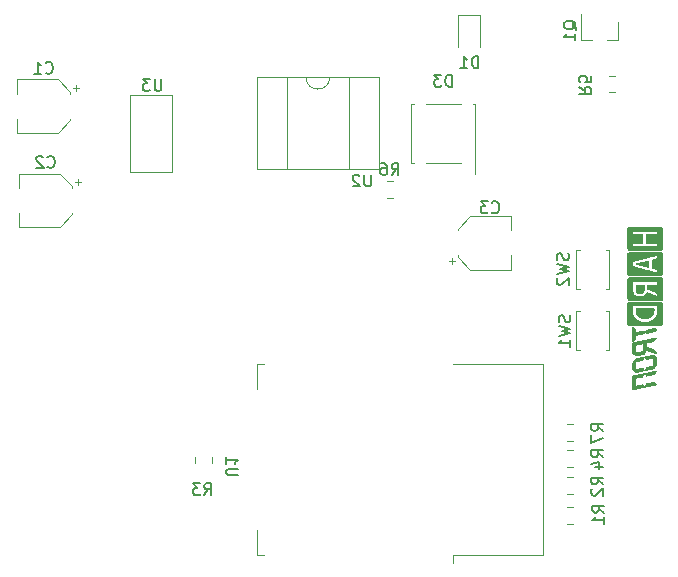
<source format=gbr>
G04 #@! TF.GenerationSoftware,KiCad,Pcbnew,(5.1.5)-3*
G04 #@! TF.CreationDate,2020-09-11T10:44:40-03:00*
G04 #@! TF.ProjectId,HomeTron(kicad),486f6d65-5472-46f6-9e28-6b6963616429,rev?*
G04 #@! TF.SameCoordinates,Original*
G04 #@! TF.FileFunction,Legend,Bot*
G04 #@! TF.FilePolarity,Positive*
%FSLAX46Y46*%
G04 Gerber Fmt 4.6, Leading zero omitted, Abs format (unit mm)*
G04 Created by KiCad (PCBNEW (5.1.5)-3) date 2020-09-11 10:44:40*
%MOMM*%
%LPD*%
G04 APERTURE LIST*
%ADD10C,0.120000*%
%ADD11C,0.010000*%
%ADD12C,0.150000*%
G04 APERTURE END LIST*
D10*
X62709600Y-37413200D02*
X63009600Y-37413200D01*
X62709600Y-34113200D02*
X62709600Y-37413200D01*
X63009600Y-34113200D02*
X62709600Y-34113200D01*
X65509600Y-37413200D02*
X65209600Y-37413200D01*
X65509600Y-34113200D02*
X65509600Y-37413200D01*
X65209600Y-34113200D02*
X65509600Y-34113200D01*
X65509600Y-39350680D02*
X65209600Y-39350680D01*
X65509600Y-42650680D02*
X65509600Y-39350680D01*
X65209600Y-42650680D02*
X65509600Y-42650680D01*
X62709600Y-39350680D02*
X63009600Y-39350680D01*
X62709600Y-42650680D02*
X62709600Y-39350680D01*
X63009600Y-42650680D02*
X62709600Y-42650680D01*
D11*
G36*
X67034851Y-33300247D02*
G01*
X67034917Y-33421518D01*
X67035048Y-33527942D01*
X67035262Y-33620564D01*
X67035576Y-33700426D01*
X67036008Y-33768572D01*
X67036575Y-33826045D01*
X67037295Y-33873890D01*
X67038185Y-33913149D01*
X67039262Y-33944866D01*
X67040545Y-33970084D01*
X67042051Y-33989847D01*
X67043797Y-34005198D01*
X67045800Y-34017182D01*
X67048079Y-34026840D01*
X67049385Y-34031312D01*
X67064745Y-34069648D01*
X67085335Y-34096360D01*
X67115054Y-34114972D01*
X67157443Y-34128911D01*
X67165374Y-34131010D01*
X67172571Y-34132923D01*
X67179815Y-34134653D01*
X67187887Y-34136203D01*
X67197567Y-34137574D01*
X67209638Y-34138770D01*
X67224880Y-34139793D01*
X67244074Y-34140645D01*
X67268002Y-34141329D01*
X67297444Y-34141848D01*
X67333182Y-34142204D01*
X67375997Y-34142400D01*
X67426670Y-34142437D01*
X67485983Y-34142320D01*
X67554715Y-34142049D01*
X67633649Y-34141629D01*
X67723565Y-34141060D01*
X67825245Y-34140347D01*
X67939470Y-34139491D01*
X68067021Y-34138494D01*
X68208678Y-34137360D01*
X68365224Y-34136092D01*
X68537440Y-34134690D01*
X68651966Y-34133760D01*
X69871166Y-34123868D01*
X69898283Y-34094887D01*
X69907070Y-34085526D01*
X69914848Y-34076653D01*
X69921680Y-34067232D01*
X69927631Y-34056222D01*
X69932765Y-34042586D01*
X69937145Y-34025285D01*
X69940835Y-34003280D01*
X69943899Y-33975533D01*
X69946401Y-33941005D01*
X69948405Y-33898657D01*
X69949974Y-33847452D01*
X69951172Y-33786350D01*
X69952064Y-33714313D01*
X69952713Y-33630302D01*
X69953183Y-33533279D01*
X69953537Y-33422205D01*
X69953840Y-33296042D01*
X69954080Y-33187184D01*
X69954308Y-33072736D01*
X69954474Y-32962755D01*
X69954579Y-32858468D01*
X69954624Y-32761103D01*
X69954611Y-32671887D01*
X69954541Y-32592048D01*
X69954414Y-32522814D01*
X69954233Y-32465411D01*
X69953997Y-32421069D01*
X69953709Y-32391014D01*
X69953369Y-32376474D01*
X69953312Y-32375687D01*
X69949558Y-32352954D01*
X69942703Y-32322507D01*
X69937768Y-32303720D01*
X69927326Y-32272625D01*
X69914017Y-32247687D01*
X69896012Y-32228267D01*
X69871481Y-32213725D01*
X69838595Y-32203420D01*
X69795524Y-32196712D01*
X69740441Y-32192962D01*
X69671515Y-32191529D01*
X69617166Y-32191544D01*
X69605504Y-32191601D01*
X69605504Y-32206373D01*
X69678538Y-32208309D01*
X69738985Y-32213074D01*
X69788229Y-32220752D01*
X69827654Y-32231430D01*
X69841932Y-32236966D01*
X69874549Y-32254445D01*
X69894586Y-32275725D01*
X69906332Y-32306121D01*
X69909419Y-32320653D01*
X69910571Y-32335969D01*
X69911433Y-32367203D01*
X69912011Y-32413343D01*
X69912312Y-32473375D01*
X69912342Y-32546288D01*
X69912108Y-32631068D01*
X69911615Y-32726704D01*
X69910869Y-32832181D01*
X69909878Y-32946489D01*
X69908647Y-33068613D01*
X69907183Y-33197543D01*
X69905492Y-33332264D01*
X69903580Y-33471764D01*
X69901454Y-33615031D01*
X69901325Y-33623361D01*
X69899693Y-33724320D01*
X69898142Y-33809579D01*
X69896623Y-33880369D01*
X69895084Y-33937924D01*
X69893475Y-33983474D01*
X69891745Y-34018253D01*
X69889844Y-34043494D01*
X69887721Y-34060427D01*
X69885326Y-34070285D01*
X69882816Y-34074181D01*
X69871878Y-34080089D01*
X69857841Y-34085410D01*
X69839838Y-34090173D01*
X69817005Y-34094408D01*
X69788475Y-34098145D01*
X69753382Y-34101412D01*
X69710862Y-34104239D01*
X69660048Y-34106657D01*
X69600075Y-34108693D01*
X69530077Y-34110379D01*
X69449188Y-34111742D01*
X69356544Y-34112814D01*
X69251278Y-34113622D01*
X69132524Y-34114198D01*
X68999417Y-34114570D01*
X68851092Y-34114767D01*
X68690066Y-34114820D01*
X68525839Y-34114690D01*
X68366258Y-34114321D01*
X68212211Y-34113727D01*
X68064592Y-34112918D01*
X67924290Y-34111907D01*
X67792196Y-34110705D01*
X67669201Y-34109326D01*
X67556196Y-34107779D01*
X67454072Y-34106079D01*
X67363720Y-34104235D01*
X67286030Y-34102262D01*
X67221894Y-34100169D01*
X67172202Y-34097970D01*
X67137845Y-34095676D01*
X67122082Y-34093795D01*
X67102537Y-34088720D01*
X67091287Y-34079252D01*
X67083589Y-34060280D01*
X67080455Y-34048938D01*
X67078439Y-34036415D01*
X67076616Y-34014394D01*
X67074975Y-33982116D01*
X67073500Y-33938821D01*
X67072179Y-33883751D01*
X67070998Y-33816145D01*
X67069942Y-33735245D01*
X67068999Y-33640292D01*
X67068154Y-33530525D01*
X67067394Y-33405186D01*
X67066844Y-33294320D01*
X67066234Y-33132903D01*
X67065970Y-32987703D01*
X67066070Y-32858011D01*
X67066552Y-32743112D01*
X67067435Y-32642296D01*
X67068738Y-32554850D01*
X67070478Y-32480062D01*
X67072675Y-32417221D01*
X67075346Y-32365614D01*
X67078511Y-32324530D01*
X67082187Y-32293256D01*
X67086394Y-32271081D01*
X67091150Y-32257293D01*
X67093876Y-32253167D01*
X67098877Y-32247958D01*
X67104547Y-32243284D01*
X67111782Y-32239117D01*
X67121477Y-32235429D01*
X67134525Y-32232192D01*
X67151822Y-32229377D01*
X67174264Y-32226958D01*
X67202744Y-32224905D01*
X67238158Y-32223191D01*
X67281401Y-32221788D01*
X67333367Y-32220667D01*
X67394951Y-32219801D01*
X67467049Y-32219162D01*
X67550556Y-32218721D01*
X67646365Y-32218451D01*
X67755373Y-32218323D01*
X67878473Y-32218310D01*
X68016561Y-32218383D01*
X68170533Y-32218515D01*
X68199000Y-32218541D01*
X68345632Y-32218600D01*
X68488029Y-32218499D01*
X68625020Y-32218247D01*
X68755430Y-32217851D01*
X68878087Y-32217318D01*
X68991819Y-32216657D01*
X69095452Y-32215876D01*
X69187813Y-32214980D01*
X69267730Y-32213979D01*
X69334030Y-32212880D01*
X69385540Y-32211691D01*
X69416142Y-32210643D01*
X69518500Y-32207179D01*
X69605504Y-32206373D01*
X69605504Y-32191601D01*
X69586715Y-32191695D01*
X69540525Y-32191896D01*
X69479787Y-32192145D01*
X69405695Y-32192435D01*
X69319443Y-32192763D01*
X69222224Y-32193125D01*
X69115230Y-32193517D01*
X68999655Y-32193933D01*
X68876692Y-32194369D01*
X68747534Y-32194822D01*
X68613374Y-32195287D01*
X68475406Y-32195759D01*
X68334822Y-32196234D01*
X68302949Y-32196341D01*
X68165097Y-32196842D01*
X68031605Y-32197405D01*
X67903486Y-32198020D01*
X67781752Y-32198680D01*
X67667414Y-32199377D01*
X67561486Y-32200104D01*
X67464978Y-32200851D01*
X67378903Y-32201610D01*
X67304273Y-32202375D01*
X67242101Y-32203136D01*
X67193397Y-32203886D01*
X67159175Y-32204617D01*
X67140447Y-32205320D01*
X67137434Y-32205607D01*
X67108912Y-32218097D01*
X67080630Y-32242158D01*
X67057037Y-32272959D01*
X67042585Y-32305668D01*
X67041661Y-32309565D01*
X67040690Y-32322501D01*
X67039759Y-32351158D01*
X67038880Y-32394325D01*
X67038062Y-32450789D01*
X67037313Y-32519338D01*
X67036645Y-32598761D01*
X67036066Y-32687846D01*
X67035587Y-32785381D01*
X67035217Y-32890153D01*
X67034966Y-33000951D01*
X67034844Y-33116562D01*
X67034833Y-33163087D01*
X67034851Y-33300247D01*
G37*
X67034851Y-33300247D02*
X67034917Y-33421518D01*
X67035048Y-33527942D01*
X67035262Y-33620564D01*
X67035576Y-33700426D01*
X67036008Y-33768572D01*
X67036575Y-33826045D01*
X67037295Y-33873890D01*
X67038185Y-33913149D01*
X67039262Y-33944866D01*
X67040545Y-33970084D01*
X67042051Y-33989847D01*
X67043797Y-34005198D01*
X67045800Y-34017182D01*
X67048079Y-34026840D01*
X67049385Y-34031312D01*
X67064745Y-34069648D01*
X67085335Y-34096360D01*
X67115054Y-34114972D01*
X67157443Y-34128911D01*
X67165374Y-34131010D01*
X67172571Y-34132923D01*
X67179815Y-34134653D01*
X67187887Y-34136203D01*
X67197567Y-34137574D01*
X67209638Y-34138770D01*
X67224880Y-34139793D01*
X67244074Y-34140645D01*
X67268002Y-34141329D01*
X67297444Y-34141848D01*
X67333182Y-34142204D01*
X67375997Y-34142400D01*
X67426670Y-34142437D01*
X67485983Y-34142320D01*
X67554715Y-34142049D01*
X67633649Y-34141629D01*
X67723565Y-34141060D01*
X67825245Y-34140347D01*
X67939470Y-34139491D01*
X68067021Y-34138494D01*
X68208678Y-34137360D01*
X68365224Y-34136092D01*
X68537440Y-34134690D01*
X68651966Y-34133760D01*
X69871166Y-34123868D01*
X69898283Y-34094887D01*
X69907070Y-34085526D01*
X69914848Y-34076653D01*
X69921680Y-34067232D01*
X69927631Y-34056222D01*
X69932765Y-34042586D01*
X69937145Y-34025285D01*
X69940835Y-34003280D01*
X69943899Y-33975533D01*
X69946401Y-33941005D01*
X69948405Y-33898657D01*
X69949974Y-33847452D01*
X69951172Y-33786350D01*
X69952064Y-33714313D01*
X69952713Y-33630302D01*
X69953183Y-33533279D01*
X69953537Y-33422205D01*
X69953840Y-33296042D01*
X69954080Y-33187184D01*
X69954308Y-33072736D01*
X69954474Y-32962755D01*
X69954579Y-32858468D01*
X69954624Y-32761103D01*
X69954611Y-32671887D01*
X69954541Y-32592048D01*
X69954414Y-32522814D01*
X69954233Y-32465411D01*
X69953997Y-32421069D01*
X69953709Y-32391014D01*
X69953369Y-32376474D01*
X69953312Y-32375687D01*
X69949558Y-32352954D01*
X69942703Y-32322507D01*
X69937768Y-32303720D01*
X69927326Y-32272625D01*
X69914017Y-32247687D01*
X69896012Y-32228267D01*
X69871481Y-32213725D01*
X69838595Y-32203420D01*
X69795524Y-32196712D01*
X69740441Y-32192962D01*
X69671515Y-32191529D01*
X69617166Y-32191544D01*
X69605504Y-32191601D01*
X69605504Y-32206373D01*
X69678538Y-32208309D01*
X69738985Y-32213074D01*
X69788229Y-32220752D01*
X69827654Y-32231430D01*
X69841932Y-32236966D01*
X69874549Y-32254445D01*
X69894586Y-32275725D01*
X69906332Y-32306121D01*
X69909419Y-32320653D01*
X69910571Y-32335969D01*
X69911433Y-32367203D01*
X69912011Y-32413343D01*
X69912312Y-32473375D01*
X69912342Y-32546288D01*
X69912108Y-32631068D01*
X69911615Y-32726704D01*
X69910869Y-32832181D01*
X69909878Y-32946489D01*
X69908647Y-33068613D01*
X69907183Y-33197543D01*
X69905492Y-33332264D01*
X69903580Y-33471764D01*
X69901454Y-33615031D01*
X69901325Y-33623361D01*
X69899693Y-33724320D01*
X69898142Y-33809579D01*
X69896623Y-33880369D01*
X69895084Y-33937924D01*
X69893475Y-33983474D01*
X69891745Y-34018253D01*
X69889844Y-34043494D01*
X69887721Y-34060427D01*
X69885326Y-34070285D01*
X69882816Y-34074181D01*
X69871878Y-34080089D01*
X69857841Y-34085410D01*
X69839838Y-34090173D01*
X69817005Y-34094408D01*
X69788475Y-34098145D01*
X69753382Y-34101412D01*
X69710862Y-34104239D01*
X69660048Y-34106657D01*
X69600075Y-34108693D01*
X69530077Y-34110379D01*
X69449188Y-34111742D01*
X69356544Y-34112814D01*
X69251278Y-34113622D01*
X69132524Y-34114198D01*
X68999417Y-34114570D01*
X68851092Y-34114767D01*
X68690066Y-34114820D01*
X68525839Y-34114690D01*
X68366258Y-34114321D01*
X68212211Y-34113727D01*
X68064592Y-34112918D01*
X67924290Y-34111907D01*
X67792196Y-34110705D01*
X67669201Y-34109326D01*
X67556196Y-34107779D01*
X67454072Y-34106079D01*
X67363720Y-34104235D01*
X67286030Y-34102262D01*
X67221894Y-34100169D01*
X67172202Y-34097970D01*
X67137845Y-34095676D01*
X67122082Y-34093795D01*
X67102537Y-34088720D01*
X67091287Y-34079252D01*
X67083589Y-34060280D01*
X67080455Y-34048938D01*
X67078439Y-34036415D01*
X67076616Y-34014394D01*
X67074975Y-33982116D01*
X67073500Y-33938821D01*
X67072179Y-33883751D01*
X67070998Y-33816145D01*
X67069942Y-33735245D01*
X67068999Y-33640292D01*
X67068154Y-33530525D01*
X67067394Y-33405186D01*
X67066844Y-33294320D01*
X67066234Y-33132903D01*
X67065970Y-32987703D01*
X67066070Y-32858011D01*
X67066552Y-32743112D01*
X67067435Y-32642296D01*
X67068738Y-32554850D01*
X67070478Y-32480062D01*
X67072675Y-32417221D01*
X67075346Y-32365614D01*
X67078511Y-32324530D01*
X67082187Y-32293256D01*
X67086394Y-32271081D01*
X67091150Y-32257293D01*
X67093876Y-32253167D01*
X67098877Y-32247958D01*
X67104547Y-32243284D01*
X67111782Y-32239117D01*
X67121477Y-32235429D01*
X67134525Y-32232192D01*
X67151822Y-32229377D01*
X67174264Y-32226958D01*
X67202744Y-32224905D01*
X67238158Y-32223191D01*
X67281401Y-32221788D01*
X67333367Y-32220667D01*
X67394951Y-32219801D01*
X67467049Y-32219162D01*
X67550556Y-32218721D01*
X67646365Y-32218451D01*
X67755373Y-32218323D01*
X67878473Y-32218310D01*
X68016561Y-32218383D01*
X68170533Y-32218515D01*
X68199000Y-32218541D01*
X68345632Y-32218600D01*
X68488029Y-32218499D01*
X68625020Y-32218247D01*
X68755430Y-32217851D01*
X68878087Y-32217318D01*
X68991819Y-32216657D01*
X69095452Y-32215876D01*
X69187813Y-32214980D01*
X69267730Y-32213979D01*
X69334030Y-32212880D01*
X69385540Y-32211691D01*
X69416142Y-32210643D01*
X69518500Y-32207179D01*
X69605504Y-32206373D01*
X69605504Y-32191601D01*
X69586715Y-32191695D01*
X69540525Y-32191896D01*
X69479787Y-32192145D01*
X69405695Y-32192435D01*
X69319443Y-32192763D01*
X69222224Y-32193125D01*
X69115230Y-32193517D01*
X68999655Y-32193933D01*
X68876692Y-32194369D01*
X68747534Y-32194822D01*
X68613374Y-32195287D01*
X68475406Y-32195759D01*
X68334822Y-32196234D01*
X68302949Y-32196341D01*
X68165097Y-32196842D01*
X68031605Y-32197405D01*
X67903486Y-32198020D01*
X67781752Y-32198680D01*
X67667414Y-32199377D01*
X67561486Y-32200104D01*
X67464978Y-32200851D01*
X67378903Y-32201610D01*
X67304273Y-32202375D01*
X67242101Y-32203136D01*
X67193397Y-32203886D01*
X67159175Y-32204617D01*
X67140447Y-32205320D01*
X67137434Y-32205607D01*
X67108912Y-32218097D01*
X67080630Y-32242158D01*
X67057037Y-32272959D01*
X67042585Y-32305668D01*
X67041661Y-32309565D01*
X67040690Y-32322501D01*
X67039759Y-32351158D01*
X67038880Y-32394325D01*
X67038062Y-32450789D01*
X67037313Y-32519338D01*
X67036645Y-32598761D01*
X67036066Y-32687846D01*
X67035587Y-32785381D01*
X67035217Y-32890153D01*
X67034966Y-33000951D01*
X67034844Y-33116562D01*
X67034833Y-33163087D01*
X67034851Y-33300247D01*
G36*
X67030749Y-35405264D02*
G01*
X67030973Y-35538929D01*
X67031389Y-35657475D01*
X67032022Y-35761809D01*
X67032896Y-35852837D01*
X67034037Y-35931468D01*
X67035468Y-35998607D01*
X67037215Y-36055161D01*
X67039303Y-36102037D01*
X67041755Y-36140143D01*
X67044598Y-36170385D01*
X67047855Y-36193669D01*
X67051551Y-36210903D01*
X67055711Y-36222994D01*
X67057140Y-36225917D01*
X67074703Y-36243665D01*
X67106694Y-36257441D01*
X67153877Y-36267487D01*
X67207016Y-36273315D01*
X67227274Y-36274197D01*
X67262726Y-36274938D01*
X67312250Y-36275545D01*
X67374726Y-36276021D01*
X67449030Y-36276372D01*
X67534043Y-36276604D01*
X67628643Y-36276722D01*
X67731708Y-36276732D01*
X67842117Y-36276638D01*
X67958749Y-36276446D01*
X68080482Y-36276161D01*
X68206195Y-36275789D01*
X68334766Y-36275335D01*
X68465075Y-36274805D01*
X68595999Y-36274203D01*
X68726418Y-36273536D01*
X68855209Y-36272807D01*
X68981252Y-36272024D01*
X69103426Y-36271191D01*
X69220608Y-36270313D01*
X69331678Y-36269396D01*
X69435513Y-36268445D01*
X69530994Y-36267465D01*
X69616998Y-36266462D01*
X69692403Y-36265442D01*
X69756089Y-36264409D01*
X69806935Y-36263369D01*
X69843818Y-36262327D01*
X69865618Y-36261289D01*
X69871166Y-36260619D01*
X69899247Y-36242853D01*
X69922703Y-36210801D01*
X69939933Y-36166838D01*
X69943223Y-36153627D01*
X69945683Y-36141274D01*
X69947846Y-36127004D01*
X69949720Y-36109806D01*
X69951316Y-36088674D01*
X69952642Y-36062599D01*
X69953709Y-36030572D01*
X69954524Y-35991585D01*
X69955098Y-35944630D01*
X69955441Y-35888698D01*
X69955560Y-35822781D01*
X69955466Y-35745870D01*
X69955168Y-35656957D01*
X69954675Y-35555034D01*
X69953996Y-35439093D01*
X69953142Y-35308124D01*
X69952241Y-35178153D01*
X69951321Y-35050562D01*
X69950462Y-34938786D01*
X69949634Y-34841710D01*
X69948806Y-34758215D01*
X69947948Y-34687186D01*
X69947029Y-34627505D01*
X69946020Y-34578055D01*
X69944890Y-34537719D01*
X69943608Y-34505380D01*
X69942145Y-34479922D01*
X69940470Y-34460226D01*
X69938554Y-34445177D01*
X69936365Y-34433657D01*
X69933873Y-34424549D01*
X69931643Y-34418254D01*
X69918121Y-34390180D01*
X69900372Y-34368089D01*
X69876453Y-34351358D01*
X69844416Y-34339365D01*
X69802316Y-34331485D01*
X69748206Y-34327096D01*
X69680142Y-34325574D01*
X69642566Y-34325674D01*
X69617694Y-34325839D01*
X69577009Y-34326054D01*
X69521630Y-34326315D01*
X69452678Y-34326618D01*
X69371271Y-34326958D01*
X69278531Y-34327331D01*
X69175576Y-34327733D01*
X69063527Y-34328159D01*
X68943504Y-34328605D01*
X68816626Y-34329066D01*
X68684012Y-34329539D01*
X68546784Y-34330019D01*
X68406061Y-34330501D01*
X68338790Y-34330728D01*
X68258686Y-34331013D01*
X68258686Y-34351925D01*
X68387636Y-34351998D01*
X68517303Y-34352145D01*
X68646527Y-34352363D01*
X68774151Y-34352651D01*
X68899015Y-34353008D01*
X69019962Y-34353432D01*
X69135833Y-34353923D01*
X69245470Y-34354478D01*
X69347714Y-34355097D01*
X69441407Y-34355778D01*
X69525390Y-34356519D01*
X69598506Y-34357320D01*
X69659596Y-34358178D01*
X69707501Y-34359094D01*
X69741064Y-34360064D01*
X69759125Y-34361089D01*
X69760446Y-34361250D01*
X69814201Y-34370437D01*
X69853522Y-34381578D01*
X69880912Y-34396705D01*
X69898870Y-34417847D01*
X69909897Y-34447034D01*
X69916494Y-34486298D01*
X69916703Y-34488120D01*
X69917767Y-34506401D01*
X69918652Y-34539813D01*
X69919366Y-34586898D01*
X69919915Y-34646195D01*
X69920306Y-34716247D01*
X69920546Y-34795595D01*
X69920644Y-34882779D01*
X69920605Y-34976341D01*
X69920437Y-35074822D01*
X69920147Y-35176764D01*
X69919743Y-35280707D01*
X69919231Y-35385192D01*
X69918618Y-35488762D01*
X69917912Y-35589956D01*
X69917119Y-35687316D01*
X69916248Y-35779383D01*
X69915305Y-35864699D01*
X69914296Y-35941805D01*
X69913230Y-36009241D01*
X69912114Y-36065549D01*
X69910954Y-36109270D01*
X69909758Y-36138945D01*
X69908558Y-36152990D01*
X69897600Y-36189436D01*
X69879555Y-36213759D01*
X69850675Y-36230433D01*
X69840583Y-36234188D01*
X69833533Y-36235412D01*
X69819279Y-36236602D01*
X69797352Y-36237762D01*
X69767278Y-36238898D01*
X69728588Y-36240014D01*
X69680808Y-36241116D01*
X69623469Y-36242208D01*
X69556097Y-36243296D01*
X69478223Y-36244385D01*
X69389374Y-36245480D01*
X69289079Y-36246585D01*
X69176866Y-36247706D01*
X69052265Y-36248847D01*
X68914803Y-36250015D01*
X68764010Y-36251213D01*
X68599413Y-36252448D01*
X68420541Y-36253723D01*
X68226924Y-36255044D01*
X68018088Y-36256416D01*
X67793564Y-36257844D01*
X67552879Y-36259333D01*
X67390433Y-36260319D01*
X67308704Y-36260125D01*
X67242194Y-36258131D01*
X67189238Y-36253846D01*
X67148171Y-36246775D01*
X67117330Y-36236427D01*
X67095048Y-36222308D01*
X67079663Y-36203926D01*
X67069509Y-36180788D01*
X67065152Y-36164028D01*
X67063403Y-36147875D01*
X67061845Y-36116490D01*
X67060475Y-36069688D01*
X67059292Y-36007281D01*
X67058293Y-35929081D01*
X67057477Y-35834903D01*
X67056842Y-35724560D01*
X67056385Y-35597864D01*
X67056105Y-35454629D01*
X67056000Y-35294668D01*
X67056000Y-35276987D01*
X67055971Y-35136492D01*
X67055929Y-35011944D01*
X67055937Y-34902356D01*
X67056057Y-34806742D01*
X67056353Y-34724116D01*
X67056889Y-34653491D01*
X67057728Y-34593881D01*
X67058933Y-34544300D01*
X67060568Y-34503760D01*
X67062697Y-34471277D01*
X67065382Y-34445862D01*
X67068687Y-34426531D01*
X67072675Y-34412297D01*
X67077410Y-34402172D01*
X67082955Y-34395172D01*
X67089374Y-34390309D01*
X67096730Y-34386597D01*
X67105086Y-34383049D01*
X67113709Y-34379085D01*
X67142359Y-34367212D01*
X67171328Y-34358835D01*
X67174533Y-34358220D01*
X67188765Y-34357223D01*
X67218772Y-34356316D01*
X67263395Y-34355498D01*
X67321476Y-34354767D01*
X67391857Y-34354124D01*
X67473379Y-34353565D01*
X67564884Y-34353091D01*
X67665213Y-34352698D01*
X67773209Y-34352387D01*
X67887712Y-34352155D01*
X68007565Y-34352002D01*
X68131609Y-34351926D01*
X68258686Y-34351925D01*
X68258686Y-34331013D01*
X68164336Y-34331350D01*
X68006157Y-34331992D01*
X67863595Y-34332663D01*
X67735993Y-34333369D01*
X67622692Y-34334120D01*
X67523034Y-34334922D01*
X67436361Y-34335783D01*
X67362016Y-34336712D01*
X67299339Y-34337716D01*
X67247673Y-34338803D01*
X67206361Y-34339981D01*
X67174743Y-34341258D01*
X67152162Y-34342641D01*
X67137961Y-34344139D01*
X67133270Y-34345072D01*
X67093862Y-34363035D01*
X67061870Y-34390934D01*
X67041113Y-34424928D01*
X67036194Y-34442684D01*
X67035403Y-34455809D01*
X67034646Y-34484618D01*
X67033930Y-34527866D01*
X67033263Y-34584303D01*
X67032654Y-34652683D01*
X67032112Y-34731756D01*
X67031645Y-34820276D01*
X67031261Y-34916995D01*
X67030969Y-35020664D01*
X67030778Y-35130037D01*
X67030695Y-35243864D01*
X67030693Y-35255573D01*
X67030749Y-35405264D01*
G37*
X67030749Y-35405264D02*
X67030973Y-35538929D01*
X67031389Y-35657475D01*
X67032022Y-35761809D01*
X67032896Y-35852837D01*
X67034037Y-35931468D01*
X67035468Y-35998607D01*
X67037215Y-36055161D01*
X67039303Y-36102037D01*
X67041755Y-36140143D01*
X67044598Y-36170385D01*
X67047855Y-36193669D01*
X67051551Y-36210903D01*
X67055711Y-36222994D01*
X67057140Y-36225917D01*
X67074703Y-36243665D01*
X67106694Y-36257441D01*
X67153877Y-36267487D01*
X67207016Y-36273315D01*
X67227274Y-36274197D01*
X67262726Y-36274938D01*
X67312250Y-36275545D01*
X67374726Y-36276021D01*
X67449030Y-36276372D01*
X67534043Y-36276604D01*
X67628643Y-36276722D01*
X67731708Y-36276732D01*
X67842117Y-36276638D01*
X67958749Y-36276446D01*
X68080482Y-36276161D01*
X68206195Y-36275789D01*
X68334766Y-36275335D01*
X68465075Y-36274805D01*
X68595999Y-36274203D01*
X68726418Y-36273536D01*
X68855209Y-36272807D01*
X68981252Y-36272024D01*
X69103426Y-36271191D01*
X69220608Y-36270313D01*
X69331678Y-36269396D01*
X69435513Y-36268445D01*
X69530994Y-36267465D01*
X69616998Y-36266462D01*
X69692403Y-36265442D01*
X69756089Y-36264409D01*
X69806935Y-36263369D01*
X69843818Y-36262327D01*
X69865618Y-36261289D01*
X69871166Y-36260619D01*
X69899247Y-36242853D01*
X69922703Y-36210801D01*
X69939933Y-36166838D01*
X69943223Y-36153627D01*
X69945683Y-36141274D01*
X69947846Y-36127004D01*
X69949720Y-36109806D01*
X69951316Y-36088674D01*
X69952642Y-36062599D01*
X69953709Y-36030572D01*
X69954524Y-35991585D01*
X69955098Y-35944630D01*
X69955441Y-35888698D01*
X69955560Y-35822781D01*
X69955466Y-35745870D01*
X69955168Y-35656957D01*
X69954675Y-35555034D01*
X69953996Y-35439093D01*
X69953142Y-35308124D01*
X69952241Y-35178153D01*
X69951321Y-35050562D01*
X69950462Y-34938786D01*
X69949634Y-34841710D01*
X69948806Y-34758215D01*
X69947948Y-34687186D01*
X69947029Y-34627505D01*
X69946020Y-34578055D01*
X69944890Y-34537719D01*
X69943608Y-34505380D01*
X69942145Y-34479922D01*
X69940470Y-34460226D01*
X69938554Y-34445177D01*
X69936365Y-34433657D01*
X69933873Y-34424549D01*
X69931643Y-34418254D01*
X69918121Y-34390180D01*
X69900372Y-34368089D01*
X69876453Y-34351358D01*
X69844416Y-34339365D01*
X69802316Y-34331485D01*
X69748206Y-34327096D01*
X69680142Y-34325574D01*
X69642566Y-34325674D01*
X69617694Y-34325839D01*
X69577009Y-34326054D01*
X69521630Y-34326315D01*
X69452678Y-34326618D01*
X69371271Y-34326958D01*
X69278531Y-34327331D01*
X69175576Y-34327733D01*
X69063527Y-34328159D01*
X68943504Y-34328605D01*
X68816626Y-34329066D01*
X68684012Y-34329539D01*
X68546784Y-34330019D01*
X68406061Y-34330501D01*
X68338790Y-34330728D01*
X68258686Y-34331013D01*
X68258686Y-34351925D01*
X68387636Y-34351998D01*
X68517303Y-34352145D01*
X68646527Y-34352363D01*
X68774151Y-34352651D01*
X68899015Y-34353008D01*
X69019962Y-34353432D01*
X69135833Y-34353923D01*
X69245470Y-34354478D01*
X69347714Y-34355097D01*
X69441407Y-34355778D01*
X69525390Y-34356519D01*
X69598506Y-34357320D01*
X69659596Y-34358178D01*
X69707501Y-34359094D01*
X69741064Y-34360064D01*
X69759125Y-34361089D01*
X69760446Y-34361250D01*
X69814201Y-34370437D01*
X69853522Y-34381578D01*
X69880912Y-34396705D01*
X69898870Y-34417847D01*
X69909897Y-34447034D01*
X69916494Y-34486298D01*
X69916703Y-34488120D01*
X69917767Y-34506401D01*
X69918652Y-34539813D01*
X69919366Y-34586898D01*
X69919915Y-34646195D01*
X69920306Y-34716247D01*
X69920546Y-34795595D01*
X69920644Y-34882779D01*
X69920605Y-34976341D01*
X69920437Y-35074822D01*
X69920147Y-35176764D01*
X69919743Y-35280707D01*
X69919231Y-35385192D01*
X69918618Y-35488762D01*
X69917912Y-35589956D01*
X69917119Y-35687316D01*
X69916248Y-35779383D01*
X69915305Y-35864699D01*
X69914296Y-35941805D01*
X69913230Y-36009241D01*
X69912114Y-36065549D01*
X69910954Y-36109270D01*
X69909758Y-36138945D01*
X69908558Y-36152990D01*
X69897600Y-36189436D01*
X69879555Y-36213759D01*
X69850675Y-36230433D01*
X69840583Y-36234188D01*
X69833533Y-36235412D01*
X69819279Y-36236602D01*
X69797352Y-36237762D01*
X69767278Y-36238898D01*
X69728588Y-36240014D01*
X69680808Y-36241116D01*
X69623469Y-36242208D01*
X69556097Y-36243296D01*
X69478223Y-36244385D01*
X69389374Y-36245480D01*
X69289079Y-36246585D01*
X69176866Y-36247706D01*
X69052265Y-36248847D01*
X68914803Y-36250015D01*
X68764010Y-36251213D01*
X68599413Y-36252448D01*
X68420541Y-36253723D01*
X68226924Y-36255044D01*
X68018088Y-36256416D01*
X67793564Y-36257844D01*
X67552879Y-36259333D01*
X67390433Y-36260319D01*
X67308704Y-36260125D01*
X67242194Y-36258131D01*
X67189238Y-36253846D01*
X67148171Y-36246775D01*
X67117330Y-36236427D01*
X67095048Y-36222308D01*
X67079663Y-36203926D01*
X67069509Y-36180788D01*
X67065152Y-36164028D01*
X67063403Y-36147875D01*
X67061845Y-36116490D01*
X67060475Y-36069688D01*
X67059292Y-36007281D01*
X67058293Y-35929081D01*
X67057477Y-35834903D01*
X67056842Y-35724560D01*
X67056385Y-35597864D01*
X67056105Y-35454629D01*
X67056000Y-35294668D01*
X67056000Y-35276987D01*
X67055971Y-35136492D01*
X67055929Y-35011944D01*
X67055937Y-34902356D01*
X67056057Y-34806742D01*
X67056353Y-34724116D01*
X67056889Y-34653491D01*
X67057728Y-34593881D01*
X67058933Y-34544300D01*
X67060568Y-34503760D01*
X67062697Y-34471277D01*
X67065382Y-34445862D01*
X67068687Y-34426531D01*
X67072675Y-34412297D01*
X67077410Y-34402172D01*
X67082955Y-34395172D01*
X67089374Y-34390309D01*
X67096730Y-34386597D01*
X67105086Y-34383049D01*
X67113709Y-34379085D01*
X67142359Y-34367212D01*
X67171328Y-34358835D01*
X67174533Y-34358220D01*
X67188765Y-34357223D01*
X67218772Y-34356316D01*
X67263395Y-34355498D01*
X67321476Y-34354767D01*
X67391857Y-34354124D01*
X67473379Y-34353565D01*
X67564884Y-34353091D01*
X67665213Y-34352698D01*
X67773209Y-34352387D01*
X67887712Y-34352155D01*
X68007565Y-34352002D01*
X68131609Y-34351926D01*
X68258686Y-34351925D01*
X68258686Y-34331013D01*
X68164336Y-34331350D01*
X68006157Y-34331992D01*
X67863595Y-34332663D01*
X67735993Y-34333369D01*
X67622692Y-34334120D01*
X67523034Y-34334922D01*
X67436361Y-34335783D01*
X67362016Y-34336712D01*
X67299339Y-34337716D01*
X67247673Y-34338803D01*
X67206361Y-34339981D01*
X67174743Y-34341258D01*
X67152162Y-34342641D01*
X67137961Y-34344139D01*
X67133270Y-34345072D01*
X67093862Y-34363035D01*
X67061870Y-34390934D01*
X67041113Y-34424928D01*
X67036194Y-34442684D01*
X67035403Y-34455809D01*
X67034646Y-34484618D01*
X67033930Y-34527866D01*
X67033263Y-34584303D01*
X67032654Y-34652683D01*
X67032112Y-34731756D01*
X67031645Y-34820276D01*
X67031261Y-34916995D01*
X67030969Y-35020664D01*
X67030778Y-35130037D01*
X67030695Y-35243864D01*
X67030693Y-35255573D01*
X67030749Y-35405264D01*
G36*
X67031056Y-37483972D02*
G01*
X67031210Y-37589428D01*
X67031513Y-37692375D01*
X67031965Y-37791193D01*
X67032565Y-37884261D01*
X67033316Y-37969960D01*
X67034215Y-38046669D01*
X67035265Y-38112769D01*
X67036464Y-38166638D01*
X67037813Y-38206658D01*
X67038984Y-38227408D01*
X67044680Y-38285583D01*
X67052064Y-38329191D01*
X67062043Y-38360577D01*
X67075520Y-38382089D01*
X67093401Y-38396075D01*
X67106172Y-38401671D01*
X67113461Y-38403143D01*
X67127114Y-38404482D01*
X67147811Y-38405696D01*
X67176227Y-38406789D01*
X67213040Y-38407766D01*
X67258928Y-38408633D01*
X67314569Y-38409395D01*
X67380639Y-38410058D01*
X67457815Y-38410626D01*
X67546776Y-38411106D01*
X67648199Y-38411501D01*
X67762761Y-38411819D01*
X67891139Y-38412063D01*
X68034011Y-38412240D01*
X68192054Y-38412354D01*
X68365946Y-38412411D01*
X68478400Y-38412420D01*
X68655312Y-38412412D01*
X68816094Y-38412382D01*
X68961546Y-38412322D01*
X69092471Y-38412222D01*
X69209671Y-38412075D01*
X69313948Y-38411872D01*
X69406103Y-38411603D01*
X69486940Y-38411261D01*
X69557260Y-38410836D01*
X69617866Y-38410320D01*
X69669558Y-38409705D01*
X69713140Y-38408982D01*
X69749413Y-38408141D01*
X69779179Y-38407175D01*
X69803241Y-38406075D01*
X69822400Y-38404831D01*
X69837459Y-38403436D01*
X69849220Y-38401881D01*
X69858484Y-38400158D01*
X69866054Y-38398256D01*
X69868847Y-38397426D01*
X69900323Y-38385113D01*
X69921341Y-38371582D01*
X69926522Y-38365250D01*
X69929476Y-38351969D01*
X69932662Y-38324031D01*
X69935914Y-38283709D01*
X69939063Y-38233276D01*
X69941941Y-38175003D01*
X69943561Y-38134711D01*
X69944963Y-38088811D01*
X69946289Y-38030329D01*
X69947533Y-37960819D01*
X69948689Y-37881835D01*
X69949751Y-37794931D01*
X69950711Y-37701662D01*
X69951564Y-37603582D01*
X69952302Y-37502243D01*
X69952921Y-37399202D01*
X69953412Y-37296011D01*
X69953769Y-37194224D01*
X69953987Y-37095397D01*
X69954059Y-37001082D01*
X69953978Y-36912834D01*
X69953738Y-36832208D01*
X69953332Y-36760756D01*
X69952754Y-36700033D01*
X69951998Y-36651594D01*
X69951057Y-36616992D01*
X69949935Y-36597875D01*
X69941839Y-36551145D01*
X69928069Y-36517660D01*
X69906376Y-36494081D01*
X69874512Y-36477069D01*
X69866602Y-36474119D01*
X69860117Y-36471952D01*
X69852954Y-36469986D01*
X69844304Y-36468215D01*
X69833357Y-36466629D01*
X69819301Y-36465219D01*
X69811900Y-36464709D01*
X69811900Y-36493312D01*
X69859353Y-36511097D01*
X69906806Y-36528883D01*
X69913418Y-36594351D01*
X69914524Y-36613098D01*
X69915702Y-36647225D01*
X69916935Y-36695181D01*
X69918207Y-36755413D01*
X69919501Y-36826370D01*
X69920800Y-36906498D01*
X69922088Y-36994247D01*
X69923347Y-37088063D01*
X69924561Y-37186394D01*
X69925713Y-37287688D01*
X69926787Y-37390393D01*
X69927766Y-37492957D01*
X69928633Y-37593827D01*
X69929371Y-37691452D01*
X69929963Y-37784278D01*
X69930394Y-37870754D01*
X69930646Y-37949328D01*
X69930702Y-38018447D01*
X69930546Y-38076559D01*
X69930161Y-38122112D01*
X69929999Y-38133020D01*
X69928574Y-38183884D01*
X69926197Y-38231440D01*
X69923131Y-38271948D01*
X69919639Y-38301669D01*
X69917291Y-38313342D01*
X69904640Y-38340893D01*
X69882925Y-38361422D01*
X69849751Y-38376365D01*
X69802722Y-38387153D01*
X69790733Y-38389044D01*
X69774796Y-38390096D01*
X69743088Y-38390981D01*
X69696768Y-38391707D01*
X69636998Y-38392278D01*
X69564938Y-38392702D01*
X69481749Y-38392984D01*
X69388591Y-38393131D01*
X69286625Y-38393149D01*
X69177012Y-38393045D01*
X69060913Y-38392824D01*
X68939487Y-38392493D01*
X68813896Y-38392058D01*
X68685300Y-38391526D01*
X68554860Y-38390902D01*
X68423737Y-38390194D01*
X68293091Y-38389406D01*
X68164082Y-38388546D01*
X68037872Y-38387620D01*
X67915622Y-38386633D01*
X67798491Y-38385593D01*
X67687640Y-38384505D01*
X67584231Y-38383377D01*
X67489423Y-38382213D01*
X67404378Y-38381020D01*
X67330255Y-38379805D01*
X67268216Y-38378574D01*
X67219422Y-38377332D01*
X67185032Y-38376087D01*
X67166623Y-38374892D01*
X67131223Y-38370367D01*
X67102221Y-38365473D01*
X67083737Y-38360962D01*
X67079577Y-38358951D01*
X67076791Y-38348547D01*
X67073468Y-38324082D01*
X67069899Y-38288406D01*
X67066373Y-38244370D01*
X67063522Y-38200746D01*
X67062141Y-38168264D01*
X67060954Y-38122114D01*
X67059956Y-38063743D01*
X67059142Y-37994601D01*
X67058506Y-37916134D01*
X67058042Y-37829792D01*
X67057746Y-37737023D01*
X67057611Y-37639275D01*
X67057631Y-37537996D01*
X67057803Y-37434634D01*
X67058119Y-37330639D01*
X67058574Y-37227457D01*
X67059163Y-37126537D01*
X67059881Y-37029328D01*
X67060721Y-36937277D01*
X67061679Y-36851834D01*
X67062748Y-36774446D01*
X67063924Y-36706561D01*
X67065200Y-36649628D01*
X67066572Y-36605095D01*
X67068033Y-36574410D01*
X67069579Y-36559022D01*
X67069786Y-36558220D01*
X67083170Y-36535994D01*
X67109784Y-36517003D01*
X67115576Y-36514012D01*
X67153366Y-36495204D01*
X69811900Y-36493312D01*
X69811900Y-36464709D01*
X69801326Y-36463978D01*
X69778622Y-36462897D01*
X69750379Y-36461968D01*
X69715785Y-36461181D01*
X69674032Y-36460529D01*
X69624307Y-36460003D01*
X69565802Y-36459595D01*
X69497704Y-36459295D01*
X69419205Y-36459096D01*
X69329493Y-36458990D01*
X69227759Y-36458967D01*
X69113191Y-36459019D01*
X68984979Y-36459138D01*
X68842313Y-36459315D01*
X68684383Y-36459542D01*
X68510378Y-36459810D01*
X68499566Y-36459827D01*
X68320609Y-36460105D01*
X68157795Y-36460365D01*
X68010333Y-36460633D01*
X67877432Y-36460935D01*
X67758304Y-36461296D01*
X67652156Y-36461740D01*
X67558198Y-36462293D01*
X67475641Y-36462981D01*
X67403693Y-36463828D01*
X67341564Y-36464860D01*
X67288463Y-36466101D01*
X67243601Y-36467578D01*
X67206186Y-36469315D01*
X67175428Y-36471338D01*
X67150537Y-36473671D01*
X67130722Y-36476340D01*
X67115192Y-36479370D01*
X67103158Y-36482787D01*
X67093829Y-36486615D01*
X67086414Y-36490880D01*
X67080123Y-36495607D01*
X67074164Y-36500821D01*
X67069001Y-36505453D01*
X67059536Y-36515161D01*
X67052814Y-36526996D01*
X67047940Y-36544441D01*
X67044019Y-36570984D01*
X67040157Y-36610108D01*
X67039142Y-36621720D01*
X67037669Y-36647846D01*
X67036343Y-36689284D01*
X67035165Y-36744415D01*
X67034134Y-36811619D01*
X67033250Y-36889274D01*
X67032514Y-36975761D01*
X67031926Y-37069460D01*
X67031486Y-37168751D01*
X67031194Y-37272014D01*
X67031051Y-37377627D01*
X67031056Y-37483972D01*
G37*
X67031056Y-37483972D02*
X67031210Y-37589428D01*
X67031513Y-37692375D01*
X67031965Y-37791193D01*
X67032565Y-37884261D01*
X67033316Y-37969960D01*
X67034215Y-38046669D01*
X67035265Y-38112769D01*
X67036464Y-38166638D01*
X67037813Y-38206658D01*
X67038984Y-38227408D01*
X67044680Y-38285583D01*
X67052064Y-38329191D01*
X67062043Y-38360577D01*
X67075520Y-38382089D01*
X67093401Y-38396075D01*
X67106172Y-38401671D01*
X67113461Y-38403143D01*
X67127114Y-38404482D01*
X67147811Y-38405696D01*
X67176227Y-38406789D01*
X67213040Y-38407766D01*
X67258928Y-38408633D01*
X67314569Y-38409395D01*
X67380639Y-38410058D01*
X67457815Y-38410626D01*
X67546776Y-38411106D01*
X67648199Y-38411501D01*
X67762761Y-38411819D01*
X67891139Y-38412063D01*
X68034011Y-38412240D01*
X68192054Y-38412354D01*
X68365946Y-38412411D01*
X68478400Y-38412420D01*
X68655312Y-38412412D01*
X68816094Y-38412382D01*
X68961546Y-38412322D01*
X69092471Y-38412222D01*
X69209671Y-38412075D01*
X69313948Y-38411872D01*
X69406103Y-38411603D01*
X69486940Y-38411261D01*
X69557260Y-38410836D01*
X69617866Y-38410320D01*
X69669558Y-38409705D01*
X69713140Y-38408982D01*
X69749413Y-38408141D01*
X69779179Y-38407175D01*
X69803241Y-38406075D01*
X69822400Y-38404831D01*
X69837459Y-38403436D01*
X69849220Y-38401881D01*
X69858484Y-38400158D01*
X69866054Y-38398256D01*
X69868847Y-38397426D01*
X69900323Y-38385113D01*
X69921341Y-38371582D01*
X69926522Y-38365250D01*
X69929476Y-38351969D01*
X69932662Y-38324031D01*
X69935914Y-38283709D01*
X69939063Y-38233276D01*
X69941941Y-38175003D01*
X69943561Y-38134711D01*
X69944963Y-38088811D01*
X69946289Y-38030329D01*
X69947533Y-37960819D01*
X69948689Y-37881835D01*
X69949751Y-37794931D01*
X69950711Y-37701662D01*
X69951564Y-37603582D01*
X69952302Y-37502243D01*
X69952921Y-37399202D01*
X69953412Y-37296011D01*
X69953769Y-37194224D01*
X69953987Y-37095397D01*
X69954059Y-37001082D01*
X69953978Y-36912834D01*
X69953738Y-36832208D01*
X69953332Y-36760756D01*
X69952754Y-36700033D01*
X69951998Y-36651594D01*
X69951057Y-36616992D01*
X69949935Y-36597875D01*
X69941839Y-36551145D01*
X69928069Y-36517660D01*
X69906376Y-36494081D01*
X69874512Y-36477069D01*
X69866602Y-36474119D01*
X69860117Y-36471952D01*
X69852954Y-36469986D01*
X69844304Y-36468215D01*
X69833357Y-36466629D01*
X69819301Y-36465219D01*
X69811900Y-36464709D01*
X69811900Y-36493312D01*
X69859353Y-36511097D01*
X69906806Y-36528883D01*
X69913418Y-36594351D01*
X69914524Y-36613098D01*
X69915702Y-36647225D01*
X69916935Y-36695181D01*
X69918207Y-36755413D01*
X69919501Y-36826370D01*
X69920800Y-36906498D01*
X69922088Y-36994247D01*
X69923347Y-37088063D01*
X69924561Y-37186394D01*
X69925713Y-37287688D01*
X69926787Y-37390393D01*
X69927766Y-37492957D01*
X69928633Y-37593827D01*
X69929371Y-37691452D01*
X69929963Y-37784278D01*
X69930394Y-37870754D01*
X69930646Y-37949328D01*
X69930702Y-38018447D01*
X69930546Y-38076559D01*
X69930161Y-38122112D01*
X69929999Y-38133020D01*
X69928574Y-38183884D01*
X69926197Y-38231440D01*
X69923131Y-38271948D01*
X69919639Y-38301669D01*
X69917291Y-38313342D01*
X69904640Y-38340893D01*
X69882925Y-38361422D01*
X69849751Y-38376365D01*
X69802722Y-38387153D01*
X69790733Y-38389044D01*
X69774796Y-38390096D01*
X69743088Y-38390981D01*
X69696768Y-38391707D01*
X69636998Y-38392278D01*
X69564938Y-38392702D01*
X69481749Y-38392984D01*
X69388591Y-38393131D01*
X69286625Y-38393149D01*
X69177012Y-38393045D01*
X69060913Y-38392824D01*
X68939487Y-38392493D01*
X68813896Y-38392058D01*
X68685300Y-38391526D01*
X68554860Y-38390902D01*
X68423737Y-38390194D01*
X68293091Y-38389406D01*
X68164082Y-38388546D01*
X68037872Y-38387620D01*
X67915622Y-38386633D01*
X67798491Y-38385593D01*
X67687640Y-38384505D01*
X67584231Y-38383377D01*
X67489423Y-38382213D01*
X67404378Y-38381020D01*
X67330255Y-38379805D01*
X67268216Y-38378574D01*
X67219422Y-38377332D01*
X67185032Y-38376087D01*
X67166623Y-38374892D01*
X67131223Y-38370367D01*
X67102221Y-38365473D01*
X67083737Y-38360962D01*
X67079577Y-38358951D01*
X67076791Y-38348547D01*
X67073468Y-38324082D01*
X67069899Y-38288406D01*
X67066373Y-38244370D01*
X67063522Y-38200746D01*
X67062141Y-38168264D01*
X67060954Y-38122114D01*
X67059956Y-38063743D01*
X67059142Y-37994601D01*
X67058506Y-37916134D01*
X67058042Y-37829792D01*
X67057746Y-37737023D01*
X67057611Y-37639275D01*
X67057631Y-37537996D01*
X67057803Y-37434634D01*
X67058119Y-37330639D01*
X67058574Y-37227457D01*
X67059163Y-37126537D01*
X67059881Y-37029328D01*
X67060721Y-36937277D01*
X67061679Y-36851834D01*
X67062748Y-36774446D01*
X67063924Y-36706561D01*
X67065200Y-36649628D01*
X67066572Y-36605095D01*
X67068033Y-36574410D01*
X67069579Y-36559022D01*
X67069786Y-36558220D01*
X67083170Y-36535994D01*
X67109784Y-36517003D01*
X67115576Y-36514012D01*
X67153366Y-36495204D01*
X69811900Y-36493312D01*
X69811900Y-36464709D01*
X69801326Y-36463978D01*
X69778622Y-36462897D01*
X69750379Y-36461968D01*
X69715785Y-36461181D01*
X69674032Y-36460529D01*
X69624307Y-36460003D01*
X69565802Y-36459595D01*
X69497704Y-36459295D01*
X69419205Y-36459096D01*
X69329493Y-36458990D01*
X69227759Y-36458967D01*
X69113191Y-36459019D01*
X68984979Y-36459138D01*
X68842313Y-36459315D01*
X68684383Y-36459542D01*
X68510378Y-36459810D01*
X68499566Y-36459827D01*
X68320609Y-36460105D01*
X68157795Y-36460365D01*
X68010333Y-36460633D01*
X67877432Y-36460935D01*
X67758304Y-36461296D01*
X67652156Y-36461740D01*
X67558198Y-36462293D01*
X67475641Y-36462981D01*
X67403693Y-36463828D01*
X67341564Y-36464860D01*
X67288463Y-36466101D01*
X67243601Y-36467578D01*
X67206186Y-36469315D01*
X67175428Y-36471338D01*
X67150537Y-36473671D01*
X67130722Y-36476340D01*
X67115192Y-36479370D01*
X67103158Y-36482787D01*
X67093829Y-36486615D01*
X67086414Y-36490880D01*
X67080123Y-36495607D01*
X67074164Y-36500821D01*
X67069001Y-36505453D01*
X67059536Y-36515161D01*
X67052814Y-36526996D01*
X67047940Y-36544441D01*
X67044019Y-36570984D01*
X67040157Y-36610108D01*
X67039142Y-36621720D01*
X67037669Y-36647846D01*
X67036343Y-36689284D01*
X67035165Y-36744415D01*
X67034134Y-36811619D01*
X67033250Y-36889274D01*
X67032514Y-36975761D01*
X67031926Y-37069460D01*
X67031486Y-37168751D01*
X67031194Y-37272014D01*
X67031051Y-37377627D01*
X67031056Y-37483972D01*
G36*
X67031617Y-39353094D02*
G01*
X67031802Y-39465935D01*
X67032119Y-39582196D01*
X67032157Y-39593520D01*
X67032632Y-39728124D01*
X67033107Y-39846832D01*
X67033601Y-39950684D01*
X67034136Y-40040717D01*
X67034734Y-40117968D01*
X67035415Y-40183478D01*
X67036201Y-40238282D01*
X67037113Y-40283420D01*
X67038172Y-40319930D01*
X67039399Y-40348850D01*
X67040816Y-40371217D01*
X67042443Y-40388071D01*
X67044302Y-40400449D01*
X67046414Y-40409389D01*
X67048801Y-40415929D01*
X67048942Y-40416245D01*
X67066243Y-40444332D01*
X67090685Y-40464022D01*
X67126304Y-40478116D01*
X67144900Y-40482888D01*
X67157844Y-40483950D01*
X67186538Y-40484967D01*
X67229860Y-40485937D01*
X67286686Y-40486858D01*
X67355893Y-40487728D01*
X67436358Y-40488547D01*
X67526957Y-40489310D01*
X67626567Y-40490018D01*
X67734065Y-40490667D01*
X67848329Y-40491256D01*
X67968234Y-40491783D01*
X68092657Y-40492246D01*
X68220476Y-40492643D01*
X68350566Y-40492973D01*
X68481806Y-40493233D01*
X68613071Y-40493422D01*
X68743238Y-40493537D01*
X68871185Y-40493578D01*
X68995788Y-40493541D01*
X69115923Y-40493425D01*
X69230469Y-40493228D01*
X69338300Y-40492948D01*
X69438295Y-40492584D01*
X69529329Y-40492133D01*
X69610281Y-40491594D01*
X69680026Y-40490964D01*
X69737441Y-40490242D01*
X69781404Y-40489426D01*
X69810790Y-40488514D01*
X69824477Y-40487504D01*
X69824933Y-40487399D01*
X69868109Y-40472618D01*
X69897961Y-40455376D01*
X69918100Y-40433251D01*
X69925500Y-40419927D01*
X69937240Y-40386327D01*
X69947110Y-40341169D01*
X69954316Y-40289796D01*
X69958065Y-40237549D01*
X69958107Y-40200391D01*
X69957761Y-40184119D01*
X69957332Y-40152248D01*
X69956829Y-40106110D01*
X69956265Y-40047037D01*
X69955650Y-39976363D01*
X69954994Y-39895421D01*
X69954310Y-39805543D01*
X69953607Y-39708063D01*
X69952897Y-39604314D01*
X69952190Y-39495628D01*
X69951667Y-39411486D01*
X69950893Y-39272781D01*
X69950242Y-39150024D01*
X69949537Y-39042232D01*
X69948602Y-38948421D01*
X69947262Y-38867609D01*
X69945340Y-38798813D01*
X69942660Y-38741050D01*
X69939046Y-38693337D01*
X69934322Y-38654691D01*
X69928311Y-38624130D01*
X69920837Y-38600669D01*
X69911725Y-38583327D01*
X69900798Y-38571120D01*
X69887880Y-38563065D01*
X69872794Y-38558179D01*
X69855366Y-38555480D01*
X69835417Y-38553984D01*
X69812773Y-38552709D01*
X69797574Y-38551621D01*
X69779063Y-38550784D01*
X69744634Y-38549970D01*
X69695299Y-38549184D01*
X69632072Y-38548432D01*
X69555968Y-38547720D01*
X69468000Y-38547052D01*
X69369183Y-38546436D01*
X69260529Y-38545876D01*
X69143054Y-38545379D01*
X69017771Y-38544950D01*
X68885694Y-38544594D01*
X68747836Y-38544318D01*
X68605213Y-38544127D01*
X68458838Y-38544027D01*
X68443953Y-38544022D01*
X68268393Y-38543959D01*
X68108964Y-38543897D01*
X67964863Y-38543868D01*
X67835287Y-38543904D01*
X67719434Y-38544036D01*
X67616500Y-38544296D01*
X67525684Y-38544714D01*
X67446182Y-38545323D01*
X67377191Y-38546154D01*
X67317910Y-38547239D01*
X67267535Y-38548609D01*
X67225264Y-38550295D01*
X67190294Y-38552329D01*
X67161821Y-38554743D01*
X67139045Y-38557568D01*
X67121161Y-38560835D01*
X67113770Y-38562840D01*
X67113770Y-38581753D01*
X68479768Y-38581753D01*
X68662675Y-38581774D01*
X68829355Y-38581839D01*
X68980515Y-38581955D01*
X69116863Y-38582128D01*
X69239105Y-38582362D01*
X69347949Y-38582664D01*
X69444101Y-38583040D01*
X69528268Y-38583496D01*
X69601158Y-38584036D01*
X69663476Y-38584668D01*
X69715930Y-38585395D01*
X69759227Y-38586226D01*
X69794074Y-38587164D01*
X69821178Y-38588216D01*
X69841245Y-38589388D01*
X69854983Y-38590685D01*
X69863099Y-38592113D01*
X69865533Y-38593018D01*
X69882004Y-38608105D01*
X69897183Y-38630798D01*
X69899400Y-38635351D01*
X69901842Y-38641931D01*
X69904009Y-38650965D01*
X69905924Y-38663507D01*
X69907612Y-38680612D01*
X69909097Y-38703334D01*
X69910405Y-38732730D01*
X69911560Y-38769852D01*
X69912586Y-38815757D01*
X69913509Y-38871499D01*
X69914352Y-38938133D01*
X69915140Y-39016713D01*
X69915899Y-39108294D01*
X69916652Y-39213932D01*
X69917425Y-39334680D01*
X69918013Y-39432653D01*
X69918836Y-39575345D01*
X69919520Y-39702124D01*
X69920053Y-39814007D01*
X69920425Y-39912013D01*
X69920624Y-39997162D01*
X69920639Y-40070471D01*
X69920461Y-40132961D01*
X69920076Y-40185648D01*
X69919476Y-40229554D01*
X69918648Y-40265695D01*
X69917582Y-40295091D01*
X69916267Y-40318761D01*
X69914692Y-40337723D01*
X69912845Y-40352996D01*
X69910717Y-40365599D01*
X69908295Y-40376550D01*
X69907839Y-40378379D01*
X69894783Y-40412151D01*
X69874068Y-40433694D01*
X69850000Y-40444806D01*
X69839056Y-40445717D01*
X69812201Y-40446690D01*
X69770457Y-40447711D01*
X69714846Y-40448770D01*
X69646388Y-40449853D01*
X69566107Y-40450950D01*
X69475024Y-40452046D01*
X69374161Y-40453131D01*
X69264539Y-40454193D01*
X69147181Y-40455218D01*
X69023109Y-40456195D01*
X68893344Y-40457112D01*
X68758908Y-40457957D01*
X68732399Y-40458111D01*
X68593943Y-40458944D01*
X68457874Y-40459835D01*
X68325406Y-40460774D01*
X68197753Y-40461748D01*
X68076125Y-40462746D01*
X67961738Y-40463756D01*
X67855803Y-40464767D01*
X67759533Y-40465767D01*
X67674141Y-40466744D01*
X67600841Y-40467688D01*
X67540844Y-40468586D01*
X67495365Y-40469427D01*
X67465783Y-40470194D01*
X67366438Y-40472096D01*
X67282874Y-40470453D01*
X67214298Y-40465203D01*
X67159921Y-40456287D01*
X67119328Y-40443803D01*
X67109884Y-40440128D01*
X67101501Y-40436808D01*
X67094115Y-40432869D01*
X67087665Y-40427334D01*
X67082086Y-40419231D01*
X67077316Y-40407584D01*
X67073292Y-40391418D01*
X67069950Y-40369761D01*
X67067228Y-40341636D01*
X67065063Y-40306069D01*
X67063392Y-40262086D01*
X67062151Y-40208713D01*
X67061278Y-40144974D01*
X67060710Y-40069895D01*
X67060383Y-39982502D01*
X67060234Y-39881821D01*
X67060202Y-39766876D01*
X67060221Y-39636693D01*
X67060233Y-39530020D01*
X67060240Y-39388626D01*
X67060288Y-39263158D01*
X67060419Y-39152606D01*
X67060672Y-39055964D01*
X67061089Y-38972223D01*
X67061710Y-38900374D01*
X67062575Y-38839411D01*
X67063726Y-38788324D01*
X67065204Y-38746106D01*
X67067047Y-38711748D01*
X67069299Y-38684243D01*
X67071998Y-38662582D01*
X67075187Y-38645757D01*
X67078905Y-38632761D01*
X67083193Y-38622585D01*
X67088092Y-38614220D01*
X67093642Y-38606660D01*
X67097695Y-38601605D01*
X67113770Y-38581753D01*
X67113770Y-38562840D01*
X67107367Y-38564577D01*
X67096861Y-38568824D01*
X67088840Y-38573608D01*
X67082500Y-38578960D01*
X67077040Y-38584913D01*
X67071657Y-38591497D01*
X67066125Y-38598091D01*
X67054532Y-38612454D01*
X67046773Y-38626704D01*
X67041737Y-38645013D01*
X67038313Y-38671552D01*
X67035390Y-38710492D01*
X67035135Y-38714417D01*
X67034338Y-38735665D01*
X67033632Y-38772494D01*
X67033022Y-38823555D01*
X67032511Y-38887495D01*
X67032105Y-38962963D01*
X67031808Y-39048608D01*
X67031624Y-39143079D01*
X67031559Y-39245025D01*
X67031617Y-39353094D01*
G37*
X67031617Y-39353094D02*
X67031802Y-39465935D01*
X67032119Y-39582196D01*
X67032157Y-39593520D01*
X67032632Y-39728124D01*
X67033107Y-39846832D01*
X67033601Y-39950684D01*
X67034136Y-40040717D01*
X67034734Y-40117968D01*
X67035415Y-40183478D01*
X67036201Y-40238282D01*
X67037113Y-40283420D01*
X67038172Y-40319930D01*
X67039399Y-40348850D01*
X67040816Y-40371217D01*
X67042443Y-40388071D01*
X67044302Y-40400449D01*
X67046414Y-40409389D01*
X67048801Y-40415929D01*
X67048942Y-40416245D01*
X67066243Y-40444332D01*
X67090685Y-40464022D01*
X67126304Y-40478116D01*
X67144900Y-40482888D01*
X67157844Y-40483950D01*
X67186538Y-40484967D01*
X67229860Y-40485937D01*
X67286686Y-40486858D01*
X67355893Y-40487728D01*
X67436358Y-40488547D01*
X67526957Y-40489310D01*
X67626567Y-40490018D01*
X67734065Y-40490667D01*
X67848329Y-40491256D01*
X67968234Y-40491783D01*
X68092657Y-40492246D01*
X68220476Y-40492643D01*
X68350566Y-40492973D01*
X68481806Y-40493233D01*
X68613071Y-40493422D01*
X68743238Y-40493537D01*
X68871185Y-40493578D01*
X68995788Y-40493541D01*
X69115923Y-40493425D01*
X69230469Y-40493228D01*
X69338300Y-40492948D01*
X69438295Y-40492584D01*
X69529329Y-40492133D01*
X69610281Y-40491594D01*
X69680026Y-40490964D01*
X69737441Y-40490242D01*
X69781404Y-40489426D01*
X69810790Y-40488514D01*
X69824477Y-40487504D01*
X69824933Y-40487399D01*
X69868109Y-40472618D01*
X69897961Y-40455376D01*
X69918100Y-40433251D01*
X69925500Y-40419927D01*
X69937240Y-40386327D01*
X69947110Y-40341169D01*
X69954316Y-40289796D01*
X69958065Y-40237549D01*
X69958107Y-40200391D01*
X69957761Y-40184119D01*
X69957332Y-40152248D01*
X69956829Y-40106110D01*
X69956265Y-40047037D01*
X69955650Y-39976363D01*
X69954994Y-39895421D01*
X69954310Y-39805543D01*
X69953607Y-39708063D01*
X69952897Y-39604314D01*
X69952190Y-39495628D01*
X69951667Y-39411486D01*
X69950893Y-39272781D01*
X69950242Y-39150024D01*
X69949537Y-39042232D01*
X69948602Y-38948421D01*
X69947262Y-38867609D01*
X69945340Y-38798813D01*
X69942660Y-38741050D01*
X69939046Y-38693337D01*
X69934322Y-38654691D01*
X69928311Y-38624130D01*
X69920837Y-38600669D01*
X69911725Y-38583327D01*
X69900798Y-38571120D01*
X69887880Y-38563065D01*
X69872794Y-38558179D01*
X69855366Y-38555480D01*
X69835417Y-38553984D01*
X69812773Y-38552709D01*
X69797574Y-38551621D01*
X69779063Y-38550784D01*
X69744634Y-38549970D01*
X69695299Y-38549184D01*
X69632072Y-38548432D01*
X69555968Y-38547720D01*
X69468000Y-38547052D01*
X69369183Y-38546436D01*
X69260529Y-38545876D01*
X69143054Y-38545379D01*
X69017771Y-38544950D01*
X68885694Y-38544594D01*
X68747836Y-38544318D01*
X68605213Y-38544127D01*
X68458838Y-38544027D01*
X68443953Y-38544022D01*
X68268393Y-38543959D01*
X68108964Y-38543897D01*
X67964863Y-38543868D01*
X67835287Y-38543904D01*
X67719434Y-38544036D01*
X67616500Y-38544296D01*
X67525684Y-38544714D01*
X67446182Y-38545323D01*
X67377191Y-38546154D01*
X67317910Y-38547239D01*
X67267535Y-38548609D01*
X67225264Y-38550295D01*
X67190294Y-38552329D01*
X67161821Y-38554743D01*
X67139045Y-38557568D01*
X67121161Y-38560835D01*
X67113770Y-38562840D01*
X67113770Y-38581753D01*
X68479768Y-38581753D01*
X68662675Y-38581774D01*
X68829355Y-38581839D01*
X68980515Y-38581955D01*
X69116863Y-38582128D01*
X69239105Y-38582362D01*
X69347949Y-38582664D01*
X69444101Y-38583040D01*
X69528268Y-38583496D01*
X69601158Y-38584036D01*
X69663476Y-38584668D01*
X69715930Y-38585395D01*
X69759227Y-38586226D01*
X69794074Y-38587164D01*
X69821178Y-38588216D01*
X69841245Y-38589388D01*
X69854983Y-38590685D01*
X69863099Y-38592113D01*
X69865533Y-38593018D01*
X69882004Y-38608105D01*
X69897183Y-38630798D01*
X69899400Y-38635351D01*
X69901842Y-38641931D01*
X69904009Y-38650965D01*
X69905924Y-38663507D01*
X69907612Y-38680612D01*
X69909097Y-38703334D01*
X69910405Y-38732730D01*
X69911560Y-38769852D01*
X69912586Y-38815757D01*
X69913509Y-38871499D01*
X69914352Y-38938133D01*
X69915140Y-39016713D01*
X69915899Y-39108294D01*
X69916652Y-39213932D01*
X69917425Y-39334680D01*
X69918013Y-39432653D01*
X69918836Y-39575345D01*
X69919520Y-39702124D01*
X69920053Y-39814007D01*
X69920425Y-39912013D01*
X69920624Y-39997162D01*
X69920639Y-40070471D01*
X69920461Y-40132961D01*
X69920076Y-40185648D01*
X69919476Y-40229554D01*
X69918648Y-40265695D01*
X69917582Y-40295091D01*
X69916267Y-40318761D01*
X69914692Y-40337723D01*
X69912845Y-40352996D01*
X69910717Y-40365599D01*
X69908295Y-40376550D01*
X69907839Y-40378379D01*
X69894783Y-40412151D01*
X69874068Y-40433694D01*
X69850000Y-40444806D01*
X69839056Y-40445717D01*
X69812201Y-40446690D01*
X69770457Y-40447711D01*
X69714846Y-40448770D01*
X69646388Y-40449853D01*
X69566107Y-40450950D01*
X69475024Y-40452046D01*
X69374161Y-40453131D01*
X69264539Y-40454193D01*
X69147181Y-40455218D01*
X69023109Y-40456195D01*
X68893344Y-40457112D01*
X68758908Y-40457957D01*
X68732399Y-40458111D01*
X68593943Y-40458944D01*
X68457874Y-40459835D01*
X68325406Y-40460774D01*
X68197753Y-40461748D01*
X68076125Y-40462746D01*
X67961738Y-40463756D01*
X67855803Y-40464767D01*
X67759533Y-40465767D01*
X67674141Y-40466744D01*
X67600841Y-40467688D01*
X67540844Y-40468586D01*
X67495365Y-40469427D01*
X67465783Y-40470194D01*
X67366438Y-40472096D01*
X67282874Y-40470453D01*
X67214298Y-40465203D01*
X67159921Y-40456287D01*
X67119328Y-40443803D01*
X67109884Y-40440128D01*
X67101501Y-40436808D01*
X67094115Y-40432869D01*
X67087665Y-40427334D01*
X67082086Y-40419231D01*
X67077316Y-40407584D01*
X67073292Y-40391418D01*
X67069950Y-40369761D01*
X67067228Y-40341636D01*
X67065063Y-40306069D01*
X67063392Y-40262086D01*
X67062151Y-40208713D01*
X67061278Y-40144974D01*
X67060710Y-40069895D01*
X67060383Y-39982502D01*
X67060234Y-39881821D01*
X67060202Y-39766876D01*
X67060221Y-39636693D01*
X67060233Y-39530020D01*
X67060240Y-39388626D01*
X67060288Y-39263158D01*
X67060419Y-39152606D01*
X67060672Y-39055964D01*
X67061089Y-38972223D01*
X67061710Y-38900374D01*
X67062575Y-38839411D01*
X67063726Y-38788324D01*
X67065204Y-38746106D01*
X67067047Y-38711748D01*
X67069299Y-38684243D01*
X67071998Y-38662582D01*
X67075187Y-38645757D01*
X67078905Y-38632761D01*
X67083193Y-38622585D01*
X67088092Y-38614220D01*
X67093642Y-38606660D01*
X67097695Y-38601605D01*
X67113770Y-38581753D01*
X67113770Y-38562840D01*
X67107367Y-38564577D01*
X67096861Y-38568824D01*
X67088840Y-38573608D01*
X67082500Y-38578960D01*
X67077040Y-38584913D01*
X67071657Y-38591497D01*
X67066125Y-38598091D01*
X67054532Y-38612454D01*
X67046773Y-38626704D01*
X67041737Y-38645013D01*
X67038313Y-38671552D01*
X67035390Y-38710492D01*
X67035135Y-38714417D01*
X67034338Y-38735665D01*
X67033632Y-38772494D01*
X67033022Y-38823555D01*
X67032511Y-38887495D01*
X67032105Y-38962963D01*
X67031808Y-39048608D01*
X67031624Y-39143079D01*
X67031559Y-39245025D01*
X67031617Y-39353094D01*
G36*
X69240806Y-43881887D02*
G01*
X69299607Y-43930658D01*
X69358409Y-43979429D01*
X69422171Y-43902820D01*
X69485933Y-43826210D01*
X69485153Y-43238420D01*
X69421643Y-43188725D01*
X69394153Y-43167701D01*
X69372123Y-43151773D01*
X69358556Y-43143061D01*
X69355739Y-43142158D01*
X69349790Y-43149660D01*
X69335559Y-43167518D01*
X69315334Y-43192864D01*
X69296872Y-43215983D01*
X69240400Y-43286679D01*
X69240806Y-43881887D01*
G37*
X69240806Y-43881887D02*
X69299607Y-43930658D01*
X69358409Y-43979429D01*
X69422171Y-43902820D01*
X69485933Y-43826210D01*
X69485153Y-43238420D01*
X69421643Y-43188725D01*
X69394153Y-43167701D01*
X69372123Y-43151773D01*
X69358556Y-43143061D01*
X69355739Y-43142158D01*
X69349790Y-43149660D01*
X69335559Y-43167518D01*
X69315334Y-43192864D01*
X69296872Y-43215983D01*
X69240400Y-43286679D01*
X69240806Y-43881887D01*
G36*
X68512736Y-41075817D02*
G01*
X68530980Y-41089305D01*
X68556762Y-41107761D01*
X68577682Y-41122438D01*
X68621932Y-41153172D01*
X68971382Y-41079755D01*
X69046330Y-41063985D01*
X69116439Y-41049185D01*
X69179905Y-41035740D01*
X69234927Y-41024035D01*
X69279703Y-41014452D01*
X69312430Y-41007375D01*
X69331307Y-41003190D01*
X69335023Y-41002291D01*
X69345518Y-40994854D01*
X69363773Y-40977836D01*
X69386951Y-40954320D01*
X69412218Y-40927391D01*
X69436738Y-40900133D01*
X69457675Y-40875630D01*
X69472195Y-40856968D01*
X69477466Y-40847340D01*
X69471069Y-40839492D01*
X69453947Y-40824511D01*
X69429210Y-40805035D01*
X69416083Y-40795258D01*
X69386761Y-40775282D01*
X69360795Y-40760259D01*
X69342302Y-40752467D01*
X69337766Y-40751899D01*
X69326079Y-40753971D01*
X69299653Y-40759241D01*
X69260303Y-40767329D01*
X69209842Y-40777856D01*
X69150083Y-40790442D01*
X69082839Y-40804708D01*
X69009923Y-40820275D01*
X68970154Y-40828803D01*
X68881719Y-40847907D01*
X68808495Y-40863998D01*
X68749101Y-40877425D01*
X68702152Y-40888541D01*
X68666265Y-40897696D01*
X68640057Y-40905241D01*
X68622144Y-40911527D01*
X68611143Y-40916905D01*
X68606088Y-40921158D01*
X68594807Y-40935176D01*
X68576005Y-40958204D01*
X68552971Y-40986220D01*
X68542370Y-40999060D01*
X68492040Y-41059930D01*
X68512736Y-41075817D01*
G37*
X68512736Y-41075817D02*
X68530980Y-41089305D01*
X68556762Y-41107761D01*
X68577682Y-41122438D01*
X68621932Y-41153172D01*
X68971382Y-41079755D01*
X69046330Y-41063985D01*
X69116439Y-41049185D01*
X69179905Y-41035740D01*
X69234927Y-41024035D01*
X69279703Y-41014452D01*
X69312430Y-41007375D01*
X69331307Y-41003190D01*
X69335023Y-41002291D01*
X69345518Y-40994854D01*
X69363773Y-40977836D01*
X69386951Y-40954320D01*
X69412218Y-40927391D01*
X69436738Y-40900133D01*
X69457675Y-40875630D01*
X69472195Y-40856968D01*
X69477466Y-40847340D01*
X69471069Y-40839492D01*
X69453947Y-40824511D01*
X69429210Y-40805035D01*
X69416083Y-40795258D01*
X69386761Y-40775282D01*
X69360795Y-40760259D01*
X69342302Y-40752467D01*
X69337766Y-40751899D01*
X69326079Y-40753971D01*
X69299653Y-40759241D01*
X69260303Y-40767329D01*
X69209842Y-40777856D01*
X69150083Y-40790442D01*
X69082839Y-40804708D01*
X69009923Y-40820275D01*
X68970154Y-40828803D01*
X68881719Y-40847907D01*
X68808495Y-40863998D01*
X68749101Y-40877425D01*
X68702152Y-40888541D01*
X68666265Y-40897696D01*
X68640057Y-40905241D01*
X68622144Y-40911527D01*
X68611143Y-40916905D01*
X68606088Y-40921158D01*
X68594807Y-40935176D01*
X68576005Y-40958204D01*
X68552971Y-40986220D01*
X68542370Y-40999060D01*
X68492040Y-41059930D01*
X68512736Y-41075817D01*
G36*
X68614030Y-42539539D02*
G01*
X68614698Y-42576086D01*
X68616136Y-42600679D01*
X68618606Y-42615805D01*
X68622374Y-42623954D01*
X68627705Y-42627615D01*
X68628683Y-42627938D01*
X68640122Y-42631371D01*
X68665768Y-42639046D01*
X68703602Y-42650358D01*
X68751604Y-42664705D01*
X68807756Y-42681483D01*
X68870038Y-42700089D01*
X68914433Y-42713349D01*
X68987497Y-42735181D01*
X69062688Y-42757666D01*
X69136547Y-42779769D01*
X69205620Y-42800456D01*
X69266449Y-42818691D01*
X69315579Y-42833440D01*
X69327882Y-42837139D01*
X69374200Y-42850813D01*
X69414652Y-42862262D01*
X69446567Y-42870771D01*
X69467275Y-42875622D01*
X69474087Y-42876321D01*
X69470134Y-42868919D01*
X69457072Y-42850059D01*
X69436265Y-42821587D01*
X69409079Y-42785350D01*
X69376878Y-42743195D01*
X69349937Y-42708392D01*
X69313787Y-42662104D01*
X69280434Y-42619691D01*
X69251490Y-42583177D01*
X69228564Y-42554587D01*
X69213267Y-42535947D01*
X69207965Y-42529906D01*
X69197448Y-42524913D01*
X69172951Y-42515963D01*
X69136774Y-42503753D01*
X69091218Y-42488980D01*
X69038583Y-42472341D01*
X68981170Y-42454533D01*
X68921279Y-42436255D01*
X68861212Y-42418202D01*
X68803268Y-42401071D01*
X68749748Y-42385562D01*
X68702953Y-42372369D01*
X68665183Y-42362191D01*
X68638740Y-42355725D01*
X68626358Y-42353653D01*
X68621585Y-42356030D01*
X68618170Y-42364672D01*
X68615902Y-42381850D01*
X68614572Y-42409832D01*
X68613968Y-42450889D01*
X68613866Y-42488549D01*
X68614030Y-42539539D01*
G37*
X68614030Y-42539539D02*
X68614698Y-42576086D01*
X68616136Y-42600679D01*
X68618606Y-42615805D01*
X68622374Y-42623954D01*
X68627705Y-42627615D01*
X68628683Y-42627938D01*
X68640122Y-42631371D01*
X68665768Y-42639046D01*
X68703602Y-42650358D01*
X68751604Y-42664705D01*
X68807756Y-42681483D01*
X68870038Y-42700089D01*
X68914433Y-42713349D01*
X68987497Y-42735181D01*
X69062688Y-42757666D01*
X69136547Y-42779769D01*
X69205620Y-42800456D01*
X69266449Y-42818691D01*
X69315579Y-42833440D01*
X69327882Y-42837139D01*
X69374200Y-42850813D01*
X69414652Y-42862262D01*
X69446567Y-42870771D01*
X69467275Y-42875622D01*
X69474087Y-42876321D01*
X69470134Y-42868919D01*
X69457072Y-42850059D01*
X69436265Y-42821587D01*
X69409079Y-42785350D01*
X69376878Y-42743195D01*
X69349937Y-42708392D01*
X69313787Y-42662104D01*
X69280434Y-42619691D01*
X69251490Y-42583177D01*
X69228564Y-42554587D01*
X69213267Y-42535947D01*
X69207965Y-42529906D01*
X69197448Y-42524913D01*
X69172951Y-42515963D01*
X69136774Y-42503753D01*
X69091218Y-42488980D01*
X69038583Y-42472341D01*
X68981170Y-42454533D01*
X68921279Y-42436255D01*
X68861212Y-42418202D01*
X68803268Y-42401071D01*
X68749748Y-42385562D01*
X68702953Y-42372369D01*
X68665183Y-42362191D01*
X68638740Y-42355725D01*
X68626358Y-42353653D01*
X68621585Y-42356030D01*
X68618170Y-42364672D01*
X68615902Y-42381850D01*
X68614572Y-42409832D01*
X68613968Y-42450889D01*
X68613866Y-42488549D01*
X68614030Y-42539539D01*
G36*
X68514569Y-44589219D02*
G01*
X68530697Y-44622677D01*
X68554142Y-44666725D01*
X68556452Y-44670914D01*
X68577641Y-44709221D01*
X68595660Y-44741766D01*
X68609049Y-44765916D01*
X68616348Y-44779036D01*
X68617254Y-44780635D01*
X68625285Y-44779511D01*
X68646028Y-44775418D01*
X68675680Y-44769122D01*
X68690066Y-44765962D01*
X68718208Y-44759817D01*
X68759776Y-44750865D01*
X68811624Y-44739778D01*
X68870607Y-44727226D01*
X68933577Y-44713882D01*
X68986400Y-44702731D01*
X69046376Y-44690053D01*
X69101393Y-44678349D01*
X69149128Y-44668119D01*
X69187259Y-44659861D01*
X69213465Y-44654077D01*
X69225425Y-44651266D01*
X69225432Y-44651264D01*
X69233766Y-44644202D01*
X69250842Y-44626425D01*
X69274715Y-44600201D01*
X69303439Y-44567799D01*
X69335071Y-44531489D01*
X69367664Y-44493538D01*
X69399275Y-44456216D01*
X69427958Y-44421793D01*
X69451769Y-44392536D01*
X69468763Y-44370715D01*
X69476995Y-44358599D01*
X69477466Y-44357221D01*
X69470683Y-44355586D01*
X69462650Y-44356856D01*
X69451803Y-44359201D01*
X69425927Y-44364695D01*
X69386565Y-44373012D01*
X69335259Y-44383827D01*
X69273553Y-44396816D01*
X69202991Y-44411654D01*
X69125117Y-44428015D01*
X69041472Y-44445575D01*
X68982166Y-44458018D01*
X68895661Y-44476185D01*
X68814022Y-44493374D01*
X68738772Y-44509261D01*
X68671434Y-44523522D01*
X68613530Y-44535833D01*
X68566584Y-44545872D01*
X68532117Y-44553315D01*
X68511654Y-44557837D01*
X68506498Y-44559085D01*
X68506316Y-44567604D01*
X68514569Y-44589219D01*
G37*
X68514569Y-44589219D02*
X68530697Y-44622677D01*
X68554142Y-44666725D01*
X68556452Y-44670914D01*
X68577641Y-44709221D01*
X68595660Y-44741766D01*
X68609049Y-44765916D01*
X68616348Y-44779036D01*
X68617254Y-44780635D01*
X68625285Y-44779511D01*
X68646028Y-44775418D01*
X68675680Y-44769122D01*
X68690066Y-44765962D01*
X68718208Y-44759817D01*
X68759776Y-44750865D01*
X68811624Y-44739778D01*
X68870607Y-44727226D01*
X68933577Y-44713882D01*
X68986400Y-44702731D01*
X69046376Y-44690053D01*
X69101393Y-44678349D01*
X69149128Y-44668119D01*
X69187259Y-44659861D01*
X69213465Y-44654077D01*
X69225425Y-44651266D01*
X69225432Y-44651264D01*
X69233766Y-44644202D01*
X69250842Y-44626425D01*
X69274715Y-44600201D01*
X69303439Y-44567799D01*
X69335071Y-44531489D01*
X69367664Y-44493538D01*
X69399275Y-44456216D01*
X69427958Y-44421793D01*
X69451769Y-44392536D01*
X69468763Y-44370715D01*
X69476995Y-44358599D01*
X69477466Y-44357221D01*
X69470683Y-44355586D01*
X69462650Y-44356856D01*
X69451803Y-44359201D01*
X69425927Y-44364695D01*
X69386565Y-44373012D01*
X69335259Y-44383827D01*
X69273553Y-44396816D01*
X69202991Y-44411654D01*
X69125117Y-44428015D01*
X69041472Y-44445575D01*
X68982166Y-44458018D01*
X68895661Y-44476185D01*
X68814022Y-44493374D01*
X68738772Y-44509261D01*
X68671434Y-44523522D01*
X68613530Y-44535833D01*
X68566584Y-44545872D01*
X68532117Y-44553315D01*
X68511654Y-44557837D01*
X68506498Y-44559085D01*
X68506316Y-44567604D01*
X68514569Y-44589219D01*
G36*
X68503426Y-45716714D02*
G01*
X68522720Y-45714442D01*
X68551301Y-45709267D01*
X68564752Y-45706444D01*
X68587239Y-45701601D01*
X68624324Y-45693677D01*
X68674037Y-45683090D01*
X68734409Y-45670258D01*
X68803470Y-45655600D01*
X68879251Y-45639534D01*
X68959781Y-45622478D01*
X69041433Y-45605201D01*
X69122389Y-45588023D01*
X69198613Y-45571738D01*
X69268438Y-45556710D01*
X69330196Y-45543303D01*
X69382221Y-45531881D01*
X69422845Y-45522808D01*
X69450401Y-45516449D01*
X69463221Y-45513167D01*
X69463635Y-45513019D01*
X69467376Y-45509025D01*
X69464177Y-45501453D01*
X69452636Y-45488931D01*
X69431356Y-45470090D01*
X69398937Y-45443557D01*
X69366268Y-45417625D01*
X69328375Y-45387873D01*
X69294815Y-45361713D01*
X69267970Y-45340989D01*
X69250222Y-45327541D01*
X69244297Y-45323327D01*
X69233600Y-45323416D01*
X69209119Y-45326747D01*
X69173590Y-45332847D01*
X69129751Y-45341247D01*
X69080338Y-45351477D01*
X69079197Y-45351721D01*
X69016324Y-45365189D01*
X68946310Y-45380151D01*
X68875887Y-45395170D01*
X68811787Y-45408811D01*
X68783199Y-45414880D01*
X68735954Y-45424970D01*
X68693918Y-45434080D01*
X68660147Y-45441539D01*
X68637693Y-45446673D01*
X68630247Y-45448553D01*
X68623288Y-45456964D01*
X68610783Y-45478090D01*
X68594100Y-45509188D01*
X68574608Y-45547516D01*
X68553675Y-45590331D01*
X68532669Y-45634890D01*
X68512958Y-45678452D01*
X68497018Y-45715594D01*
X68503426Y-45716714D01*
G37*
X68503426Y-45716714D02*
X68522720Y-45714442D01*
X68551301Y-45709267D01*
X68564752Y-45706444D01*
X68587239Y-45701601D01*
X68624324Y-45693677D01*
X68674037Y-45683090D01*
X68734409Y-45670258D01*
X68803470Y-45655600D01*
X68879251Y-45639534D01*
X68959781Y-45622478D01*
X69041433Y-45605201D01*
X69122389Y-45588023D01*
X69198613Y-45571738D01*
X69268438Y-45556710D01*
X69330196Y-45543303D01*
X69382221Y-45531881D01*
X69422845Y-45522808D01*
X69450401Y-45516449D01*
X69463221Y-45513167D01*
X69463635Y-45513019D01*
X69467376Y-45509025D01*
X69464177Y-45501453D01*
X69452636Y-45488931D01*
X69431356Y-45470090D01*
X69398937Y-45443557D01*
X69366268Y-45417625D01*
X69328375Y-45387873D01*
X69294815Y-45361713D01*
X69267970Y-45340989D01*
X69250222Y-45327541D01*
X69244297Y-45323327D01*
X69233600Y-45323416D01*
X69209119Y-45326747D01*
X69173590Y-45332847D01*
X69129751Y-45341247D01*
X69080338Y-45351477D01*
X69079197Y-45351721D01*
X69016324Y-45365189D01*
X68946310Y-45380151D01*
X68875887Y-45395170D01*
X68811787Y-45408811D01*
X68783199Y-45414880D01*
X68735954Y-45424970D01*
X68693918Y-45434080D01*
X68660147Y-45441539D01*
X68637693Y-45446673D01*
X68630247Y-45448553D01*
X68623288Y-45456964D01*
X68610783Y-45478090D01*
X68594100Y-45509188D01*
X68574608Y-45547516D01*
X68553675Y-45590331D01*
X68532669Y-45634890D01*
X68512958Y-45678452D01*
X68497018Y-45715594D01*
X68503426Y-45716714D01*
G36*
X68504102Y-41762180D02*
G01*
X68512953Y-41781113D01*
X68526741Y-41808437D01*
X68543764Y-41840981D01*
X68562318Y-41875571D01*
X68580703Y-41909036D01*
X68597215Y-41938202D01*
X68610152Y-41959898D01*
X68617812Y-41970951D01*
X68617951Y-41971094D01*
X68626836Y-41970277D01*
X68650352Y-41966212D01*
X68686590Y-41959282D01*
X68733641Y-41949868D01*
X68789595Y-41938349D01*
X68852544Y-41925108D01*
X68910087Y-41912791D01*
X69198349Y-41850615D01*
X69321226Y-41704201D01*
X69356160Y-41662276D01*
X69386710Y-41625035D01*
X69411426Y-41594295D01*
X69428860Y-41571870D01*
X69437561Y-41559575D01*
X69438132Y-41557787D01*
X69429174Y-41559477D01*
X69405467Y-41564294D01*
X69368827Y-41571856D01*
X69321071Y-41581779D01*
X69264015Y-41593682D01*
X69199476Y-41607183D01*
X69129270Y-41621898D01*
X69055213Y-41637447D01*
X68979123Y-41653446D01*
X68902815Y-41669514D01*
X68828107Y-41685267D01*
X68756814Y-41700325D01*
X68690753Y-41714304D01*
X68631741Y-41726822D01*
X68581594Y-41737498D01*
X68542129Y-41745948D01*
X68515162Y-41751791D01*
X68502509Y-41754643D01*
X68501891Y-41754810D01*
X68504102Y-41762180D01*
G37*
X68504102Y-41762180D02*
X68512953Y-41781113D01*
X68526741Y-41808437D01*
X68543764Y-41840981D01*
X68562318Y-41875571D01*
X68580703Y-41909036D01*
X68597215Y-41938202D01*
X68610152Y-41959898D01*
X68617812Y-41970951D01*
X68617951Y-41971094D01*
X68626836Y-41970277D01*
X68650352Y-41966212D01*
X68686590Y-41959282D01*
X68733641Y-41949868D01*
X68789595Y-41938349D01*
X68852544Y-41925108D01*
X68910087Y-41912791D01*
X69198349Y-41850615D01*
X69321226Y-41704201D01*
X69356160Y-41662276D01*
X69386710Y-41625035D01*
X69411426Y-41594295D01*
X69428860Y-41571870D01*
X69437561Y-41559575D01*
X69438132Y-41557787D01*
X69429174Y-41559477D01*
X69405467Y-41564294D01*
X69368827Y-41571856D01*
X69321071Y-41581779D01*
X69264015Y-41593682D01*
X69199476Y-41607183D01*
X69129270Y-41621898D01*
X69055213Y-41637447D01*
X68979123Y-41653446D01*
X68902815Y-41669514D01*
X68828107Y-41685267D01*
X68756814Y-41700325D01*
X68690753Y-41714304D01*
X68631741Y-41726822D01*
X68581594Y-41737498D01*
X68542129Y-41745948D01*
X68515162Y-41751791D01*
X68502509Y-41754643D01*
X68501891Y-41754810D01*
X68504102Y-41762180D01*
G36*
X68554920Y-43267454D02*
G01*
X68576339Y-43305363D01*
X68594836Y-43337739D01*
X68608826Y-43361834D01*
X68616723Y-43374902D01*
X68617779Y-43376388D01*
X68626804Y-43375828D01*
X68649798Y-43372098D01*
X68684197Y-43365682D01*
X68727435Y-43357059D01*
X68776946Y-43346712D01*
X68784889Y-43345013D01*
X68846693Y-43331756D01*
X68913533Y-43317435D01*
X68979576Y-43303298D01*
X69038989Y-43290594D01*
X69073602Y-43283203D01*
X69198905Y-43256468D01*
X69257752Y-43184156D01*
X69281450Y-43154627D01*
X69300531Y-43130072D01*
X69312824Y-43113335D01*
X69316317Y-43107399D01*
X69309911Y-43100633D01*
X69293015Y-43086298D01*
X69268707Y-43066959D01*
X69256212Y-43057337D01*
X69196389Y-43011722D01*
X68970744Y-43059821D01*
X68874266Y-43080389D01*
X68792965Y-43097728D01*
X68725456Y-43112136D01*
X68670356Y-43123910D01*
X68626277Y-43133346D01*
X68591837Y-43140742D01*
X68565649Y-43146395D01*
X68546330Y-43150603D01*
X68532493Y-43153661D01*
X68522755Y-43155869D01*
X68518830Y-43156783D01*
X68495761Y-43162220D01*
X68554920Y-43267454D01*
G37*
X68554920Y-43267454D02*
X68576339Y-43305363D01*
X68594836Y-43337739D01*
X68608826Y-43361834D01*
X68616723Y-43374902D01*
X68617779Y-43376388D01*
X68626804Y-43375828D01*
X68649798Y-43372098D01*
X68684197Y-43365682D01*
X68727435Y-43357059D01*
X68776946Y-43346712D01*
X68784889Y-43345013D01*
X68846693Y-43331756D01*
X68913533Y-43317435D01*
X68979576Y-43303298D01*
X69038989Y-43290594D01*
X69073602Y-43283203D01*
X69198905Y-43256468D01*
X69257752Y-43184156D01*
X69281450Y-43154627D01*
X69300531Y-43130072D01*
X69312824Y-43113335D01*
X69316317Y-43107399D01*
X69309911Y-43100633D01*
X69293015Y-43086298D01*
X69268707Y-43066959D01*
X69256212Y-43057337D01*
X69196389Y-43011722D01*
X68970744Y-43059821D01*
X68874266Y-43080389D01*
X68792965Y-43097728D01*
X68725456Y-43112136D01*
X68670356Y-43123910D01*
X68626277Y-43133346D01*
X68591837Y-43140742D01*
X68565649Y-43146395D01*
X68546330Y-43150603D01*
X68532493Y-43153661D01*
X68522755Y-43155869D01*
X68518830Y-43156783D01*
X68495761Y-43162220D01*
X68554920Y-43267454D01*
G36*
X68508729Y-44315832D02*
G01*
X68532121Y-44311848D01*
X68567842Y-44304995D01*
X68613802Y-44295729D01*
X68667912Y-44284508D01*
X68728083Y-44271786D01*
X68792227Y-44258020D01*
X68858255Y-44243667D01*
X68924077Y-44229182D01*
X68987605Y-44215022D01*
X69046749Y-44201644D01*
X69099422Y-44189502D01*
X69143534Y-44179053D01*
X69176996Y-44170755D01*
X69197719Y-44165062D01*
X69203668Y-44162755D01*
X69216977Y-44148165D01*
X69235759Y-44126168D01*
X69257297Y-44100133D01*
X69278869Y-44073428D01*
X69297755Y-44049422D01*
X69311236Y-44031483D01*
X69316593Y-44022979D01*
X69316600Y-44022892D01*
X69310563Y-44013867D01*
X69304416Y-44008843D01*
X69291860Y-43999553D01*
X69270609Y-43983262D01*
X69245240Y-43963481D01*
X69245006Y-43963296D01*
X69197780Y-43926173D01*
X69153473Y-43935485D01*
X69040708Y-43959283D01*
X68939951Y-43980749D01*
X68851825Y-43999744D01*
X68776955Y-44016130D01*
X68715967Y-44029768D01*
X68669484Y-44040520D01*
X68638131Y-44048246D01*
X68622532Y-44052809D01*
X68620909Y-44053635D01*
X68615206Y-44063291D01*
X68604319Y-44084808D01*
X68589659Y-44115125D01*
X68572637Y-44151179D01*
X68554665Y-44189907D01*
X68537154Y-44228247D01*
X68521517Y-44263137D01*
X68509163Y-44291514D01*
X68501506Y-44310316D01*
X68499753Y-44316491D01*
X68508729Y-44315832D01*
G37*
X68508729Y-44315832D02*
X68532121Y-44311848D01*
X68567842Y-44304995D01*
X68613802Y-44295729D01*
X68667912Y-44284508D01*
X68728083Y-44271786D01*
X68792227Y-44258020D01*
X68858255Y-44243667D01*
X68924077Y-44229182D01*
X68987605Y-44215022D01*
X69046749Y-44201644D01*
X69099422Y-44189502D01*
X69143534Y-44179053D01*
X69176996Y-44170755D01*
X69197719Y-44165062D01*
X69203668Y-44162755D01*
X69216977Y-44148165D01*
X69235759Y-44126168D01*
X69257297Y-44100133D01*
X69278869Y-44073428D01*
X69297755Y-44049422D01*
X69311236Y-44031483D01*
X69316593Y-44022979D01*
X69316600Y-44022892D01*
X69310563Y-44013867D01*
X69304416Y-44008843D01*
X69291860Y-43999553D01*
X69270609Y-43983262D01*
X69245240Y-43963481D01*
X69245006Y-43963296D01*
X69197780Y-43926173D01*
X69153473Y-43935485D01*
X69040708Y-43959283D01*
X68939951Y-43980749D01*
X68851825Y-43999744D01*
X68776955Y-44016130D01*
X68715967Y-44029768D01*
X68669484Y-44040520D01*
X68638131Y-44048246D01*
X68622532Y-44052809D01*
X68620909Y-44053635D01*
X68615206Y-44063291D01*
X68604319Y-44084808D01*
X68589659Y-44115125D01*
X68572637Y-44151179D01*
X68554665Y-44189907D01*
X68537154Y-44228247D01*
X68521517Y-44263137D01*
X68509163Y-44291514D01*
X68501506Y-44310316D01*
X68499753Y-44316491D01*
X68508729Y-44315832D01*
G36*
X68399696Y-42769562D02*
G01*
X68423203Y-42805191D01*
X68443270Y-42834889D01*
X68458194Y-42856186D01*
X68466268Y-42866618D01*
X68467174Y-42867234D01*
X68471192Y-42859132D01*
X68480849Y-42838189D01*
X68494944Y-42807051D01*
X68512275Y-42768369D01*
X68524711Y-42740421D01*
X68579999Y-42615858D01*
X68578941Y-42019220D01*
X68526553Y-41926672D01*
X68506166Y-41891516D01*
X68488357Y-41862401D01*
X68474927Y-41842164D01*
X68467679Y-41833638D01*
X68467360Y-41833539D01*
X68461332Y-41840451D01*
X68449065Y-41859932D01*
X68432023Y-41889470D01*
X68411671Y-41926555D01*
X68397510Y-41953234D01*
X68334466Y-42073514D01*
X68334466Y-42669640D01*
X68399696Y-42769562D01*
G37*
X68399696Y-42769562D02*
X68423203Y-42805191D01*
X68443270Y-42834889D01*
X68458194Y-42856186D01*
X68466268Y-42866618D01*
X68467174Y-42867234D01*
X68471192Y-42859132D01*
X68480849Y-42838189D01*
X68494944Y-42807051D01*
X68512275Y-42768369D01*
X68524711Y-42740421D01*
X68579999Y-42615858D01*
X68578941Y-42019220D01*
X68526553Y-41926672D01*
X68506166Y-41891516D01*
X68488357Y-41862401D01*
X68474927Y-41842164D01*
X68467679Y-41833638D01*
X68467360Y-41833539D01*
X68461332Y-41840451D01*
X68449065Y-41859932D01*
X68432023Y-41889470D01*
X68411671Y-41926555D01*
X68397510Y-41953234D01*
X68334466Y-42073514D01*
X68334466Y-42669640D01*
X68399696Y-42769562D01*
G36*
X67619981Y-41252225D02*
G01*
X67630046Y-41259929D01*
X67650201Y-41274564D01*
X67676642Y-41293379D01*
X67685391Y-41299539D01*
X67743283Y-41340198D01*
X68032525Y-41279217D01*
X68100566Y-41264831D01*
X68163634Y-41251419D01*
X68219739Y-41239409D01*
X68266892Y-41229232D01*
X68303104Y-41221315D01*
X68326385Y-41216088D01*
X68334466Y-41214098D01*
X68343800Y-41206432D01*
X68360556Y-41188762D01*
X68381849Y-41164519D01*
X68404796Y-41137137D01*
X68426515Y-41110047D01*
X68444123Y-41086684D01*
X68454040Y-41071733D01*
X68450490Y-41062386D01*
X68436351Y-41045873D01*
X68414443Y-41025371D01*
X68408274Y-41020153D01*
X68382723Y-40999236D01*
X68361511Y-40982371D01*
X68348580Y-40972680D01*
X68347388Y-40971910D01*
X68335947Y-40971484D01*
X68311259Y-40974359D01*
X68276579Y-40980040D01*
X68235165Y-40988033D01*
X68219588Y-40991305D01*
X68168559Y-41002238D01*
X68115436Y-41013594D01*
X68066313Y-41024072D01*
X68027290Y-41032370D01*
X68025433Y-41032764D01*
X67945968Y-41049717D01*
X67881669Y-41063698D01*
X67831098Y-41075051D01*
X67792815Y-41084122D01*
X67765382Y-41091257D01*
X67747361Y-41096802D01*
X67737311Y-41101101D01*
X67735304Y-41102464D01*
X67719646Y-41117693D01*
X67699579Y-41140275D01*
X67677575Y-41167000D01*
X67656107Y-41194657D01*
X67637648Y-41220034D01*
X67624670Y-41239921D01*
X67619646Y-41251107D01*
X67619981Y-41252225D01*
G37*
X67619981Y-41252225D02*
X67630046Y-41259929D01*
X67650201Y-41274564D01*
X67676642Y-41293379D01*
X67685391Y-41299539D01*
X67743283Y-41340198D01*
X68032525Y-41279217D01*
X68100566Y-41264831D01*
X68163634Y-41251419D01*
X68219739Y-41239409D01*
X68266892Y-41229232D01*
X68303104Y-41221315D01*
X68326385Y-41216088D01*
X68334466Y-41214098D01*
X68343800Y-41206432D01*
X68360556Y-41188762D01*
X68381849Y-41164519D01*
X68404796Y-41137137D01*
X68426515Y-41110047D01*
X68444123Y-41086684D01*
X68454040Y-41071733D01*
X68450490Y-41062386D01*
X68436351Y-41045873D01*
X68414443Y-41025371D01*
X68408274Y-41020153D01*
X68382723Y-40999236D01*
X68361511Y-40982371D01*
X68348580Y-40972680D01*
X68347388Y-40971910D01*
X68335947Y-40971484D01*
X68311259Y-40974359D01*
X68276579Y-40980040D01*
X68235165Y-40988033D01*
X68219588Y-40991305D01*
X68168559Y-41002238D01*
X68115436Y-41013594D01*
X68066313Y-41024072D01*
X68027290Y-41032370D01*
X68025433Y-41032764D01*
X67945968Y-41049717D01*
X67881669Y-41063698D01*
X67831098Y-41075051D01*
X67792815Y-41084122D01*
X67765382Y-41091257D01*
X67747361Y-41096802D01*
X67737311Y-41101101D01*
X67735304Y-41102464D01*
X67719646Y-41117693D01*
X67699579Y-41140275D01*
X67677575Y-41167000D01*
X67656107Y-41194657D01*
X67637648Y-41220034D01*
X67624670Y-41239921D01*
X67619646Y-41251107D01*
X67619981Y-41252225D01*
G36*
X67506443Y-41979250D02*
G01*
X67522188Y-41994494D01*
X67547492Y-42016442D01*
X67580364Y-42043362D01*
X67616152Y-42071474D01*
X67736770Y-42164482D01*
X67826068Y-42144934D01*
X67862141Y-42137064D01*
X67910622Y-42126524D01*
X67967364Y-42114215D01*
X68028222Y-42101035D01*
X68089050Y-42087883D01*
X68099217Y-42085688D01*
X68152951Y-42073942D01*
X68201165Y-42063129D01*
X68241376Y-42053830D01*
X68271102Y-42046623D01*
X68287860Y-42042086D01*
X68290508Y-42041071D01*
X68296667Y-42032298D01*
X68309174Y-42010978D01*
X68326631Y-41979622D01*
X68347635Y-41940740D01*
X68367873Y-41902425D01*
X68392684Y-41854663D01*
X68410200Y-41819900D01*
X68421161Y-41796228D01*
X68426306Y-41781739D01*
X68426374Y-41774526D01*
X68422103Y-41772679D01*
X68417881Y-41773327D01*
X68403882Y-41776411D01*
X68374682Y-41782706D01*
X68331648Y-41791921D01*
X68276145Y-41803765D01*
X68209541Y-41817947D01*
X68133202Y-41834177D01*
X68048495Y-41852165D01*
X67956785Y-41871619D01*
X67859440Y-41892250D01*
X67757826Y-41913765D01*
X67716399Y-41922531D01*
X67659264Y-41934797D01*
X67607615Y-41946222D01*
X67563770Y-41956267D01*
X67530044Y-41964392D01*
X67508754Y-41970058D01*
X67502250Y-41972442D01*
X67506443Y-41979250D01*
G37*
X67506443Y-41979250D02*
X67522188Y-41994494D01*
X67547492Y-42016442D01*
X67580364Y-42043362D01*
X67616152Y-42071474D01*
X67736770Y-42164482D01*
X67826068Y-42144934D01*
X67862141Y-42137064D01*
X67910622Y-42126524D01*
X67967364Y-42114215D01*
X68028222Y-42101035D01*
X68089050Y-42087883D01*
X68099217Y-42085688D01*
X68152951Y-42073942D01*
X68201165Y-42063129D01*
X68241376Y-42053830D01*
X68271102Y-42046623D01*
X68287860Y-42042086D01*
X68290508Y-42041071D01*
X68296667Y-42032298D01*
X68309174Y-42010978D01*
X68326631Y-41979622D01*
X68347635Y-41940740D01*
X68367873Y-41902425D01*
X68392684Y-41854663D01*
X68410200Y-41819900D01*
X68421161Y-41796228D01*
X68426306Y-41781739D01*
X68426374Y-41774526D01*
X68422103Y-41772679D01*
X68417881Y-41773327D01*
X68403882Y-41776411D01*
X68374682Y-41782706D01*
X68331648Y-41791921D01*
X68276145Y-41803765D01*
X68209541Y-41817947D01*
X68133202Y-41834177D01*
X68048495Y-41852165D01*
X67956785Y-41871619D01*
X67859440Y-41892250D01*
X67757826Y-41913765D01*
X67716399Y-41922531D01*
X67659264Y-41934797D01*
X67607615Y-41946222D01*
X67563770Y-41956267D01*
X67530044Y-41964392D01*
X67508754Y-41970058D01*
X67502250Y-41972442D01*
X67506443Y-41979250D01*
G36*
X67621066Y-42988391D02*
G01*
X67637825Y-43002188D01*
X67662012Y-43021160D01*
X67674269Y-43030545D01*
X67733739Y-43075756D01*
X67786452Y-43066521D01*
X67808126Y-43062386D01*
X67843754Y-43055189D01*
X67890746Y-43045470D01*
X67946511Y-43033771D01*
X68008458Y-43020633D01*
X68073997Y-43006596D01*
X68093166Y-43002465D01*
X68177671Y-42984221D01*
X68247090Y-42969217D01*
X68302893Y-42957127D01*
X68346547Y-42947626D01*
X68379522Y-42940388D01*
X68403285Y-42935089D01*
X68419306Y-42931402D01*
X68429051Y-42929002D01*
X68433991Y-42927564D01*
X68435594Y-42926763D01*
X68435637Y-42926568D01*
X68431090Y-42919394D01*
X68418864Y-42900600D01*
X68400604Y-42872700D01*
X68377953Y-42838211D01*
X68366913Y-42821437D01*
X68335995Y-42776046D01*
X68311283Y-42743088D01*
X68293448Y-42723401D01*
X68283958Y-42717720D01*
X68270169Y-42719495D01*
X68243795Y-42724317D01*
X68208753Y-42731428D01*
X68172765Y-42739220D01*
X68129167Y-42748829D01*
X68074863Y-42760643D01*
X68015720Y-42773394D01*
X67957605Y-42785814D01*
X67936533Y-42790285D01*
X67874672Y-42803322D01*
X67826846Y-42813673D01*
X67790583Y-42822445D01*
X67763417Y-42830746D01*
X67742877Y-42839685D01*
X67726494Y-42850369D01*
X67711800Y-42863907D01*
X67696326Y-42881407D01*
X67677602Y-42903976D01*
X67674258Y-42907990D01*
X67650257Y-42936989D01*
X67630896Y-42960884D01*
X67618389Y-42976907D01*
X67614800Y-42982255D01*
X67621066Y-42988391D01*
G37*
X67621066Y-42988391D02*
X67637825Y-43002188D01*
X67662012Y-43021160D01*
X67674269Y-43030545D01*
X67733739Y-43075756D01*
X67786452Y-43066521D01*
X67808126Y-43062386D01*
X67843754Y-43055189D01*
X67890746Y-43045470D01*
X67946511Y-43033771D01*
X68008458Y-43020633D01*
X68073997Y-43006596D01*
X68093166Y-43002465D01*
X68177671Y-42984221D01*
X68247090Y-42969217D01*
X68302893Y-42957127D01*
X68346547Y-42947626D01*
X68379522Y-42940388D01*
X68403285Y-42935089D01*
X68419306Y-42931402D01*
X68429051Y-42929002D01*
X68433991Y-42927564D01*
X68435594Y-42926763D01*
X68435637Y-42926568D01*
X68431090Y-42919394D01*
X68418864Y-42900600D01*
X68400604Y-42872700D01*
X68377953Y-42838211D01*
X68366913Y-42821437D01*
X68335995Y-42776046D01*
X68311283Y-42743088D01*
X68293448Y-42723401D01*
X68283958Y-42717720D01*
X68270169Y-42719495D01*
X68243795Y-42724317D01*
X68208753Y-42731428D01*
X68172765Y-42739220D01*
X68129167Y-42748829D01*
X68074863Y-42760643D01*
X68015720Y-42773394D01*
X67957605Y-42785814D01*
X67936533Y-42790285D01*
X67874672Y-42803322D01*
X67826846Y-42813673D01*
X67790583Y-42822445D01*
X67763417Y-42830746D01*
X67742877Y-42839685D01*
X67726494Y-42850369D01*
X67711800Y-42863907D01*
X67696326Y-42881407D01*
X67677602Y-42903976D01*
X67674258Y-42907990D01*
X67650257Y-42936989D01*
X67630896Y-42960884D01*
X67618389Y-42976907D01*
X67614800Y-42982255D01*
X67621066Y-42988391D01*
G36*
X67621184Y-43478290D02*
G01*
X67637935Y-43492669D01*
X67662239Y-43512133D01*
X67676183Y-43522905D01*
X67737566Y-43569790D01*
X67784133Y-43559680D01*
X67807108Y-43554678D01*
X67843124Y-43546821D01*
X67888679Y-43536874D01*
X67940271Y-43525601D01*
X67994400Y-43513766D01*
X67995800Y-43513460D01*
X68051737Y-43501268D01*
X68106930Y-43489311D01*
X68157384Y-43478451D01*
X68199107Y-43469547D01*
X68227127Y-43463661D01*
X68293355Y-43449970D01*
X68365344Y-43312445D01*
X68387976Y-43268953D01*
X68407392Y-43231152D01*
X68422412Y-43201377D01*
X68431862Y-43181958D01*
X68434582Y-43175223D01*
X68425990Y-43177009D01*
X68402572Y-43181985D01*
X68366058Y-43189782D01*
X68318177Y-43200029D01*
X68260660Y-43212356D01*
X68195234Y-43226392D01*
X68123629Y-43241769D01*
X68084700Y-43250134D01*
X67737566Y-43324741D01*
X67676377Y-43395880D01*
X67651761Y-43424862D01*
X67631840Y-43449006D01*
X67618869Y-43465533D01*
X67614994Y-43471520D01*
X67621184Y-43478290D01*
G37*
X67621184Y-43478290D02*
X67637935Y-43492669D01*
X67662239Y-43512133D01*
X67676183Y-43522905D01*
X67737566Y-43569790D01*
X67784133Y-43559680D01*
X67807108Y-43554678D01*
X67843124Y-43546821D01*
X67888679Y-43536874D01*
X67940271Y-43525601D01*
X67994400Y-43513766D01*
X67995800Y-43513460D01*
X68051737Y-43501268D01*
X68106930Y-43489311D01*
X68157384Y-43478451D01*
X68199107Y-43469547D01*
X68227127Y-43463661D01*
X68293355Y-43449970D01*
X68365344Y-43312445D01*
X68387976Y-43268953D01*
X68407392Y-43231152D01*
X68422412Y-43201377D01*
X68431862Y-43181958D01*
X68434582Y-43175223D01*
X68425990Y-43177009D01*
X68402572Y-43181985D01*
X68366058Y-43189782D01*
X68318177Y-43200029D01*
X68260660Y-43212356D01*
X68195234Y-43226392D01*
X68123629Y-43241769D01*
X68084700Y-43250134D01*
X67737566Y-43324741D01*
X67676377Y-43395880D01*
X67651761Y-43424862D01*
X67631840Y-43449006D01*
X67618869Y-43465533D01*
X67614994Y-43471520D01*
X67621184Y-43478290D01*
G36*
X67625288Y-44393231D02*
G01*
X67642012Y-44408603D01*
X67666147Y-44428686D01*
X67678299Y-44438291D01*
X67737566Y-44484420D01*
X67847633Y-44460704D01*
X67900949Y-44449223D01*
X67959962Y-44436526D01*
X68016718Y-44424324D01*
X68055066Y-44416087D01*
X68156587Y-44394240D01*
X68242484Y-44375639D01*
X68312592Y-44360322D01*
X68366745Y-44348324D01*
X68404781Y-44339682D01*
X68426533Y-44334433D01*
X68432090Y-44332716D01*
X68428312Y-44325283D01*
X68416822Y-44306237D01*
X68399200Y-44278120D01*
X68377028Y-44243475D01*
X68366293Y-44226903D01*
X68337026Y-44183389D01*
X68312973Y-44150726D01*
X68295164Y-44130223D01*
X68284688Y-44123187D01*
X68272225Y-44124937D01*
X68246096Y-44129805D01*
X68209159Y-44137217D01*
X68164274Y-44146599D01*
X68114300Y-44157378D01*
X68114103Y-44157421D01*
X68054775Y-44170344D01*
X67991660Y-44183986D01*
X67930333Y-44197146D01*
X67876375Y-44208628D01*
X67848143Y-44214571D01*
X67738587Y-44237487D01*
X67678810Y-44307969D01*
X67654563Y-44337151D01*
X67635042Y-44361773D01*
X67622510Y-44378909D01*
X67619033Y-44385307D01*
X67625288Y-44393231D01*
G37*
X67625288Y-44393231D02*
X67642012Y-44408603D01*
X67666147Y-44428686D01*
X67678299Y-44438291D01*
X67737566Y-44484420D01*
X67847633Y-44460704D01*
X67900949Y-44449223D01*
X67959962Y-44436526D01*
X68016718Y-44424324D01*
X68055066Y-44416087D01*
X68156587Y-44394240D01*
X68242484Y-44375639D01*
X68312592Y-44360322D01*
X68366745Y-44348324D01*
X68404781Y-44339682D01*
X68426533Y-44334433D01*
X68432090Y-44332716D01*
X68428312Y-44325283D01*
X68416822Y-44306237D01*
X68399200Y-44278120D01*
X68377028Y-44243475D01*
X68366293Y-44226903D01*
X68337026Y-44183389D01*
X68312973Y-44150726D01*
X68295164Y-44130223D01*
X68284688Y-44123187D01*
X68272225Y-44124937D01*
X68246096Y-44129805D01*
X68209159Y-44137217D01*
X68164274Y-44146599D01*
X68114300Y-44157378D01*
X68114103Y-44157421D01*
X68054775Y-44170344D01*
X67991660Y-44183986D01*
X67930333Y-44197146D01*
X67876375Y-44208628D01*
X67848143Y-44214571D01*
X67738587Y-44237487D01*
X67678810Y-44307969D01*
X67654563Y-44337151D01*
X67635042Y-44361773D01*
X67622510Y-44378909D01*
X67619033Y-44385307D01*
X67625288Y-44393231D01*
G36*
X67504720Y-44783425D02*
G01*
X67520745Y-44797677D01*
X67545050Y-44818214D01*
X67575092Y-44842980D01*
X67608325Y-44869923D01*
X67642206Y-44896988D01*
X67674190Y-44922121D01*
X67701732Y-44943269D01*
X67722288Y-44958377D01*
X67730108Y-44963627D01*
X67740353Y-44963193D01*
X67765474Y-44959315D01*
X67803839Y-44952328D01*
X67853818Y-44942564D01*
X67913780Y-44930357D01*
X67982093Y-44916041D01*
X68057127Y-44899949D01*
X68137251Y-44882416D01*
X68220834Y-44863773D01*
X68244787Y-44858366D01*
X68294808Y-44847043D01*
X68364452Y-44713715D01*
X68390660Y-44662346D01*
X68409539Y-44622713D01*
X68420728Y-44595641D01*
X68423867Y-44581958D01*
X68422480Y-44580387D01*
X68418257Y-44580785D01*
X68409912Y-44582126D01*
X68396418Y-44584621D01*
X68376745Y-44588488D01*
X68349867Y-44593940D01*
X68314754Y-44601193D01*
X68270380Y-44610460D01*
X68215716Y-44621957D01*
X68149734Y-44635899D01*
X68071406Y-44652500D01*
X67979705Y-44671975D01*
X67873601Y-44694539D01*
X67752068Y-44720407D01*
X67739193Y-44723148D01*
X67678397Y-44736205D01*
X67623131Y-44748291D01*
X67575526Y-44758922D01*
X67537715Y-44767614D01*
X67511827Y-44773884D01*
X67499995Y-44777248D01*
X67499521Y-44777509D01*
X67504720Y-44783425D01*
G37*
X67504720Y-44783425D02*
X67520745Y-44797677D01*
X67545050Y-44818214D01*
X67575092Y-44842980D01*
X67608325Y-44869923D01*
X67642206Y-44896988D01*
X67674190Y-44922121D01*
X67701732Y-44943269D01*
X67722288Y-44958377D01*
X67730108Y-44963627D01*
X67740353Y-44963193D01*
X67765474Y-44959315D01*
X67803839Y-44952328D01*
X67853818Y-44942564D01*
X67913780Y-44930357D01*
X67982093Y-44916041D01*
X68057127Y-44899949D01*
X68137251Y-44882416D01*
X68220834Y-44863773D01*
X68244787Y-44858366D01*
X68294808Y-44847043D01*
X68364452Y-44713715D01*
X68390660Y-44662346D01*
X68409539Y-44622713D01*
X68420728Y-44595641D01*
X68423867Y-44581958D01*
X68422480Y-44580387D01*
X68418257Y-44580785D01*
X68409912Y-44582126D01*
X68396418Y-44584621D01*
X68376745Y-44588488D01*
X68349867Y-44593940D01*
X68314754Y-44601193D01*
X68270380Y-44610460D01*
X68215716Y-44621957D01*
X68149734Y-44635899D01*
X68071406Y-44652500D01*
X67979705Y-44671975D01*
X67873601Y-44694539D01*
X67752068Y-44720407D01*
X67739193Y-44723148D01*
X67678397Y-44736205D01*
X67623131Y-44748291D01*
X67575526Y-44758922D01*
X67537715Y-44767614D01*
X67511827Y-44773884D01*
X67499995Y-44777248D01*
X67499521Y-44777509D01*
X67504720Y-44783425D01*
G36*
X67506101Y-45929042D02*
G01*
X67529665Y-45924639D01*
X67566537Y-45917345D01*
X67615095Y-45907491D01*
X67673715Y-45895410D01*
X67740772Y-45881434D01*
X67814644Y-45865896D01*
X67893707Y-45849128D01*
X67894199Y-45849023D01*
X67976112Y-45831596D01*
X68055162Y-45814809D01*
X68129353Y-45799084D01*
X68196687Y-45784844D01*
X68255166Y-45772509D01*
X68302792Y-45762503D01*
X68337567Y-45755246D01*
X68355633Y-45751536D01*
X68387724Y-45744603D01*
X68413074Y-45738258D01*
X68427351Y-45733612D01*
X68428789Y-45732753D01*
X68426325Y-45724262D01*
X68415769Y-45704612D01*
X68398719Y-45676533D01*
X68376772Y-45642750D01*
X68371217Y-45634486D01*
X68347235Y-45598923D01*
X68326380Y-45567798D01*
X68310662Y-45544124D01*
X68302088Y-45530911D01*
X68301463Y-45529885D01*
X68299817Y-45526816D01*
X68297791Y-45524445D01*
X68293871Y-45523043D01*
X68286539Y-45522880D01*
X68274281Y-45524227D01*
X68255580Y-45527355D01*
X68228921Y-45532534D01*
X68192787Y-45540035D01*
X68145664Y-45550128D01*
X68086035Y-45563084D01*
X68012384Y-45579173D01*
X67954648Y-45591795D01*
X67896869Y-45604405D01*
X67844816Y-45615734D01*
X67800689Y-45625305D01*
X67766691Y-45632642D01*
X67745021Y-45637268D01*
X67737869Y-45638720D01*
X67731662Y-45644877D01*
X67716756Y-45661842D01*
X67695014Y-45687355D01*
X67668299Y-45719160D01*
X67638474Y-45754996D01*
X67607403Y-45792605D01*
X67576946Y-45829727D01*
X67548968Y-45864106D01*
X67525331Y-45893480D01*
X67507898Y-45915593D01*
X67498532Y-45928185D01*
X67497469Y-45930221D01*
X67506101Y-45929042D01*
G37*
X67506101Y-45929042D02*
X67529665Y-45924639D01*
X67566537Y-45917345D01*
X67615095Y-45907491D01*
X67673715Y-45895410D01*
X67740772Y-45881434D01*
X67814644Y-45865896D01*
X67893707Y-45849128D01*
X67894199Y-45849023D01*
X67976112Y-45831596D01*
X68055162Y-45814809D01*
X68129353Y-45799084D01*
X68196687Y-45784844D01*
X68255166Y-45772509D01*
X68302792Y-45762503D01*
X68337567Y-45755246D01*
X68355633Y-45751536D01*
X68387724Y-45744603D01*
X68413074Y-45738258D01*
X68427351Y-45733612D01*
X68428789Y-45732753D01*
X68426325Y-45724262D01*
X68415769Y-45704612D01*
X68398719Y-45676533D01*
X68376772Y-45642750D01*
X68371217Y-45634486D01*
X68347235Y-45598923D01*
X68326380Y-45567798D01*
X68310662Y-45544124D01*
X68302088Y-45530911D01*
X68301463Y-45529885D01*
X68299817Y-45526816D01*
X68297791Y-45524445D01*
X68293871Y-45523043D01*
X68286539Y-45522880D01*
X68274281Y-45524227D01*
X68255580Y-45527355D01*
X68228921Y-45532534D01*
X68192787Y-45540035D01*
X68145664Y-45550128D01*
X68086035Y-45563084D01*
X68012384Y-45579173D01*
X67954648Y-45591795D01*
X67896869Y-45604405D01*
X67844816Y-45615734D01*
X67800689Y-45625305D01*
X67766691Y-45632642D01*
X67745021Y-45637268D01*
X67737869Y-45638720D01*
X67731662Y-45644877D01*
X67716756Y-45661842D01*
X67695014Y-45687355D01*
X67668299Y-45719160D01*
X67638474Y-45754996D01*
X67607403Y-45792605D01*
X67576946Y-45829727D01*
X67548968Y-45864106D01*
X67525331Y-45893480D01*
X67507898Y-45915593D01*
X67498532Y-45928185D01*
X67497469Y-45930221D01*
X67506101Y-45929042D01*
G36*
X67568233Y-41760987D02*
G01*
X67690999Y-41638439D01*
X67690999Y-41366373D01*
X67632150Y-41321633D01*
X67604469Y-41300174D01*
X67581592Y-41281678D01*
X67567228Y-41269171D01*
X67564829Y-41266686D01*
X67564655Y-41257428D01*
X67573681Y-41239677D01*
X67592696Y-41212163D01*
X67622490Y-41173617D01*
X67623634Y-41172183D01*
X67690911Y-41087887D01*
X67690888Y-40952420D01*
X67690866Y-40816953D01*
X67595683Y-40762265D01*
X67556996Y-40740022D01*
X67521148Y-40719386D01*
X67492028Y-40702596D01*
X67473523Y-40691892D01*
X67472983Y-40691578D01*
X67445466Y-40675581D01*
X67445466Y-41883534D01*
X67568233Y-41760987D01*
G37*
X67568233Y-41760987D02*
X67690999Y-41638439D01*
X67690999Y-41366373D01*
X67632150Y-41321633D01*
X67604469Y-41300174D01*
X67581592Y-41281678D01*
X67567228Y-41269171D01*
X67564829Y-41266686D01*
X67564655Y-41257428D01*
X67573681Y-41239677D01*
X67592696Y-41212163D01*
X67622490Y-41173617D01*
X67623634Y-41172183D01*
X67690911Y-41087887D01*
X67690888Y-40952420D01*
X67690866Y-40816953D01*
X67595683Y-40762265D01*
X67556996Y-40740022D01*
X67521148Y-40719386D01*
X67492028Y-40702596D01*
X67473523Y-40691892D01*
X67472983Y-40691578D01*
X67445466Y-40675581D01*
X67445466Y-41883534D01*
X67568233Y-41760987D01*
G36*
X67574352Y-42954549D02*
G01*
X67632676Y-42881641D01*
X67690999Y-42808734D01*
X67690999Y-42211274D01*
X67573439Y-42117364D01*
X67535271Y-42087097D01*
X67501685Y-42060886D01*
X67474895Y-42040425D01*
X67457114Y-42027407D01*
X67450672Y-42023453D01*
X67449642Y-42031650D01*
X67448680Y-42055159D01*
X67447805Y-42092359D01*
X67447040Y-42141631D01*
X67446402Y-42201352D01*
X67445915Y-42269903D01*
X67445596Y-42345663D01*
X67445468Y-42427010D01*
X67445466Y-42437560D01*
X67445466Y-42851667D01*
X67574352Y-42954549D01*
G37*
X67574352Y-42954549D02*
X67632676Y-42881641D01*
X67690999Y-42808734D01*
X67690999Y-42211274D01*
X67573439Y-42117364D01*
X67535271Y-42087097D01*
X67501685Y-42060886D01*
X67474895Y-42040425D01*
X67457114Y-42027407D01*
X67450672Y-42023453D01*
X67449642Y-42031650D01*
X67448680Y-42055159D01*
X67447805Y-42092359D01*
X67447040Y-42141631D01*
X67446402Y-42201352D01*
X67445915Y-42269903D01*
X67445596Y-42345663D01*
X67445468Y-42427010D01*
X67445466Y-42437560D01*
X67445466Y-42851667D01*
X67574352Y-42954549D01*
G36*
X67574758Y-44360248D02*
G01*
X67632879Y-44286226D01*
X67690999Y-44212204D01*
X67690999Y-43617243D01*
X67646550Y-43580098D01*
X67621678Y-43559442D01*
X67600333Y-43541938D01*
X67587905Y-43531983D01*
X67580674Y-43528665D01*
X67571982Y-43531074D01*
X67559681Y-43541018D01*
X67541627Y-43560310D01*
X67515672Y-43590759D01*
X67509588Y-43598054D01*
X67445466Y-43675096D01*
X67445466Y-44258302D01*
X67574758Y-44360248D01*
G37*
X67574758Y-44360248D02*
X67632879Y-44286226D01*
X67690999Y-44212204D01*
X67690999Y-43617243D01*
X67646550Y-43580098D01*
X67621678Y-43559442D01*
X67600333Y-43541938D01*
X67587905Y-43531983D01*
X67580674Y-43528665D01*
X67571982Y-43531074D01*
X67559681Y-43541018D01*
X67541627Y-43560310D01*
X67515672Y-43590759D01*
X67509588Y-43598054D01*
X67445466Y-43675096D01*
X67445466Y-44258302D01*
X67574758Y-44360248D01*
G36*
X67446959Y-45165331D02*
G01*
X67447132Y-45252508D01*
X67447428Y-45345128D01*
X67447519Y-45368401D01*
X67449700Y-45905111D01*
X67570350Y-45758634D01*
X67690999Y-45612158D01*
X67690563Y-45016420D01*
X67571488Y-44920518D01*
X67533308Y-44890104D01*
X67499810Y-44864057D01*
X67473136Y-44843991D01*
X67455428Y-44831518D01*
X67448876Y-44828154D01*
X67448292Y-44837013D01*
X67447806Y-44861368D01*
X67447420Y-44899784D01*
X67447139Y-44950825D01*
X67446966Y-45013054D01*
X67446905Y-45085035D01*
X67446959Y-45165331D01*
G37*
X67446959Y-45165331D02*
X67447132Y-45252508D01*
X67447428Y-45345128D01*
X67447519Y-45368401D01*
X67449700Y-45905111D01*
X67570350Y-45758634D01*
X67690999Y-45612158D01*
X67690563Y-45016420D01*
X67571488Y-44920518D01*
X67533308Y-44890104D01*
X67499810Y-44864057D01*
X67473136Y-44843991D01*
X67455428Y-44831518D01*
X67448876Y-44828154D01*
X67448292Y-44837013D01*
X67447806Y-44861368D01*
X67447420Y-44899784D01*
X67447139Y-44950825D01*
X67446966Y-45013054D01*
X67446905Y-45085035D01*
X67446959Y-45165331D01*
G36*
X67089907Y-33081012D02*
G01*
X67090117Y-33232710D01*
X67090565Y-33368325D01*
X67091273Y-33488708D01*
X67092264Y-33594709D01*
X67093562Y-33687177D01*
X67095190Y-33766963D01*
X67097170Y-33834915D01*
X67099526Y-33891885D01*
X67102280Y-33938722D01*
X67105457Y-33976276D01*
X67109078Y-34005397D01*
X67113167Y-34026934D01*
X67115806Y-34036423D01*
X67124487Y-34063092D01*
X67236293Y-34068664D01*
X67266959Y-34069709D01*
X67312422Y-34070587D01*
X67370549Y-34071287D01*
X67439205Y-34071797D01*
X67516255Y-34072107D01*
X67599564Y-34072205D01*
X67686997Y-34072079D01*
X67776421Y-34071718D01*
X67792485Y-34071628D01*
X67890507Y-34071039D01*
X67972952Y-34070478D01*
X68041178Y-34069887D01*
X68096542Y-34069205D01*
X68140399Y-34068375D01*
X68174108Y-34067336D01*
X68199024Y-34066030D01*
X68216504Y-34064396D01*
X68227906Y-34062376D01*
X68234586Y-34059910D01*
X68237901Y-34056939D01*
X68239207Y-34053403D01*
X68239431Y-34052086D01*
X68245953Y-34019682D01*
X68252907Y-34002833D01*
X68259555Y-34001864D01*
X68265163Y-34017099D01*
X68268246Y-34039386D01*
X68270966Y-34069020D01*
X68406433Y-34071569D01*
X68474572Y-34072451D01*
X68527281Y-34071981D01*
X68566034Y-34069794D01*
X68592306Y-34065524D01*
X68607571Y-34058806D01*
X68613304Y-34049275D01*
X68610980Y-34036565D01*
X68603603Y-34022723D01*
X68597068Y-34008471D01*
X68597253Y-34002493D01*
X68607052Y-34000220D01*
X68629108Y-33997838D01*
X68658757Y-33995843D01*
X68660433Y-33995758D01*
X68719699Y-33992820D01*
X68722289Y-34023925D01*
X68727069Y-34047235D01*
X68735390Y-34063574D01*
X68736730Y-34064867D01*
X68747120Y-34066566D01*
X68772683Y-34067987D01*
X68811662Y-34069141D01*
X68862299Y-34070036D01*
X68922837Y-34070683D01*
X68991519Y-34071089D01*
X69066587Y-34071264D01*
X69146283Y-34071219D01*
X69228851Y-34070960D01*
X69312531Y-34070499D01*
X69395568Y-34069845D01*
X69476204Y-34069005D01*
X69552680Y-34067991D01*
X69623240Y-34066810D01*
X69686126Y-34065473D01*
X69739581Y-34063989D01*
X69781846Y-34062366D01*
X69811166Y-34060614D01*
X69824004Y-34059147D01*
X69848573Y-34052774D01*
X69861807Y-34043058D01*
X69869083Y-34026686D01*
X69870348Y-34014135D01*
X69871562Y-33986087D01*
X69872719Y-33943978D01*
X69873815Y-33889244D01*
X69874842Y-33823322D01*
X69875796Y-33747647D01*
X69876672Y-33663657D01*
X69877463Y-33572787D01*
X69878165Y-33476473D01*
X69878772Y-33376152D01*
X69879278Y-33273260D01*
X69879678Y-33169234D01*
X69879967Y-33065508D01*
X69880139Y-32963520D01*
X69880189Y-32864706D01*
X69880110Y-32770502D01*
X69879898Y-32682344D01*
X69879548Y-32601669D01*
X69879053Y-32529912D01*
X69878408Y-32468511D01*
X69877609Y-32418900D01*
X69876648Y-32382517D01*
X69875521Y-32360797D01*
X69875430Y-32359804D01*
X69871390Y-32325399D01*
X69866757Y-32297410D01*
X69862302Y-32280150D01*
X69860642Y-32277109D01*
X69847456Y-32272428D01*
X69818384Y-32268200D01*
X69774469Y-32264458D01*
X69716753Y-32261234D01*
X69646278Y-32258562D01*
X69564087Y-32256475D01*
X69471222Y-32255007D01*
X69368725Y-32254190D01*
X69257639Y-32254057D01*
X69151500Y-32254548D01*
X68736633Y-32257549D01*
X68732399Y-32295451D01*
X68728166Y-32333353D01*
X68594898Y-32338335D01*
X68600553Y-32300621D01*
X68606209Y-32262907D01*
X68544421Y-32257378D01*
X68510411Y-32255372D01*
X68485806Y-32254720D01*
X68485806Y-32337586D01*
X68494745Y-32344190D01*
X68500161Y-32364672D01*
X68502217Y-32400045D01*
X68501664Y-32436583D01*
X68502010Y-32477002D01*
X68506446Y-32501611D01*
X68510567Y-32508549D01*
X68516018Y-32510930D01*
X68528049Y-32513002D01*
X68547761Y-32514794D01*
X68576256Y-32516335D01*
X68614634Y-32517651D01*
X68663998Y-32518772D01*
X68725448Y-32519726D01*
X68800086Y-32520541D01*
X68889013Y-32521245D01*
X68993331Y-32521866D01*
X69039734Y-32522098D01*
X69557900Y-32524576D01*
X69557900Y-32650490D01*
X69557448Y-32695197D01*
X69556204Y-32733894D01*
X69554335Y-32763418D01*
X69552010Y-32780605D01*
X69550852Y-32783479D01*
X69541290Y-32784894D01*
X69516360Y-32786389D01*
X69477625Y-32787925D01*
X69426651Y-32789462D01*
X69365000Y-32790962D01*
X69294239Y-32792382D01*
X69215930Y-32793685D01*
X69131639Y-32794831D01*
X69080952Y-32795404D01*
X68994112Y-32796341D01*
X68912503Y-32797271D01*
X68837668Y-32798175D01*
X68771150Y-32799032D01*
X68714489Y-32799819D01*
X68669230Y-32800516D01*
X68636914Y-32801103D01*
X68619083Y-32801557D01*
X68615983Y-32801754D01*
X68615136Y-32810526D01*
X68614486Y-32834031D01*
X68614025Y-32870068D01*
X68613741Y-32916439D01*
X68613624Y-32970944D01*
X68613663Y-33031384D01*
X68613848Y-33095558D01*
X68614169Y-33161268D01*
X68614615Y-33226313D01*
X68615176Y-33288495D01*
X68615841Y-33345613D01*
X68616600Y-33395469D01*
X68617443Y-33435862D01*
X68618358Y-33464594D01*
X68619189Y-33478227D01*
X68624512Y-33529152D01*
X69080804Y-33532992D01*
X69173855Y-33533916D01*
X69259494Y-33535048D01*
X69336404Y-33536353D01*
X69403268Y-33537798D01*
X69458767Y-33539350D01*
X69501584Y-33540976D01*
X69530401Y-33542642D01*
X69543901Y-33544316D01*
X69544695Y-33544692D01*
X69547504Y-33555507D01*
X69550224Y-33580121D01*
X69552618Y-33615399D01*
X69554448Y-33658206D01*
X69555096Y-33682268D01*
X69557900Y-33811983D01*
X69202300Y-33806219D01*
X69093240Y-33804892D01*
X68989489Y-33804489D01*
X68892343Y-33804969D01*
X68803095Y-33806288D01*
X68723041Y-33808403D01*
X68653476Y-33811271D01*
X68595693Y-33814850D01*
X68550987Y-33819097D01*
X68520654Y-33823969D01*
X68506179Y-33829258D01*
X68500290Y-33839280D01*
X68497148Y-33858983D01*
X68496458Y-33891157D01*
X68497031Y-33915620D01*
X68497921Y-33952165D01*
X68497278Y-33975142D01*
X68494540Y-33987890D01*
X68489146Y-33993747D01*
X68483602Y-33995512D01*
X68472847Y-33995372D01*
X68471038Y-33985766D01*
X68473187Y-33974612D01*
X68481904Y-33930413D01*
X68484694Y-33896500D01*
X68481818Y-33867398D01*
X68478949Y-33855160D01*
X68469696Y-33830259D01*
X68456838Y-33817241D01*
X68446346Y-33813190D01*
X68433862Y-33812052D01*
X68406015Y-33810975D01*
X68364378Y-33809978D01*
X68310522Y-33809079D01*
X68246018Y-33808299D01*
X68172437Y-33807657D01*
X68091350Y-33807172D01*
X68004330Y-33806864D01*
X67925954Y-33806755D01*
X67428541Y-33806553D01*
X67428537Y-33677936D01*
X67429121Y-33620470D01*
X67430905Y-33579285D01*
X67433935Y-33553770D01*
X67438255Y-33543311D01*
X67438273Y-33543299D01*
X67448468Y-33542048D01*
X67473899Y-33540803D01*
X67512871Y-33539596D01*
X67563687Y-33538460D01*
X67624651Y-33537429D01*
X67694067Y-33536534D01*
X67770239Y-33535810D01*
X67851023Y-33535290D01*
X67932808Y-33534763D01*
X68010000Y-33534028D01*
X68080827Y-33533120D01*
X68143518Y-33532071D01*
X68196300Y-33530916D01*
X68237402Y-33529688D01*
X68265051Y-33528421D01*
X68277316Y-33527193D01*
X68300600Y-33521084D01*
X68302587Y-33337852D01*
X68303196Y-33258637D01*
X68303340Y-33179653D01*
X68303051Y-33103134D01*
X68302362Y-33031315D01*
X68301304Y-32966428D01*
X68299909Y-32910708D01*
X68298211Y-32866388D01*
X68296241Y-32835704D01*
X68295217Y-32826537D01*
X68290644Y-32794787D01*
X67899805Y-32794159D01*
X67818610Y-32793907D01*
X67741466Y-32793437D01*
X67670265Y-32792775D01*
X67606900Y-32791949D01*
X67553262Y-32790989D01*
X67511244Y-32789921D01*
X67482738Y-32788775D01*
X67470866Y-32787809D01*
X67432766Y-32782087D01*
X67427497Y-32735520D01*
X67425596Y-32705567D01*
X67425052Y-32665676D01*
X67425912Y-32622788D01*
X67426637Y-32606768D01*
X67431046Y-32524584D01*
X67946943Y-32522102D01*
X68056853Y-32521686D01*
X68151022Y-32521413D01*
X68230636Y-32521038D01*
X68296884Y-32520316D01*
X68350952Y-32519002D01*
X68394028Y-32516850D01*
X68427300Y-32513617D01*
X68451955Y-32509057D01*
X68469180Y-32502925D01*
X68480162Y-32494976D01*
X68486090Y-32484966D01*
X68488150Y-32472649D01*
X68487530Y-32457781D01*
X68485417Y-32440116D01*
X68482998Y-32419410D01*
X68482320Y-32411670D01*
X68480094Y-32371728D01*
X68480875Y-32347453D01*
X68484709Y-32337839D01*
X68485806Y-32337586D01*
X68485806Y-32254720D01*
X68465729Y-32254187D01*
X68416622Y-32253929D01*
X68376800Y-32254501D01*
X68270966Y-32257153D01*
X68268337Y-32293671D01*
X68263896Y-32318172D01*
X68256670Y-32326722D01*
X68248770Y-32319580D01*
X68242306Y-32297004D01*
X68241333Y-32290358D01*
X68237100Y-32257153D01*
X67690251Y-32254975D01*
X67578180Y-32254460D01*
X67481822Y-32253978D01*
X67399957Y-32253686D01*
X67331365Y-32253738D01*
X67274826Y-32254293D01*
X67229121Y-32255506D01*
X67193029Y-32257534D01*
X67165331Y-32260533D01*
X67144806Y-32264659D01*
X67130234Y-32270068D01*
X67120397Y-32276918D01*
X67114073Y-32285364D01*
X67110043Y-32295562D01*
X67107087Y-32307670D01*
X67103985Y-32321842D01*
X67101827Y-32330385D01*
X67099570Y-32340848D01*
X67097599Y-32355313D01*
X67095897Y-32374863D01*
X67094448Y-32400579D01*
X67093234Y-32433545D01*
X67092237Y-32474841D01*
X67091440Y-32525552D01*
X67090828Y-32586757D01*
X67090381Y-32659541D01*
X67090083Y-32744984D01*
X67089917Y-32844170D01*
X67089866Y-32958180D01*
X67089907Y-33081012D01*
G37*
X67089907Y-33081012D02*
X67090117Y-33232710D01*
X67090565Y-33368325D01*
X67091273Y-33488708D01*
X67092264Y-33594709D01*
X67093562Y-33687177D01*
X67095190Y-33766963D01*
X67097170Y-33834915D01*
X67099526Y-33891885D01*
X67102280Y-33938722D01*
X67105457Y-33976276D01*
X67109078Y-34005397D01*
X67113167Y-34026934D01*
X67115806Y-34036423D01*
X67124487Y-34063092D01*
X67236293Y-34068664D01*
X67266959Y-34069709D01*
X67312422Y-34070587D01*
X67370549Y-34071287D01*
X67439205Y-34071797D01*
X67516255Y-34072107D01*
X67599564Y-34072205D01*
X67686997Y-34072079D01*
X67776421Y-34071718D01*
X67792485Y-34071628D01*
X67890507Y-34071039D01*
X67972952Y-34070478D01*
X68041178Y-34069887D01*
X68096542Y-34069205D01*
X68140399Y-34068375D01*
X68174108Y-34067336D01*
X68199024Y-34066030D01*
X68216504Y-34064396D01*
X68227906Y-34062376D01*
X68234586Y-34059910D01*
X68237901Y-34056939D01*
X68239207Y-34053403D01*
X68239431Y-34052086D01*
X68245953Y-34019682D01*
X68252907Y-34002833D01*
X68259555Y-34001864D01*
X68265163Y-34017099D01*
X68268246Y-34039386D01*
X68270966Y-34069020D01*
X68406433Y-34071569D01*
X68474572Y-34072451D01*
X68527281Y-34071981D01*
X68566034Y-34069794D01*
X68592306Y-34065524D01*
X68607571Y-34058806D01*
X68613304Y-34049275D01*
X68610980Y-34036565D01*
X68603603Y-34022723D01*
X68597068Y-34008471D01*
X68597253Y-34002493D01*
X68607052Y-34000220D01*
X68629108Y-33997838D01*
X68658757Y-33995843D01*
X68660433Y-33995758D01*
X68719699Y-33992820D01*
X68722289Y-34023925D01*
X68727069Y-34047235D01*
X68735390Y-34063574D01*
X68736730Y-34064867D01*
X68747120Y-34066566D01*
X68772683Y-34067987D01*
X68811662Y-34069141D01*
X68862299Y-34070036D01*
X68922837Y-34070683D01*
X68991519Y-34071089D01*
X69066587Y-34071264D01*
X69146283Y-34071219D01*
X69228851Y-34070960D01*
X69312531Y-34070499D01*
X69395568Y-34069845D01*
X69476204Y-34069005D01*
X69552680Y-34067991D01*
X69623240Y-34066810D01*
X69686126Y-34065473D01*
X69739581Y-34063989D01*
X69781846Y-34062366D01*
X69811166Y-34060614D01*
X69824004Y-34059147D01*
X69848573Y-34052774D01*
X69861807Y-34043058D01*
X69869083Y-34026686D01*
X69870348Y-34014135D01*
X69871562Y-33986087D01*
X69872719Y-33943978D01*
X69873815Y-33889244D01*
X69874842Y-33823322D01*
X69875796Y-33747647D01*
X69876672Y-33663657D01*
X69877463Y-33572787D01*
X69878165Y-33476473D01*
X69878772Y-33376152D01*
X69879278Y-33273260D01*
X69879678Y-33169234D01*
X69879967Y-33065508D01*
X69880139Y-32963520D01*
X69880189Y-32864706D01*
X69880110Y-32770502D01*
X69879898Y-32682344D01*
X69879548Y-32601669D01*
X69879053Y-32529912D01*
X69878408Y-32468511D01*
X69877609Y-32418900D01*
X69876648Y-32382517D01*
X69875521Y-32360797D01*
X69875430Y-32359804D01*
X69871390Y-32325399D01*
X69866757Y-32297410D01*
X69862302Y-32280150D01*
X69860642Y-32277109D01*
X69847456Y-32272428D01*
X69818384Y-32268200D01*
X69774469Y-32264458D01*
X69716753Y-32261234D01*
X69646278Y-32258562D01*
X69564087Y-32256475D01*
X69471222Y-32255007D01*
X69368725Y-32254190D01*
X69257639Y-32254057D01*
X69151500Y-32254548D01*
X68736633Y-32257549D01*
X68732399Y-32295451D01*
X68728166Y-32333353D01*
X68594898Y-32338335D01*
X68600553Y-32300621D01*
X68606209Y-32262907D01*
X68544421Y-32257378D01*
X68510411Y-32255372D01*
X68485806Y-32254720D01*
X68485806Y-32337586D01*
X68494745Y-32344190D01*
X68500161Y-32364672D01*
X68502217Y-32400045D01*
X68501664Y-32436583D01*
X68502010Y-32477002D01*
X68506446Y-32501611D01*
X68510567Y-32508549D01*
X68516018Y-32510930D01*
X68528049Y-32513002D01*
X68547761Y-32514794D01*
X68576256Y-32516335D01*
X68614634Y-32517651D01*
X68663998Y-32518772D01*
X68725448Y-32519726D01*
X68800086Y-32520541D01*
X68889013Y-32521245D01*
X68993331Y-32521866D01*
X69039734Y-32522098D01*
X69557900Y-32524576D01*
X69557900Y-32650490D01*
X69557448Y-32695197D01*
X69556204Y-32733894D01*
X69554335Y-32763418D01*
X69552010Y-32780605D01*
X69550852Y-32783479D01*
X69541290Y-32784894D01*
X69516360Y-32786389D01*
X69477625Y-32787925D01*
X69426651Y-32789462D01*
X69365000Y-32790962D01*
X69294239Y-32792382D01*
X69215930Y-32793685D01*
X69131639Y-32794831D01*
X69080952Y-32795404D01*
X68994112Y-32796341D01*
X68912503Y-32797271D01*
X68837668Y-32798175D01*
X68771150Y-32799032D01*
X68714489Y-32799819D01*
X68669230Y-32800516D01*
X68636914Y-32801103D01*
X68619083Y-32801557D01*
X68615983Y-32801754D01*
X68615136Y-32810526D01*
X68614486Y-32834031D01*
X68614025Y-32870068D01*
X68613741Y-32916439D01*
X68613624Y-32970944D01*
X68613663Y-33031384D01*
X68613848Y-33095558D01*
X68614169Y-33161268D01*
X68614615Y-33226313D01*
X68615176Y-33288495D01*
X68615841Y-33345613D01*
X68616600Y-33395469D01*
X68617443Y-33435862D01*
X68618358Y-33464594D01*
X68619189Y-33478227D01*
X68624512Y-33529152D01*
X69080804Y-33532992D01*
X69173855Y-33533916D01*
X69259494Y-33535048D01*
X69336404Y-33536353D01*
X69403268Y-33537798D01*
X69458767Y-33539350D01*
X69501584Y-33540976D01*
X69530401Y-33542642D01*
X69543901Y-33544316D01*
X69544695Y-33544692D01*
X69547504Y-33555507D01*
X69550224Y-33580121D01*
X69552618Y-33615399D01*
X69554448Y-33658206D01*
X69555096Y-33682268D01*
X69557900Y-33811983D01*
X69202300Y-33806219D01*
X69093240Y-33804892D01*
X68989489Y-33804489D01*
X68892343Y-33804969D01*
X68803095Y-33806288D01*
X68723041Y-33808403D01*
X68653476Y-33811271D01*
X68595693Y-33814850D01*
X68550987Y-33819097D01*
X68520654Y-33823969D01*
X68506179Y-33829258D01*
X68500290Y-33839280D01*
X68497148Y-33858983D01*
X68496458Y-33891157D01*
X68497031Y-33915620D01*
X68497921Y-33952165D01*
X68497278Y-33975142D01*
X68494540Y-33987890D01*
X68489146Y-33993747D01*
X68483602Y-33995512D01*
X68472847Y-33995372D01*
X68471038Y-33985766D01*
X68473187Y-33974612D01*
X68481904Y-33930413D01*
X68484694Y-33896500D01*
X68481818Y-33867398D01*
X68478949Y-33855160D01*
X68469696Y-33830259D01*
X68456838Y-33817241D01*
X68446346Y-33813190D01*
X68433862Y-33812052D01*
X68406015Y-33810975D01*
X68364378Y-33809978D01*
X68310522Y-33809079D01*
X68246018Y-33808299D01*
X68172437Y-33807657D01*
X68091350Y-33807172D01*
X68004330Y-33806864D01*
X67925954Y-33806755D01*
X67428541Y-33806553D01*
X67428537Y-33677936D01*
X67429121Y-33620470D01*
X67430905Y-33579285D01*
X67433935Y-33553770D01*
X67438255Y-33543311D01*
X67438273Y-33543299D01*
X67448468Y-33542048D01*
X67473899Y-33540803D01*
X67512871Y-33539596D01*
X67563687Y-33538460D01*
X67624651Y-33537429D01*
X67694067Y-33536534D01*
X67770239Y-33535810D01*
X67851023Y-33535290D01*
X67932808Y-33534763D01*
X68010000Y-33534028D01*
X68080827Y-33533120D01*
X68143518Y-33532071D01*
X68196300Y-33530916D01*
X68237402Y-33529688D01*
X68265051Y-33528421D01*
X68277316Y-33527193D01*
X68300600Y-33521084D01*
X68302587Y-33337852D01*
X68303196Y-33258637D01*
X68303340Y-33179653D01*
X68303051Y-33103134D01*
X68302362Y-33031315D01*
X68301304Y-32966428D01*
X68299909Y-32910708D01*
X68298211Y-32866388D01*
X68296241Y-32835704D01*
X68295217Y-32826537D01*
X68290644Y-32794787D01*
X67899805Y-32794159D01*
X67818610Y-32793907D01*
X67741466Y-32793437D01*
X67670265Y-32792775D01*
X67606900Y-32791949D01*
X67553262Y-32790989D01*
X67511244Y-32789921D01*
X67482738Y-32788775D01*
X67470866Y-32787809D01*
X67432766Y-32782087D01*
X67427497Y-32735520D01*
X67425596Y-32705567D01*
X67425052Y-32665676D01*
X67425912Y-32622788D01*
X67426637Y-32606768D01*
X67431046Y-32524584D01*
X67946943Y-32522102D01*
X68056853Y-32521686D01*
X68151022Y-32521413D01*
X68230636Y-32521038D01*
X68296884Y-32520316D01*
X68350952Y-32519002D01*
X68394028Y-32516850D01*
X68427300Y-32513617D01*
X68451955Y-32509057D01*
X68469180Y-32502925D01*
X68480162Y-32494976D01*
X68486090Y-32484966D01*
X68488150Y-32472649D01*
X68487530Y-32457781D01*
X68485417Y-32440116D01*
X68482998Y-32419410D01*
X68482320Y-32411670D01*
X68480094Y-32371728D01*
X68480875Y-32347453D01*
X68484709Y-32337839D01*
X68485806Y-32337586D01*
X68485806Y-32254720D01*
X68465729Y-32254187D01*
X68416622Y-32253929D01*
X68376800Y-32254501D01*
X68270966Y-32257153D01*
X68268337Y-32293671D01*
X68263896Y-32318172D01*
X68256670Y-32326722D01*
X68248770Y-32319580D01*
X68242306Y-32297004D01*
X68241333Y-32290358D01*
X68237100Y-32257153D01*
X67690251Y-32254975D01*
X67578180Y-32254460D01*
X67481822Y-32253978D01*
X67399957Y-32253686D01*
X67331365Y-32253738D01*
X67274826Y-32254293D01*
X67229121Y-32255506D01*
X67193029Y-32257534D01*
X67165331Y-32260533D01*
X67144806Y-32264659D01*
X67130234Y-32270068D01*
X67120397Y-32276918D01*
X67114073Y-32285364D01*
X67110043Y-32295562D01*
X67107087Y-32307670D01*
X67103985Y-32321842D01*
X67101827Y-32330385D01*
X67099570Y-32340848D01*
X67097599Y-32355313D01*
X67095897Y-32374863D01*
X67094448Y-32400579D01*
X67093234Y-32433545D01*
X67092237Y-32474841D01*
X67091440Y-32525552D01*
X67090828Y-32586757D01*
X67090381Y-32659541D01*
X67090083Y-32744984D01*
X67089917Y-32844170D01*
X67089866Y-32958180D01*
X67089907Y-33081012D01*
G36*
X67095634Y-35093255D02*
G01*
X67095879Y-35205194D01*
X67096292Y-35321629D01*
X67096477Y-35363218D01*
X67100315Y-36183282D01*
X67137443Y-36199706D01*
X67146484Y-36203395D01*
X67156479Y-36206480D01*
X67168925Y-36209007D01*
X67185317Y-36211026D01*
X67207149Y-36212584D01*
X67235917Y-36213729D01*
X67273116Y-36214511D01*
X67320240Y-36214976D01*
X67378786Y-36215174D01*
X67450247Y-36215152D01*
X67536119Y-36214959D01*
X67604236Y-36214752D01*
X67692003Y-36214369D01*
X67777891Y-36213802D01*
X67859767Y-36213078D01*
X67935497Y-36212225D01*
X68002948Y-36211270D01*
X68059987Y-36210239D01*
X68104480Y-36209160D01*
X68134294Y-36208059D01*
X68135500Y-36207997D01*
X68237100Y-36202620D01*
X68241333Y-36173660D01*
X68247761Y-36149425D01*
X68255986Y-36141492D01*
X68263628Y-36149782D01*
X68268311Y-36174214D01*
X68268337Y-36174569D01*
X68270966Y-36211086D01*
X68402200Y-36213589D01*
X68463736Y-36214447D01*
X68510339Y-36214181D01*
X68543985Y-36212511D01*
X68566654Y-36209161D01*
X68580323Y-36203853D01*
X68586969Y-36196308D01*
X68588582Y-36187420D01*
X68590177Y-36159221D01*
X68596798Y-36142277D01*
X68611845Y-36133768D01*
X68638716Y-36130875D01*
X68657026Y-36130653D01*
X68688384Y-36130960D01*
X68706937Y-36134079D01*
X68716806Y-36143307D01*
X68722113Y-36161941D01*
X68725821Y-36185686D01*
X68727413Y-36191132D01*
X68731720Y-36195381D01*
X68740799Y-36198682D01*
X68756709Y-36201283D01*
X68781509Y-36203430D01*
X68817256Y-36205371D01*
X68866010Y-36207354D01*
X68923000Y-36209389D01*
X68973911Y-36210733D01*
X69035553Y-36211663D01*
X69105730Y-36212202D01*
X69182245Y-36212375D01*
X69262903Y-36212203D01*
X69345506Y-36211712D01*
X69427859Y-36210923D01*
X69507764Y-36209861D01*
X69583025Y-36208549D01*
X69651447Y-36207011D01*
X69710831Y-36205269D01*
X69758983Y-36203347D01*
X69793705Y-36201269D01*
X69807090Y-36199967D01*
X69834242Y-36195592D01*
X69849522Y-36189337D01*
X69857960Y-36178324D01*
X69861658Y-36168753D01*
X69862908Y-36156742D01*
X69864100Y-36129232D01*
X69865228Y-36087659D01*
X69866288Y-36033458D01*
X69867273Y-35968064D01*
X69868180Y-35892913D01*
X69869001Y-35809438D01*
X69869734Y-35719076D01*
X69870371Y-35623261D01*
X69870908Y-35523428D01*
X69871340Y-35421013D01*
X69871661Y-35317451D01*
X69871867Y-35214176D01*
X69871951Y-35112624D01*
X69871910Y-35014230D01*
X69871737Y-34920429D01*
X69871427Y-34832656D01*
X69870976Y-34752345D01*
X69870378Y-34680933D01*
X69869627Y-34619854D01*
X69868719Y-34570543D01*
X69867648Y-34534436D01*
X69867600Y-34533242D01*
X69865511Y-34489864D01*
X69863126Y-34452759D01*
X69860692Y-34425101D01*
X69858462Y-34410066D01*
X69857766Y-34408364D01*
X69847391Y-34405456D01*
X69823240Y-34401777D01*
X69788439Y-34397612D01*
X69746113Y-34393241D01*
X69699388Y-34388950D01*
X69651388Y-34385019D01*
X69605239Y-34381732D01*
X69564066Y-34379371D01*
X69530994Y-34378220D01*
X69523811Y-34378153D01*
X69480152Y-34379340D01*
X69430378Y-34382550D01*
X69385088Y-34387095D01*
X69384111Y-34387220D01*
X69346359Y-34390689D01*
X69301753Y-34392076D01*
X69247389Y-34391375D01*
X69180364Y-34388580D01*
X69147266Y-34386753D01*
X69043598Y-34382233D01*
X68951838Y-34381632D01*
X68867426Y-34384925D01*
X68860307Y-34385394D01*
X68809467Y-34389165D01*
X68773121Y-34393044D01*
X68748844Y-34397881D01*
X68734211Y-34404523D01*
X68726799Y-34413816D01*
X68724182Y-34426610D01*
X68723933Y-34433087D01*
X68720274Y-34452998D01*
X68716575Y-34461215D01*
X68701776Y-34471768D01*
X68676543Y-34479031D01*
X68647258Y-34481683D01*
X68626566Y-34479866D01*
X68608826Y-34472093D01*
X68601934Y-34456082D01*
X68605278Y-34429419D01*
X68609780Y-34413858D01*
X68615935Y-34394629D01*
X68487810Y-34396341D01*
X68487810Y-34472130D01*
X68497295Y-34478228D01*
X68501402Y-34488247D01*
X68504425Y-34509875D01*
X68506453Y-34544508D01*
X68507574Y-34593541D01*
X68507878Y-34644300D01*
X68508240Y-34694043D01*
X68509153Y-34737872D01*
X68510509Y-34773002D01*
X68512204Y-34796654D01*
X68514051Y-34805977D01*
X68523376Y-34805311D01*
X68547351Y-34800738D01*
X68584257Y-34792694D01*
X68632378Y-34781614D01*
X68689995Y-34767933D01*
X68755390Y-34752086D01*
X68826845Y-34734508D01*
X68902644Y-34715633D01*
X68981068Y-34695898D01*
X69060398Y-34675736D01*
X69138918Y-34655583D01*
X69214910Y-34635874D01*
X69286655Y-34617044D01*
X69352437Y-34599528D01*
X69410536Y-34583761D01*
X69459236Y-34570178D01*
X69496818Y-34559214D01*
X69521565Y-34551303D01*
X69525716Y-34549789D01*
X69535717Y-34553918D01*
X69543441Y-34574826D01*
X69548887Y-34612513D01*
X69552056Y-34666980D01*
X69552903Y-34712567D01*
X69553040Y-34757819D01*
X69552436Y-34789132D01*
X69550674Y-34809496D01*
X69547335Y-34821904D01*
X69542003Y-34829345D01*
X69535989Y-34833753D01*
X69522220Y-34839439D01*
X69495087Y-34848311D01*
X69457658Y-34859448D01*
X69412996Y-34871933D01*
X69373707Y-34882381D01*
X69323593Y-34896090D01*
X69276527Y-34910213D01*
X69236105Y-34923577D01*
X69205923Y-34935011D01*
X69192417Y-34941469D01*
X69155733Y-34962967D01*
X69155733Y-35653948D01*
X69187483Y-35668249D01*
X69206654Y-35675201D01*
X69238616Y-35684958D01*
X69279671Y-35696464D01*
X69326120Y-35708666D01*
X69352055Y-35715152D01*
X69399944Y-35727392D01*
X69444477Y-35739662D01*
X69481938Y-35750872D01*
X69508609Y-35759933D01*
X69517155Y-35763520D01*
X69549433Y-35779286D01*
X69549433Y-35911940D01*
X69549150Y-35957620D01*
X69548371Y-35997106D01*
X69547196Y-36027401D01*
X69545728Y-36045504D01*
X69544779Y-36049238D01*
X69535230Y-36048921D01*
X69511649Y-36044838D01*
X69476376Y-36037537D01*
X69431754Y-36027565D01*
X69380124Y-36015470D01*
X69323829Y-36001800D01*
X69265209Y-35987101D01*
X69206608Y-35971921D01*
X69155733Y-35958278D01*
X69063081Y-35933012D01*
X68984492Y-35911702D01*
X68917719Y-35893761D01*
X68860514Y-35878600D01*
X68810627Y-35865630D01*
X68765812Y-35854262D01*
X68723820Y-35843909D01*
X68682402Y-35833981D01*
X68667796Y-35830538D01*
X68622123Y-35820088D01*
X68581096Y-35811215D01*
X68548080Y-35804608D01*
X68526441Y-35800956D01*
X68520875Y-35800453D01*
X68513987Y-35800872D01*
X68509062Y-35803719D01*
X68505815Y-35811384D01*
X68503960Y-35826254D01*
X68503213Y-35850719D01*
X68503288Y-35887167D01*
X68503902Y-35937986D01*
X68503959Y-35942270D01*
X68504537Y-35990937D01*
X68504919Y-36034807D01*
X68505085Y-36070586D01*
X68505019Y-36094979D01*
X68504831Y-36103402D01*
X68498750Y-36120254D01*
X68486424Y-36128890D01*
X68473532Y-36126303D01*
X68469791Y-36121956D01*
X68467863Y-36110291D01*
X68466655Y-36084565D01*
X68466202Y-36047639D01*
X68466538Y-36002372D01*
X68467699Y-35951624D01*
X68467703Y-35951497D01*
X68472515Y-35792202D01*
X68441527Y-35779254D01*
X68422143Y-35772085D01*
X68391878Y-35762301D01*
X68349959Y-35749682D01*
X68295613Y-35734009D01*
X68228069Y-35715064D01*
X68146554Y-35692627D01*
X68050296Y-35666480D01*
X67938522Y-35636404D01*
X67919600Y-35631333D01*
X67852179Y-35613261D01*
X67786516Y-35595629D01*
X67725355Y-35579176D01*
X67671437Y-35564641D01*
X67627506Y-35552763D01*
X67596305Y-35544281D01*
X67589400Y-35542389D01*
X67549062Y-35531640D01*
X67507866Y-35521219D01*
X67473662Y-35513100D01*
X67468749Y-35512014D01*
X67420066Y-35501425D01*
X67420066Y-35109444D01*
X67566116Y-35069697D01*
X67623917Y-35053954D01*
X67691897Y-35035420D01*
X67763904Y-35015773D01*
X67833784Y-34996692D01*
X67881499Y-34983653D01*
X67943601Y-34966676D01*
X68010524Y-34948384D01*
X68076744Y-34930287D01*
X68136737Y-34913894D01*
X68177833Y-34902668D01*
X68230202Y-34888013D01*
X68284698Y-34872167D01*
X68335614Y-34856827D01*
X68377240Y-34843688D01*
X68385266Y-34841033D01*
X68465700Y-34814087D01*
X68465700Y-34651572D01*
X68466050Y-34589310D01*
X68467166Y-34542430D01*
X68469140Y-34509392D01*
X68472066Y-34488658D01*
X68476039Y-34478688D01*
X68476283Y-34478429D01*
X68487810Y-34472130D01*
X68487810Y-34396341D01*
X68444200Y-34396925D01*
X68272465Y-34399220D01*
X68262747Y-34428098D01*
X68253030Y-34456977D01*
X68244749Y-34428098D01*
X68236467Y-34399220D01*
X67684582Y-34397042D01*
X67132698Y-34394864D01*
X67120115Y-34419195D01*
X67111822Y-34441296D01*
X67103978Y-34472042D01*
X67100086Y-34493340D01*
X67099061Y-34508848D01*
X67098156Y-34540045D01*
X67097378Y-34585687D01*
X67096730Y-34644532D01*
X67096218Y-34715335D01*
X67095847Y-34796852D01*
X67095623Y-34887840D01*
X67095550Y-34987056D01*
X67095634Y-35093255D01*
G37*
X67095634Y-35093255D02*
X67095879Y-35205194D01*
X67096292Y-35321629D01*
X67096477Y-35363218D01*
X67100315Y-36183282D01*
X67137443Y-36199706D01*
X67146484Y-36203395D01*
X67156479Y-36206480D01*
X67168925Y-36209007D01*
X67185317Y-36211026D01*
X67207149Y-36212584D01*
X67235917Y-36213729D01*
X67273116Y-36214511D01*
X67320240Y-36214976D01*
X67378786Y-36215174D01*
X67450247Y-36215152D01*
X67536119Y-36214959D01*
X67604236Y-36214752D01*
X67692003Y-36214369D01*
X67777891Y-36213802D01*
X67859767Y-36213078D01*
X67935497Y-36212225D01*
X68002948Y-36211270D01*
X68059987Y-36210239D01*
X68104480Y-36209160D01*
X68134294Y-36208059D01*
X68135500Y-36207997D01*
X68237100Y-36202620D01*
X68241333Y-36173660D01*
X68247761Y-36149425D01*
X68255986Y-36141492D01*
X68263628Y-36149782D01*
X68268311Y-36174214D01*
X68268337Y-36174569D01*
X68270966Y-36211086D01*
X68402200Y-36213589D01*
X68463736Y-36214447D01*
X68510339Y-36214181D01*
X68543985Y-36212511D01*
X68566654Y-36209161D01*
X68580323Y-36203853D01*
X68586969Y-36196308D01*
X68588582Y-36187420D01*
X68590177Y-36159221D01*
X68596798Y-36142277D01*
X68611845Y-36133768D01*
X68638716Y-36130875D01*
X68657026Y-36130653D01*
X68688384Y-36130960D01*
X68706937Y-36134079D01*
X68716806Y-36143307D01*
X68722113Y-36161941D01*
X68725821Y-36185686D01*
X68727413Y-36191132D01*
X68731720Y-36195381D01*
X68740799Y-36198682D01*
X68756709Y-36201283D01*
X68781509Y-36203430D01*
X68817256Y-36205371D01*
X68866010Y-36207354D01*
X68923000Y-36209389D01*
X68973911Y-36210733D01*
X69035553Y-36211663D01*
X69105730Y-36212202D01*
X69182245Y-36212375D01*
X69262903Y-36212203D01*
X69345506Y-36211712D01*
X69427859Y-36210923D01*
X69507764Y-36209861D01*
X69583025Y-36208549D01*
X69651447Y-36207011D01*
X69710831Y-36205269D01*
X69758983Y-36203347D01*
X69793705Y-36201269D01*
X69807090Y-36199967D01*
X69834242Y-36195592D01*
X69849522Y-36189337D01*
X69857960Y-36178324D01*
X69861658Y-36168753D01*
X69862908Y-36156742D01*
X69864100Y-36129232D01*
X69865228Y-36087659D01*
X69866288Y-36033458D01*
X69867273Y-35968064D01*
X69868180Y-35892913D01*
X69869001Y-35809438D01*
X69869734Y-35719076D01*
X69870371Y-35623261D01*
X69870908Y-35523428D01*
X69871340Y-35421013D01*
X69871661Y-35317451D01*
X69871867Y-35214176D01*
X69871951Y-35112624D01*
X69871910Y-35014230D01*
X69871737Y-34920429D01*
X69871427Y-34832656D01*
X69870976Y-34752345D01*
X69870378Y-34680933D01*
X69869627Y-34619854D01*
X69868719Y-34570543D01*
X69867648Y-34534436D01*
X69867600Y-34533242D01*
X69865511Y-34489864D01*
X69863126Y-34452759D01*
X69860692Y-34425101D01*
X69858462Y-34410066D01*
X69857766Y-34408364D01*
X69847391Y-34405456D01*
X69823240Y-34401777D01*
X69788439Y-34397612D01*
X69746113Y-34393241D01*
X69699388Y-34388950D01*
X69651388Y-34385019D01*
X69605239Y-34381732D01*
X69564066Y-34379371D01*
X69530994Y-34378220D01*
X69523811Y-34378153D01*
X69480152Y-34379340D01*
X69430378Y-34382550D01*
X69385088Y-34387095D01*
X69384111Y-34387220D01*
X69346359Y-34390689D01*
X69301753Y-34392076D01*
X69247389Y-34391375D01*
X69180364Y-34388580D01*
X69147266Y-34386753D01*
X69043598Y-34382233D01*
X68951838Y-34381632D01*
X68867426Y-34384925D01*
X68860307Y-34385394D01*
X68809467Y-34389165D01*
X68773121Y-34393044D01*
X68748844Y-34397881D01*
X68734211Y-34404523D01*
X68726799Y-34413816D01*
X68724182Y-34426610D01*
X68723933Y-34433087D01*
X68720274Y-34452998D01*
X68716575Y-34461215D01*
X68701776Y-34471768D01*
X68676543Y-34479031D01*
X68647258Y-34481683D01*
X68626566Y-34479866D01*
X68608826Y-34472093D01*
X68601934Y-34456082D01*
X68605278Y-34429419D01*
X68609780Y-34413858D01*
X68615935Y-34394629D01*
X68487810Y-34396341D01*
X68487810Y-34472130D01*
X68497295Y-34478228D01*
X68501402Y-34488247D01*
X68504425Y-34509875D01*
X68506453Y-34544508D01*
X68507574Y-34593541D01*
X68507878Y-34644300D01*
X68508240Y-34694043D01*
X68509153Y-34737872D01*
X68510509Y-34773002D01*
X68512204Y-34796654D01*
X68514051Y-34805977D01*
X68523376Y-34805311D01*
X68547351Y-34800738D01*
X68584257Y-34792694D01*
X68632378Y-34781614D01*
X68689995Y-34767933D01*
X68755390Y-34752086D01*
X68826845Y-34734508D01*
X68902644Y-34715633D01*
X68981068Y-34695898D01*
X69060398Y-34675736D01*
X69138918Y-34655583D01*
X69214910Y-34635874D01*
X69286655Y-34617044D01*
X69352437Y-34599528D01*
X69410536Y-34583761D01*
X69459236Y-34570178D01*
X69496818Y-34559214D01*
X69521565Y-34551303D01*
X69525716Y-34549789D01*
X69535717Y-34553918D01*
X69543441Y-34574826D01*
X69548887Y-34612513D01*
X69552056Y-34666980D01*
X69552903Y-34712567D01*
X69553040Y-34757819D01*
X69552436Y-34789132D01*
X69550674Y-34809496D01*
X69547335Y-34821904D01*
X69542003Y-34829345D01*
X69535989Y-34833753D01*
X69522220Y-34839439D01*
X69495087Y-34848311D01*
X69457658Y-34859448D01*
X69412996Y-34871933D01*
X69373707Y-34882381D01*
X69323593Y-34896090D01*
X69276527Y-34910213D01*
X69236105Y-34923577D01*
X69205923Y-34935011D01*
X69192417Y-34941469D01*
X69155733Y-34962967D01*
X69155733Y-35653948D01*
X69187483Y-35668249D01*
X69206654Y-35675201D01*
X69238616Y-35684958D01*
X69279671Y-35696464D01*
X69326120Y-35708666D01*
X69352055Y-35715152D01*
X69399944Y-35727392D01*
X69444477Y-35739662D01*
X69481938Y-35750872D01*
X69508609Y-35759933D01*
X69517155Y-35763520D01*
X69549433Y-35779286D01*
X69549433Y-35911940D01*
X69549150Y-35957620D01*
X69548371Y-35997106D01*
X69547196Y-36027401D01*
X69545728Y-36045504D01*
X69544779Y-36049238D01*
X69535230Y-36048921D01*
X69511649Y-36044838D01*
X69476376Y-36037537D01*
X69431754Y-36027565D01*
X69380124Y-36015470D01*
X69323829Y-36001800D01*
X69265209Y-35987101D01*
X69206608Y-35971921D01*
X69155733Y-35958278D01*
X69063081Y-35933012D01*
X68984492Y-35911702D01*
X68917719Y-35893761D01*
X68860514Y-35878600D01*
X68810627Y-35865630D01*
X68765812Y-35854262D01*
X68723820Y-35843909D01*
X68682402Y-35833981D01*
X68667796Y-35830538D01*
X68622123Y-35820088D01*
X68581096Y-35811215D01*
X68548080Y-35804608D01*
X68526441Y-35800956D01*
X68520875Y-35800453D01*
X68513987Y-35800872D01*
X68509062Y-35803719D01*
X68505815Y-35811384D01*
X68503960Y-35826254D01*
X68503213Y-35850719D01*
X68503288Y-35887167D01*
X68503902Y-35937986D01*
X68503959Y-35942270D01*
X68504537Y-35990937D01*
X68504919Y-36034807D01*
X68505085Y-36070586D01*
X68505019Y-36094979D01*
X68504831Y-36103402D01*
X68498750Y-36120254D01*
X68486424Y-36128890D01*
X68473532Y-36126303D01*
X68469791Y-36121956D01*
X68467863Y-36110291D01*
X68466655Y-36084565D01*
X68466202Y-36047639D01*
X68466538Y-36002372D01*
X68467699Y-35951624D01*
X68467703Y-35951497D01*
X68472515Y-35792202D01*
X68441527Y-35779254D01*
X68422143Y-35772085D01*
X68391878Y-35762301D01*
X68349959Y-35749682D01*
X68295613Y-35734009D01*
X68228069Y-35715064D01*
X68146554Y-35692627D01*
X68050296Y-35666480D01*
X67938522Y-35636404D01*
X67919600Y-35631333D01*
X67852179Y-35613261D01*
X67786516Y-35595629D01*
X67725355Y-35579176D01*
X67671437Y-35564641D01*
X67627506Y-35552763D01*
X67596305Y-35544281D01*
X67589400Y-35542389D01*
X67549062Y-35531640D01*
X67507866Y-35521219D01*
X67473662Y-35513100D01*
X67468749Y-35512014D01*
X67420066Y-35501425D01*
X67420066Y-35109444D01*
X67566116Y-35069697D01*
X67623917Y-35053954D01*
X67691897Y-35035420D01*
X67763904Y-35015773D01*
X67833784Y-34996692D01*
X67881499Y-34983653D01*
X67943601Y-34966676D01*
X68010524Y-34948384D01*
X68076744Y-34930287D01*
X68136737Y-34913894D01*
X68177833Y-34902668D01*
X68230202Y-34888013D01*
X68284698Y-34872167D01*
X68335614Y-34856827D01*
X68377240Y-34843688D01*
X68385266Y-34841033D01*
X68465700Y-34814087D01*
X68465700Y-34651572D01*
X68466050Y-34589310D01*
X68467166Y-34542430D01*
X68469140Y-34509392D01*
X68472066Y-34488658D01*
X68476039Y-34478688D01*
X68476283Y-34478429D01*
X68487810Y-34472130D01*
X68487810Y-34396341D01*
X68444200Y-34396925D01*
X68272465Y-34399220D01*
X68262747Y-34428098D01*
X68253030Y-34456977D01*
X68244749Y-34428098D01*
X68236467Y-34399220D01*
X67684582Y-34397042D01*
X67132698Y-34394864D01*
X67120115Y-34419195D01*
X67111822Y-34441296D01*
X67103978Y-34472042D01*
X67100086Y-34493340D01*
X67099061Y-34508848D01*
X67098156Y-34540045D01*
X67097378Y-34585687D01*
X67096730Y-34644532D01*
X67096218Y-34715335D01*
X67095847Y-34796852D01*
X67095623Y-34887840D01*
X67095550Y-34987056D01*
X67095634Y-35093255D01*
G36*
X68503841Y-38057638D02*
G01*
X68507305Y-38101530D01*
X68511803Y-38138038D01*
X68511881Y-38138523D01*
X68516711Y-38174966D01*
X68519907Y-38211846D01*
X68520669Y-38232503D01*
X68520733Y-38272720D01*
X68722895Y-38272720D01*
X68728399Y-38309419D01*
X68733004Y-38333958D01*
X68737958Y-38351525D01*
X68739501Y-38354775D01*
X68749074Y-38356936D01*
X68773675Y-38359002D01*
X68811398Y-38360950D01*
X68860339Y-38362756D01*
X68918591Y-38364397D01*
X68984250Y-38365852D01*
X69055410Y-38367097D01*
X69130166Y-38368109D01*
X69206612Y-38368865D01*
X69282844Y-38369342D01*
X69356955Y-38369518D01*
X69427041Y-38369370D01*
X69491196Y-38368874D01*
X69547515Y-38368008D01*
X69594092Y-38366749D01*
X69623930Y-38365393D01*
X69698539Y-38360318D01*
X69757739Y-38354673D01*
X69803055Y-38348177D01*
X69836010Y-38340547D01*
X69858126Y-38331501D01*
X69870926Y-38320757D01*
X69871832Y-38319458D01*
X69878933Y-38301094D01*
X69885841Y-38270383D01*
X69891927Y-38231908D01*
X69896562Y-38190249D01*
X69899117Y-38149987D01*
X69899184Y-38120320D01*
X69898884Y-38106084D01*
X69898461Y-38076255D01*
X69897928Y-38032174D01*
X69897299Y-37975181D01*
X69896587Y-37906617D01*
X69895806Y-37827821D01*
X69894969Y-37740133D01*
X69894089Y-37644895D01*
X69893181Y-37543447D01*
X69892256Y-37437128D01*
X69891802Y-37383720D01*
X69890597Y-37248473D01*
X69889377Y-37129071D01*
X69888105Y-37024427D01*
X69886741Y-36933453D01*
X69885247Y-36855062D01*
X69883584Y-36788165D01*
X69881713Y-36731675D01*
X69879596Y-36684503D01*
X69877194Y-36645564D01*
X69874469Y-36613767D01*
X69871381Y-36588026D01*
X69867893Y-36567254D01*
X69863965Y-36550361D01*
X69861921Y-36543343D01*
X69860253Y-36540391D01*
X69856422Y-36537867D01*
X69849223Y-36535742D01*
X69837451Y-36533990D01*
X69819900Y-36532584D01*
X69795366Y-36531496D01*
X69762641Y-36530700D01*
X69720523Y-36530168D01*
X69667804Y-36529874D01*
X69603279Y-36529790D01*
X69525744Y-36529889D01*
X69433993Y-36530144D01*
X69326820Y-36530528D01*
X69296997Y-36530643D01*
X68736707Y-36532820D01*
X68729375Y-36567582D01*
X68722042Y-36602344D01*
X68640087Y-36607337D01*
X68601630Y-36610466D01*
X68567088Y-36614676D01*
X68541671Y-36619273D01*
X68534055Y-36621483D01*
X68509979Y-36630637D01*
X68516019Y-36712919D01*
X68518820Y-36748207D01*
X68521458Y-36776442D01*
X68523561Y-36793858D01*
X68524425Y-36797568D01*
X68534266Y-36799066D01*
X68559294Y-36800232D01*
X68597767Y-36801068D01*
X68647941Y-36801579D01*
X68708074Y-36801769D01*
X68776423Y-36801641D01*
X68851245Y-36801201D01*
X68930798Y-36800451D01*
X69013339Y-36799395D01*
X69097125Y-36798039D01*
X69180413Y-36796384D01*
X69195813Y-36796042D01*
X69536459Y-36788331D01*
X69550120Y-36821025D01*
X69556291Y-36840177D01*
X69560010Y-36864201D01*
X69561564Y-36896745D01*
X69561242Y-36941454D01*
X69560840Y-36957152D01*
X69559158Y-36997582D01*
X69556735Y-37031819D01*
X69553889Y-37056320D01*
X69550943Y-37067541D01*
X69550855Y-37067636D01*
X69541219Y-37069134D01*
X69516327Y-37070698D01*
X69477855Y-37072283D01*
X69427479Y-37073841D01*
X69366876Y-37075328D01*
X69297722Y-37076697D01*
X69221695Y-37077903D01*
X69140469Y-37078899D01*
X69138523Y-37078920D01*
X69040561Y-37080037D01*
X68958330Y-37081201D01*
X68890626Y-37082453D01*
X68836245Y-37083839D01*
X68793986Y-37085403D01*
X68762643Y-37087189D01*
X68741015Y-37089240D01*
X68727898Y-37091601D01*
X68722234Y-37094162D01*
X68718195Y-37106506D01*
X68714998Y-37132356D01*
X68712656Y-37168321D01*
X68711181Y-37211006D01*
X68710586Y-37257019D01*
X68710882Y-37302967D01*
X68712081Y-37345458D01*
X68714197Y-37381098D01*
X68717241Y-37406495D01*
X68721066Y-37418106D01*
X68729665Y-37423939D01*
X68747806Y-37433498D01*
X68776253Y-37447121D01*
X68815771Y-37465148D01*
X68867124Y-37487918D01*
X68931078Y-37515770D01*
X69008397Y-37549043D01*
X69099846Y-37588075D01*
X69206189Y-37633207D01*
X69206533Y-37633353D01*
X69271401Y-37660831D01*
X69332894Y-37686900D01*
X69388864Y-37710645D01*
X69437160Y-37731155D01*
X69475632Y-37747515D01*
X69502129Y-37758814D01*
X69512249Y-37763156D01*
X69542798Y-37780748D01*
X69556569Y-37799833D01*
X69556583Y-37799888D01*
X69558384Y-37814293D01*
X69559848Y-37840525D01*
X69560952Y-37875076D01*
X69561674Y-37914441D01*
X69561988Y-37955111D01*
X69561872Y-37993581D01*
X69561302Y-38026344D01*
X69560255Y-38049893D01*
X69558707Y-38060722D01*
X69558337Y-38061053D01*
X69540908Y-38057828D01*
X69509867Y-38048638D01*
X69467155Y-38034215D01*
X69414712Y-38015291D01*
X69354481Y-37992596D01*
X69288403Y-37966860D01*
X69218418Y-37938815D01*
X69146469Y-37909193D01*
X69077097Y-37879841D01*
X69026819Y-37858343D01*
X68978745Y-37837932D01*
X68936258Y-37820035D01*
X68902740Y-37806076D01*
X68882364Y-37797790D01*
X68860956Y-37789674D01*
X68830765Y-37778653D01*
X68795401Y-37765994D01*
X68758473Y-37752963D01*
X68723593Y-37740827D01*
X68694371Y-37730854D01*
X68674417Y-37724308D01*
X68667453Y-37722387D01*
X68662410Y-37729029D01*
X68653318Y-37745182D01*
X68652476Y-37746801D01*
X68641175Y-37763835D01*
X68621570Y-37788846D01*
X68597071Y-37817582D01*
X68584981Y-37831006D01*
X68551230Y-37868997D01*
X68527922Y-37899431D01*
X68513221Y-37926407D01*
X68505288Y-37954024D01*
X68502286Y-37986384D01*
X68502157Y-38015756D01*
X68503841Y-38057638D01*
G37*
X68503841Y-38057638D02*
X68507305Y-38101530D01*
X68511803Y-38138038D01*
X68511881Y-38138523D01*
X68516711Y-38174966D01*
X68519907Y-38211846D01*
X68520669Y-38232503D01*
X68520733Y-38272720D01*
X68722895Y-38272720D01*
X68728399Y-38309419D01*
X68733004Y-38333958D01*
X68737958Y-38351525D01*
X68739501Y-38354775D01*
X68749074Y-38356936D01*
X68773675Y-38359002D01*
X68811398Y-38360950D01*
X68860339Y-38362756D01*
X68918591Y-38364397D01*
X68984250Y-38365852D01*
X69055410Y-38367097D01*
X69130166Y-38368109D01*
X69206612Y-38368865D01*
X69282844Y-38369342D01*
X69356955Y-38369518D01*
X69427041Y-38369370D01*
X69491196Y-38368874D01*
X69547515Y-38368008D01*
X69594092Y-38366749D01*
X69623930Y-38365393D01*
X69698539Y-38360318D01*
X69757739Y-38354673D01*
X69803055Y-38348177D01*
X69836010Y-38340547D01*
X69858126Y-38331501D01*
X69870926Y-38320757D01*
X69871832Y-38319458D01*
X69878933Y-38301094D01*
X69885841Y-38270383D01*
X69891927Y-38231908D01*
X69896562Y-38190249D01*
X69899117Y-38149987D01*
X69899184Y-38120320D01*
X69898884Y-38106084D01*
X69898461Y-38076255D01*
X69897928Y-38032174D01*
X69897299Y-37975181D01*
X69896587Y-37906617D01*
X69895806Y-37827821D01*
X69894969Y-37740133D01*
X69894089Y-37644895D01*
X69893181Y-37543447D01*
X69892256Y-37437128D01*
X69891802Y-37383720D01*
X69890597Y-37248473D01*
X69889377Y-37129071D01*
X69888105Y-37024427D01*
X69886741Y-36933453D01*
X69885247Y-36855062D01*
X69883584Y-36788165D01*
X69881713Y-36731675D01*
X69879596Y-36684503D01*
X69877194Y-36645564D01*
X69874469Y-36613767D01*
X69871381Y-36588026D01*
X69867893Y-36567254D01*
X69863965Y-36550361D01*
X69861921Y-36543343D01*
X69860253Y-36540391D01*
X69856422Y-36537867D01*
X69849223Y-36535742D01*
X69837451Y-36533990D01*
X69819900Y-36532584D01*
X69795366Y-36531496D01*
X69762641Y-36530700D01*
X69720523Y-36530168D01*
X69667804Y-36529874D01*
X69603279Y-36529790D01*
X69525744Y-36529889D01*
X69433993Y-36530144D01*
X69326820Y-36530528D01*
X69296997Y-36530643D01*
X68736707Y-36532820D01*
X68729375Y-36567582D01*
X68722042Y-36602344D01*
X68640087Y-36607337D01*
X68601630Y-36610466D01*
X68567088Y-36614676D01*
X68541671Y-36619273D01*
X68534055Y-36621483D01*
X68509979Y-36630637D01*
X68516019Y-36712919D01*
X68518820Y-36748207D01*
X68521458Y-36776442D01*
X68523561Y-36793858D01*
X68524425Y-36797568D01*
X68534266Y-36799066D01*
X68559294Y-36800232D01*
X68597767Y-36801068D01*
X68647941Y-36801579D01*
X68708074Y-36801769D01*
X68776423Y-36801641D01*
X68851245Y-36801201D01*
X68930798Y-36800451D01*
X69013339Y-36799395D01*
X69097125Y-36798039D01*
X69180413Y-36796384D01*
X69195813Y-36796042D01*
X69536459Y-36788331D01*
X69550120Y-36821025D01*
X69556291Y-36840177D01*
X69560010Y-36864201D01*
X69561564Y-36896745D01*
X69561242Y-36941454D01*
X69560840Y-36957152D01*
X69559158Y-36997582D01*
X69556735Y-37031819D01*
X69553889Y-37056320D01*
X69550943Y-37067541D01*
X69550855Y-37067636D01*
X69541219Y-37069134D01*
X69516327Y-37070698D01*
X69477855Y-37072283D01*
X69427479Y-37073841D01*
X69366876Y-37075328D01*
X69297722Y-37076697D01*
X69221695Y-37077903D01*
X69140469Y-37078899D01*
X69138523Y-37078920D01*
X69040561Y-37080037D01*
X68958330Y-37081201D01*
X68890626Y-37082453D01*
X68836245Y-37083839D01*
X68793986Y-37085403D01*
X68762643Y-37087189D01*
X68741015Y-37089240D01*
X68727898Y-37091601D01*
X68722234Y-37094162D01*
X68718195Y-37106506D01*
X68714998Y-37132356D01*
X68712656Y-37168321D01*
X68711181Y-37211006D01*
X68710586Y-37257019D01*
X68710882Y-37302967D01*
X68712081Y-37345458D01*
X68714197Y-37381098D01*
X68717241Y-37406495D01*
X68721066Y-37418106D01*
X68729665Y-37423939D01*
X68747806Y-37433498D01*
X68776253Y-37447121D01*
X68815771Y-37465148D01*
X68867124Y-37487918D01*
X68931078Y-37515770D01*
X69008397Y-37549043D01*
X69099846Y-37588075D01*
X69206189Y-37633207D01*
X69206533Y-37633353D01*
X69271401Y-37660831D01*
X69332894Y-37686900D01*
X69388864Y-37710645D01*
X69437160Y-37731155D01*
X69475632Y-37747515D01*
X69502129Y-37758814D01*
X69512249Y-37763156D01*
X69542798Y-37780748D01*
X69556569Y-37799833D01*
X69556583Y-37799888D01*
X69558384Y-37814293D01*
X69559848Y-37840525D01*
X69560952Y-37875076D01*
X69561674Y-37914441D01*
X69561988Y-37955111D01*
X69561872Y-37993581D01*
X69561302Y-38026344D01*
X69560255Y-38049893D01*
X69558707Y-38060722D01*
X69558337Y-38061053D01*
X69540908Y-38057828D01*
X69509867Y-38048638D01*
X69467155Y-38034215D01*
X69414712Y-38015291D01*
X69354481Y-37992596D01*
X69288403Y-37966860D01*
X69218418Y-37938815D01*
X69146469Y-37909193D01*
X69077097Y-37879841D01*
X69026819Y-37858343D01*
X68978745Y-37837932D01*
X68936258Y-37820035D01*
X68902740Y-37806076D01*
X68882364Y-37797790D01*
X68860956Y-37789674D01*
X68830765Y-37778653D01*
X68795401Y-37765994D01*
X68758473Y-37752963D01*
X68723593Y-37740827D01*
X68694371Y-37730854D01*
X68674417Y-37724308D01*
X68667453Y-37722387D01*
X68662410Y-37729029D01*
X68653318Y-37745182D01*
X68652476Y-37746801D01*
X68641175Y-37763835D01*
X68621570Y-37788846D01*
X68597071Y-37817582D01*
X68584981Y-37831006D01*
X68551230Y-37868997D01*
X68527922Y-37899431D01*
X68513221Y-37926407D01*
X68505288Y-37954024D01*
X68502286Y-37986384D01*
X68502157Y-38015756D01*
X68503841Y-38057638D01*
G36*
X67075699Y-37778701D02*
G01*
X67076081Y-37861532D01*
X67076815Y-37936324D01*
X67077921Y-38001606D01*
X67079417Y-38055911D01*
X67080921Y-38090687D01*
X67085346Y-38163849D01*
X67090073Y-38221750D01*
X67095415Y-38266063D01*
X67101684Y-38298459D01*
X67109196Y-38320612D01*
X67118263Y-38334193D01*
X67127730Y-38340363D01*
X67147036Y-38344441D01*
X67181373Y-38348178D01*
X67228838Y-38351556D01*
X67287532Y-38354560D01*
X67355555Y-38357171D01*
X67431005Y-38359372D01*
X67511983Y-38361148D01*
X67596588Y-38362479D01*
X67682919Y-38363350D01*
X67769075Y-38363742D01*
X67853158Y-38363640D01*
X67933265Y-38363025D01*
X68007496Y-38361881D01*
X68073951Y-38360191D01*
X68130730Y-38357937D01*
X68175932Y-38355102D01*
X68207656Y-38351669D01*
X68215933Y-38350172D01*
X68250677Y-38346230D01*
X68287422Y-38350775D01*
X68300262Y-38353858D01*
X68348186Y-38362604D01*
X68401132Y-38366184D01*
X68455197Y-38364950D01*
X68506475Y-38359255D01*
X68551062Y-38349450D01*
X68585052Y-38335888D01*
X68597704Y-38327056D01*
X68608020Y-38312229D01*
X68602471Y-38300455D01*
X68580758Y-38291513D01*
X68542585Y-38285183D01*
X68541258Y-38285039D01*
X68512155Y-38280633D01*
X68490075Y-38274905D01*
X68480398Y-38269604D01*
X68478257Y-38258196D01*
X68476433Y-38233001D01*
X68475065Y-38197166D01*
X68474290Y-38153836D01*
X68474166Y-38127377D01*
X68473791Y-38081551D01*
X68472754Y-38041773D01*
X68471192Y-38011090D01*
X68469239Y-37992544D01*
X68467992Y-37988559D01*
X68457667Y-37988549D01*
X68436855Y-37994639D01*
X68412959Y-38004267D01*
X68363573Y-38025114D01*
X68318567Y-38040747D01*
X68274067Y-38051846D01*
X68270966Y-38052315D01*
X68270966Y-38272720D01*
X68282240Y-38276810D01*
X68283666Y-38280281D01*
X68276928Y-38289536D01*
X68270966Y-38292715D01*
X68260043Y-38291414D01*
X68258266Y-38285154D01*
X68265049Y-38274161D01*
X68270966Y-38272720D01*
X68270966Y-38052315D01*
X68226195Y-38059090D01*
X68171076Y-38063159D01*
X68104834Y-38064733D01*
X68067766Y-38064801D01*
X68009387Y-38064430D01*
X67964318Y-38063492D01*
X67928937Y-38061652D01*
X67899620Y-38058574D01*
X67872748Y-38053922D01*
X67844696Y-38047362D01*
X67825875Y-38042393D01*
X67735876Y-38013059D01*
X67659437Y-37976760D01*
X67595471Y-37932195D01*
X67542892Y-37878065D01*
X67500614Y-37813069D01*
X67467551Y-37735909D01*
X67442617Y-37645285D01*
X67428465Y-37566804D01*
X67425502Y-37536974D01*
X67423262Y-37492135D01*
X67421738Y-37431907D01*
X67420925Y-37355912D01*
X67420816Y-37263771D01*
X67421405Y-37155105D01*
X67421442Y-37150496D01*
X67424300Y-36800870D01*
X67448641Y-36795962D01*
X67468966Y-36793820D01*
X67504003Y-36792318D01*
X67551544Y-36791440D01*
X67609380Y-36791169D01*
X67675303Y-36791489D01*
X67747105Y-36792384D01*
X67822577Y-36793838D01*
X67899510Y-36795834D01*
X67975696Y-36798356D01*
X68021200Y-36800160D01*
X68087839Y-36802412D01*
X68155252Y-36803648D01*
X68221166Y-36803922D01*
X68283310Y-36803292D01*
X68339412Y-36801812D01*
X68387202Y-36799538D01*
X68424407Y-36796526D01*
X68448756Y-36792831D01*
X68457410Y-36789464D01*
X68459462Y-36780056D01*
X68462129Y-36757616D01*
X68464992Y-36726015D01*
X68466568Y-36705145D01*
X68472251Y-36624300D01*
X68444633Y-36618777D01*
X68419187Y-36615223D01*
X68387107Y-36612684D01*
X68373625Y-36612139D01*
X68349540Y-36611314D01*
X68341148Y-36610083D01*
X68347208Y-36607821D01*
X68359866Y-36605194D01*
X68381970Y-36602939D01*
X68414977Y-36602020D01*
X68452900Y-36602558D01*
X68465700Y-36603086D01*
X68521777Y-36603593D01*
X68565340Y-36599311D01*
X68595554Y-36590628D01*
X68611587Y-36577932D01*
X68612607Y-36561612D01*
X68597780Y-36542055D01*
X68597390Y-36541700D01*
X68593514Y-36538910D01*
X68587719Y-36536495D01*
X68578853Y-36534430D01*
X68565766Y-36532692D01*
X68547307Y-36531257D01*
X68522327Y-36530100D01*
X68489674Y-36529197D01*
X68448198Y-36528523D01*
X68396748Y-36528056D01*
X68334175Y-36527770D01*
X68259328Y-36527642D01*
X68171055Y-36527648D01*
X68068207Y-36527762D01*
X67949634Y-36527962D01*
X67943340Y-36527974D01*
X67801935Y-36528343D01*
X67676573Y-36528915D01*
X67566365Y-36529722D01*
X67470421Y-36530798D01*
X67387852Y-36532174D01*
X67317767Y-36533882D01*
X67259278Y-36535956D01*
X67211496Y-36538428D01*
X67173530Y-36541330D01*
X67144491Y-36544694D01*
X67123489Y-36548553D01*
X67109636Y-36552939D01*
X67102042Y-36557885D01*
X67101396Y-36558666D01*
X67098821Y-36570352D01*
X67096283Y-36597502D01*
X67093803Y-36638647D01*
X67091399Y-36692319D01*
X67089092Y-36757048D01*
X67086901Y-36831365D01*
X67084846Y-36913801D01*
X67082947Y-37002887D01*
X67081222Y-37097155D01*
X67079692Y-37195135D01*
X67078376Y-37295357D01*
X67077294Y-37396354D01*
X67076466Y-37496656D01*
X67075911Y-37594793D01*
X67075649Y-37689298D01*
X67075699Y-37778701D01*
G37*
X67075699Y-37778701D02*
X67076081Y-37861532D01*
X67076815Y-37936324D01*
X67077921Y-38001606D01*
X67079417Y-38055911D01*
X67080921Y-38090687D01*
X67085346Y-38163849D01*
X67090073Y-38221750D01*
X67095415Y-38266063D01*
X67101684Y-38298459D01*
X67109196Y-38320612D01*
X67118263Y-38334193D01*
X67127730Y-38340363D01*
X67147036Y-38344441D01*
X67181373Y-38348178D01*
X67228838Y-38351556D01*
X67287532Y-38354560D01*
X67355555Y-38357171D01*
X67431005Y-38359372D01*
X67511983Y-38361148D01*
X67596588Y-38362479D01*
X67682919Y-38363350D01*
X67769075Y-38363742D01*
X67853158Y-38363640D01*
X67933265Y-38363025D01*
X68007496Y-38361881D01*
X68073951Y-38360191D01*
X68130730Y-38357937D01*
X68175932Y-38355102D01*
X68207656Y-38351669D01*
X68215933Y-38350172D01*
X68250677Y-38346230D01*
X68287422Y-38350775D01*
X68300262Y-38353858D01*
X68348186Y-38362604D01*
X68401132Y-38366184D01*
X68455197Y-38364950D01*
X68506475Y-38359255D01*
X68551062Y-38349450D01*
X68585052Y-38335888D01*
X68597704Y-38327056D01*
X68608020Y-38312229D01*
X68602471Y-38300455D01*
X68580758Y-38291513D01*
X68542585Y-38285183D01*
X68541258Y-38285039D01*
X68512155Y-38280633D01*
X68490075Y-38274905D01*
X68480398Y-38269604D01*
X68478257Y-38258196D01*
X68476433Y-38233001D01*
X68475065Y-38197166D01*
X68474290Y-38153836D01*
X68474166Y-38127377D01*
X68473791Y-38081551D01*
X68472754Y-38041773D01*
X68471192Y-38011090D01*
X68469239Y-37992544D01*
X68467992Y-37988559D01*
X68457667Y-37988549D01*
X68436855Y-37994639D01*
X68412959Y-38004267D01*
X68363573Y-38025114D01*
X68318567Y-38040747D01*
X68274067Y-38051846D01*
X68270966Y-38052315D01*
X68270966Y-38272720D01*
X68282240Y-38276810D01*
X68283666Y-38280281D01*
X68276928Y-38289536D01*
X68270966Y-38292715D01*
X68260043Y-38291414D01*
X68258266Y-38285154D01*
X68265049Y-38274161D01*
X68270966Y-38272720D01*
X68270966Y-38052315D01*
X68226195Y-38059090D01*
X68171076Y-38063159D01*
X68104834Y-38064733D01*
X68067766Y-38064801D01*
X68009387Y-38064430D01*
X67964318Y-38063492D01*
X67928937Y-38061652D01*
X67899620Y-38058574D01*
X67872748Y-38053922D01*
X67844696Y-38047362D01*
X67825875Y-38042393D01*
X67735876Y-38013059D01*
X67659437Y-37976760D01*
X67595471Y-37932195D01*
X67542892Y-37878065D01*
X67500614Y-37813069D01*
X67467551Y-37735909D01*
X67442617Y-37645285D01*
X67428465Y-37566804D01*
X67425502Y-37536974D01*
X67423262Y-37492135D01*
X67421738Y-37431907D01*
X67420925Y-37355912D01*
X67420816Y-37263771D01*
X67421405Y-37155105D01*
X67421442Y-37150496D01*
X67424300Y-36800870D01*
X67448641Y-36795962D01*
X67468966Y-36793820D01*
X67504003Y-36792318D01*
X67551544Y-36791440D01*
X67609380Y-36791169D01*
X67675303Y-36791489D01*
X67747105Y-36792384D01*
X67822577Y-36793838D01*
X67899510Y-36795834D01*
X67975696Y-36798356D01*
X68021200Y-36800160D01*
X68087839Y-36802412D01*
X68155252Y-36803648D01*
X68221166Y-36803922D01*
X68283310Y-36803292D01*
X68339412Y-36801812D01*
X68387202Y-36799538D01*
X68424407Y-36796526D01*
X68448756Y-36792831D01*
X68457410Y-36789464D01*
X68459462Y-36780056D01*
X68462129Y-36757616D01*
X68464992Y-36726015D01*
X68466568Y-36705145D01*
X68472251Y-36624300D01*
X68444633Y-36618777D01*
X68419187Y-36615223D01*
X68387107Y-36612684D01*
X68373625Y-36612139D01*
X68349540Y-36611314D01*
X68341148Y-36610083D01*
X68347208Y-36607821D01*
X68359866Y-36605194D01*
X68381970Y-36602939D01*
X68414977Y-36602020D01*
X68452900Y-36602558D01*
X68465700Y-36603086D01*
X68521777Y-36603593D01*
X68565340Y-36599311D01*
X68595554Y-36590628D01*
X68611587Y-36577932D01*
X68612607Y-36561612D01*
X68597780Y-36542055D01*
X68597390Y-36541700D01*
X68593514Y-36538910D01*
X68587719Y-36536495D01*
X68578853Y-36534430D01*
X68565766Y-36532692D01*
X68547307Y-36531257D01*
X68522327Y-36530100D01*
X68489674Y-36529197D01*
X68448198Y-36528523D01*
X68396748Y-36528056D01*
X68334175Y-36527770D01*
X68259328Y-36527642D01*
X68171055Y-36527648D01*
X68068207Y-36527762D01*
X67949634Y-36527962D01*
X67943340Y-36527974D01*
X67801935Y-36528343D01*
X67676573Y-36528915D01*
X67566365Y-36529722D01*
X67470421Y-36530798D01*
X67387852Y-36532174D01*
X67317767Y-36533882D01*
X67259278Y-36535956D01*
X67211496Y-36538428D01*
X67173530Y-36541330D01*
X67144491Y-36544694D01*
X67123489Y-36548553D01*
X67109636Y-36552939D01*
X67102042Y-36557885D01*
X67101396Y-36558666D01*
X67098821Y-36570352D01*
X67096283Y-36597502D01*
X67093803Y-36638647D01*
X67091399Y-36692319D01*
X67089092Y-36757048D01*
X67086901Y-36831365D01*
X67084846Y-36913801D01*
X67082947Y-37002887D01*
X67081222Y-37097155D01*
X67079692Y-37195135D01*
X67078376Y-37295357D01*
X67077294Y-37396354D01*
X67076466Y-37496656D01*
X67075911Y-37594793D01*
X67075649Y-37689298D01*
X67075699Y-37778701D01*
G36*
X67722140Y-37494507D02*
G01*
X67723433Y-37540227D01*
X67726560Y-37574072D01*
X67732269Y-37601066D01*
X67741314Y-37626233D01*
X67742113Y-37628106D01*
X67769415Y-37673166D01*
X67809159Y-37714565D01*
X67856860Y-37748215D01*
X67892068Y-37764779D01*
X67977982Y-37790989D01*
X68059954Y-37804337D01*
X68136489Y-37804990D01*
X68206093Y-37793115D01*
X68267270Y-37768876D01*
X68318527Y-37732440D01*
X68334998Y-37715539D01*
X68353595Y-37692340D01*
X68368167Y-37668297D01*
X68379402Y-37640717D01*
X68387987Y-37606909D01*
X68394610Y-37564180D01*
X68399958Y-37509839D01*
X68404609Y-37442987D01*
X68405068Y-37425247D01*
X68405240Y-37393837D01*
X68405135Y-37352015D01*
X68404759Y-37303040D01*
X68404136Y-37251212D01*
X68401840Y-37089071D01*
X68294070Y-37082823D01*
X68255492Y-37081216D01*
X68207515Y-37080199D01*
X68152551Y-37079729D01*
X68093010Y-37079763D01*
X68031305Y-37080257D01*
X67969848Y-37081168D01*
X67911051Y-37082454D01*
X67857324Y-37084069D01*
X67811081Y-37085972D01*
X67774733Y-37088118D01*
X67750691Y-37090464D01*
X67741520Y-37092758D01*
X67738736Y-37103445D01*
X67735802Y-37128365D01*
X67732849Y-37164824D01*
X67730007Y-37210122D01*
X67727405Y-37261565D01*
X67725175Y-37316454D01*
X67723446Y-37372093D01*
X67722347Y-37425786D01*
X67722010Y-37474835D01*
X67722140Y-37494507D01*
G37*
X67722140Y-37494507D02*
X67723433Y-37540227D01*
X67726560Y-37574072D01*
X67732269Y-37601066D01*
X67741314Y-37626233D01*
X67742113Y-37628106D01*
X67769415Y-37673166D01*
X67809159Y-37714565D01*
X67856860Y-37748215D01*
X67892068Y-37764779D01*
X67977982Y-37790989D01*
X68059954Y-37804337D01*
X68136489Y-37804990D01*
X68206093Y-37793115D01*
X68267270Y-37768876D01*
X68318527Y-37732440D01*
X68334998Y-37715539D01*
X68353595Y-37692340D01*
X68368167Y-37668297D01*
X68379402Y-37640717D01*
X68387987Y-37606909D01*
X68394610Y-37564180D01*
X68399958Y-37509839D01*
X68404609Y-37442987D01*
X68405068Y-37425247D01*
X68405240Y-37393837D01*
X68405135Y-37352015D01*
X68404759Y-37303040D01*
X68404136Y-37251212D01*
X68401840Y-37089071D01*
X68294070Y-37082823D01*
X68255492Y-37081216D01*
X68207515Y-37080199D01*
X68152551Y-37079729D01*
X68093010Y-37079763D01*
X68031305Y-37080257D01*
X67969848Y-37081168D01*
X67911051Y-37082454D01*
X67857324Y-37084069D01*
X67811081Y-37085972D01*
X67774733Y-37088118D01*
X67750691Y-37090464D01*
X67741520Y-37092758D01*
X67738736Y-37103445D01*
X67735802Y-37128365D01*
X67732849Y-37164824D01*
X67730007Y-37210122D01*
X67727405Y-37261565D01*
X67725175Y-37316454D01*
X67723446Y-37372093D01*
X67722347Y-37425786D01*
X67722010Y-37474835D01*
X67722140Y-37494507D01*
G36*
X67098406Y-39577359D02*
G01*
X67098641Y-39710445D01*
X67099062Y-39828467D01*
X67099693Y-39932360D01*
X67100559Y-40023057D01*
X67101682Y-40101495D01*
X67103089Y-40168606D01*
X67104801Y-40225326D01*
X67106844Y-40272589D01*
X67109242Y-40311329D01*
X67112019Y-40342482D01*
X67115198Y-40366980D01*
X67118804Y-40385760D01*
X67122861Y-40399755D01*
X67123400Y-40401211D01*
X67127829Y-40409908D01*
X67135396Y-40415864D01*
X67149310Y-40419885D01*
X67172781Y-40422781D01*
X67209019Y-40425360D01*
X67222531Y-40426174D01*
X67248679Y-40427316D01*
X67289795Y-40428589D01*
X67343915Y-40429952D01*
X67409075Y-40431367D01*
X67483309Y-40432794D01*
X67564654Y-40434195D01*
X67651145Y-40435530D01*
X67740817Y-40436760D01*
X67777289Y-40437216D01*
X68240345Y-40442837D01*
X68245813Y-40418228D01*
X68251804Y-40393203D01*
X68255419Y-40383705D01*
X68257233Y-40388587D01*
X68257598Y-40394700D01*
X68264126Y-40414680D01*
X68271532Y-40423723D01*
X68289056Y-40430182D01*
X68321974Y-40433967D01*
X68368953Y-40435052D01*
X68428661Y-40433413D01*
X68499767Y-40429023D01*
X68509816Y-40428246D01*
X68604732Y-40420748D01*
X68599852Y-40385144D01*
X68597758Y-40362350D01*
X68601074Y-40350784D01*
X68611779Y-40345090D01*
X68615002Y-40344179D01*
X68647564Y-40339109D01*
X68679080Y-40340186D01*
X68703415Y-40346915D01*
X68710628Y-40351891D01*
X68720612Y-40370090D01*
X68723933Y-40389299D01*
X68723746Y-40402585D01*
X68724260Y-40413339D01*
X68727090Y-40421827D01*
X68733849Y-40428315D01*
X68746152Y-40433070D01*
X68765612Y-40436358D01*
X68793843Y-40438446D01*
X68832460Y-40439600D01*
X68883076Y-40440086D01*
X68947306Y-40440172D01*
X69026762Y-40440123D01*
X69031755Y-40440121D01*
X69116593Y-40439810D01*
X69209651Y-40438962D01*
X69306096Y-40437654D01*
X69401096Y-40435966D01*
X69489820Y-40433974D01*
X69567436Y-40431756D01*
X69581557Y-40431280D01*
X69653620Y-40428727D01*
X69710685Y-40426520D01*
X69754677Y-40424462D01*
X69787524Y-40422359D01*
X69811151Y-40420015D01*
X69827484Y-40417236D01*
X69838450Y-40413826D01*
X69845976Y-40409591D01*
X69851987Y-40404334D01*
X69852491Y-40403833D01*
X69871166Y-40385161D01*
X69871933Y-39627391D01*
X69871992Y-39512514D01*
X69871938Y-39400309D01*
X69871778Y-39292231D01*
X69871520Y-39189735D01*
X69871171Y-39094275D01*
X69870737Y-39007306D01*
X69870226Y-38930283D01*
X69869645Y-38864660D01*
X69869000Y-38811891D01*
X69868299Y-38773431D01*
X69867700Y-38753874D01*
X69865471Y-38711203D01*
X69862840Y-38674753D01*
X69860098Y-38647794D01*
X69857534Y-38633596D01*
X69856903Y-38632367D01*
X69847720Y-38627706D01*
X69829514Y-38623613D01*
X69801328Y-38620041D01*
X69762205Y-38616942D01*
X69711188Y-38614268D01*
X69647320Y-38611973D01*
X69569643Y-38610007D01*
X69477200Y-38608324D01*
X69369035Y-38606876D01*
X69337766Y-38606527D01*
X69252412Y-38605774D01*
X69168983Y-38605350D01*
X69089674Y-38605244D01*
X69016681Y-38605446D01*
X68952198Y-38605945D01*
X68898423Y-38606732D01*
X68857550Y-38607795D01*
X68834893Y-38608888D01*
X68791235Y-38612232D01*
X68761433Y-38616045D01*
X68742438Y-38621796D01*
X68731202Y-38630957D01*
X68724677Y-38644998D01*
X68720042Y-38664303D01*
X68716647Y-38676476D01*
X68710209Y-38683437D01*
X68696720Y-38686641D01*
X68672171Y-38687544D01*
X68655885Y-38687586D01*
X68596626Y-38687586D01*
X68601166Y-38616484D01*
X68563066Y-38609233D01*
X68540551Y-38606818D01*
X68506652Y-38605436D01*
X68493959Y-38605304D01*
X68493959Y-38679120D01*
X68505585Y-38680055D01*
X68511085Y-38685589D01*
X68511779Y-38699819D01*
X68509084Y-38726030D01*
X68506678Y-38742345D01*
X68504385Y-38756298D01*
X68503405Y-38768072D01*
X68504938Y-38777850D01*
X68510183Y-38785815D01*
X68520339Y-38792152D01*
X68536607Y-38797043D01*
X68560186Y-38800671D01*
X68592275Y-38803220D01*
X68634074Y-38804874D01*
X68686782Y-38805815D01*
X68751599Y-38806226D01*
X68829725Y-38806292D01*
X68922358Y-38806196D01*
X69030699Y-38806120D01*
X69544948Y-38806120D01*
X69547895Y-39058003D01*
X69548884Y-39154087D01*
X69549362Y-39235075D01*
X69549257Y-39302796D01*
X69548497Y-39359083D01*
X69547009Y-39405766D01*
X69544721Y-39444675D01*
X69541560Y-39477643D01*
X69537453Y-39506499D01*
X69532329Y-39533075D01*
X69528427Y-39549960D01*
X69493191Y-39659650D01*
X69443094Y-39761455D01*
X69378455Y-39855000D01*
X69299591Y-39939905D01*
X69206821Y-40015794D01*
X69100463Y-40082290D01*
X69063566Y-40101545D01*
X68963080Y-40145303D01*
X68855628Y-40179336D01*
X68738446Y-40204376D01*
X68613866Y-40220669D01*
X68575180Y-40224658D01*
X68543149Y-40228431D01*
X68521256Y-40231544D01*
X68513041Y-40233466D01*
X68511122Y-40243187D01*
X68510176Y-40264027D01*
X68510188Y-40276949D01*
X68507609Y-40313779D01*
X68498978Y-40337643D01*
X68484893Y-40346979D01*
X68483277Y-40347053D01*
X68475052Y-40339730D01*
X68467806Y-40322290D01*
X68463376Y-40301527D01*
X68463600Y-40284237D01*
X68465187Y-40280148D01*
X68465837Y-40267703D01*
X68461071Y-40247960D01*
X68460961Y-40247644D01*
X68452192Y-40222490D01*
X68353710Y-40216602D01*
X68262500Y-40206191D01*
X68262500Y-40355520D01*
X68266733Y-40359753D01*
X68262500Y-40363986D01*
X68258266Y-40359753D01*
X68262500Y-40355520D01*
X68262500Y-40206191D01*
X68223841Y-40201777D01*
X68098584Y-40173568D01*
X67979552Y-40132765D01*
X67868356Y-40080158D01*
X67766608Y-40016537D01*
X67675920Y-39942691D01*
X67597904Y-39859412D01*
X67581204Y-39838055D01*
X67537962Y-39776769D01*
X67504217Y-39718905D01*
X67477781Y-39659480D01*
X67456466Y-39593514D01*
X67438085Y-39516023D01*
X67436609Y-39508853D01*
X67431804Y-39484419D01*
X67427980Y-39461890D01*
X67425065Y-39439095D01*
X67422984Y-39413862D01*
X67421665Y-39384020D01*
X67421034Y-39347397D01*
X67421017Y-39301822D01*
X67421541Y-39245122D01*
X67422532Y-39175128D01*
X67423427Y-39119386D01*
X67424571Y-39049640D01*
X67425627Y-38985288D01*
X67426561Y-38928282D01*
X67427342Y-38880575D01*
X67427939Y-38844121D01*
X67428318Y-38820872D01*
X67428447Y-38812841D01*
X67436686Y-38811733D01*
X67460401Y-38810612D01*
X67498132Y-38809500D01*
X67548422Y-38808423D01*
X67609812Y-38807403D01*
X67680844Y-38806466D01*
X67760060Y-38805635D01*
X67846002Y-38804935D01*
X67937211Y-38804389D01*
X67940349Y-38804374D01*
X68051932Y-38803754D01*
X68147604Y-38803044D01*
X68228390Y-38802218D01*
X68295310Y-38801250D01*
X68349390Y-38800115D01*
X68391650Y-38798786D01*
X68423115Y-38797240D01*
X68444807Y-38795449D01*
X68457750Y-38793389D01*
X68462724Y-38791321D01*
X68468552Y-38779697D01*
X68468301Y-38759706D01*
X68464647Y-38738592D01*
X68460443Y-38707438D01*
X68464479Y-38689010D01*
X68478107Y-38680563D01*
X68493959Y-38679120D01*
X68493959Y-38605304D01*
X68465178Y-38605004D01*
X68419939Y-38605438D01*
X68374746Y-38606654D01*
X68333407Y-38608568D01*
X68299733Y-38611097D01*
X68277534Y-38614157D01*
X68272453Y-38615621D01*
X68262691Y-38624220D01*
X68261590Y-38640229D01*
X68269142Y-38666837D01*
X68272279Y-38675255D01*
X68273360Y-38686025D01*
X68266183Y-38685992D01*
X68256585Y-38675712D01*
X68249160Y-38656041D01*
X68248809Y-38654419D01*
X68242040Y-38632256D01*
X68233557Y-38617160D01*
X68233353Y-38616952D01*
X68226034Y-38614768D01*
X68208181Y-38612822D01*
X68179022Y-38611098D01*
X68137784Y-38609576D01*
X68083695Y-38608239D01*
X68015982Y-38607068D01*
X67933875Y-38606047D01*
X67836599Y-38605155D01*
X67723383Y-38604376D01*
X67688022Y-38604171D01*
X67152488Y-38601190D01*
X67125411Y-38623974D01*
X67098333Y-38646758D01*
X67098333Y-39428275D01*
X67098406Y-39577359D01*
G37*
X67098406Y-39577359D02*
X67098641Y-39710445D01*
X67099062Y-39828467D01*
X67099693Y-39932360D01*
X67100559Y-40023057D01*
X67101682Y-40101495D01*
X67103089Y-40168606D01*
X67104801Y-40225326D01*
X67106844Y-40272589D01*
X67109242Y-40311329D01*
X67112019Y-40342482D01*
X67115198Y-40366980D01*
X67118804Y-40385760D01*
X67122861Y-40399755D01*
X67123400Y-40401211D01*
X67127829Y-40409908D01*
X67135396Y-40415864D01*
X67149310Y-40419885D01*
X67172781Y-40422781D01*
X67209019Y-40425360D01*
X67222531Y-40426174D01*
X67248679Y-40427316D01*
X67289795Y-40428589D01*
X67343915Y-40429952D01*
X67409075Y-40431367D01*
X67483309Y-40432794D01*
X67564654Y-40434195D01*
X67651145Y-40435530D01*
X67740817Y-40436760D01*
X67777289Y-40437216D01*
X68240345Y-40442837D01*
X68245813Y-40418228D01*
X68251804Y-40393203D01*
X68255419Y-40383705D01*
X68257233Y-40388587D01*
X68257598Y-40394700D01*
X68264126Y-40414680D01*
X68271532Y-40423723D01*
X68289056Y-40430182D01*
X68321974Y-40433967D01*
X68368953Y-40435052D01*
X68428661Y-40433413D01*
X68499767Y-40429023D01*
X68509816Y-40428246D01*
X68604732Y-40420748D01*
X68599852Y-40385144D01*
X68597758Y-40362350D01*
X68601074Y-40350784D01*
X68611779Y-40345090D01*
X68615002Y-40344179D01*
X68647564Y-40339109D01*
X68679080Y-40340186D01*
X68703415Y-40346915D01*
X68710628Y-40351891D01*
X68720612Y-40370090D01*
X68723933Y-40389299D01*
X68723746Y-40402585D01*
X68724260Y-40413339D01*
X68727090Y-40421827D01*
X68733849Y-40428315D01*
X68746152Y-40433070D01*
X68765612Y-40436358D01*
X68793843Y-40438446D01*
X68832460Y-40439600D01*
X68883076Y-40440086D01*
X68947306Y-40440172D01*
X69026762Y-40440123D01*
X69031755Y-40440121D01*
X69116593Y-40439810D01*
X69209651Y-40438962D01*
X69306096Y-40437654D01*
X69401096Y-40435966D01*
X69489820Y-40433974D01*
X69567436Y-40431756D01*
X69581557Y-40431280D01*
X69653620Y-40428727D01*
X69710685Y-40426520D01*
X69754677Y-40424462D01*
X69787524Y-40422359D01*
X69811151Y-40420015D01*
X69827484Y-40417236D01*
X69838450Y-40413826D01*
X69845976Y-40409591D01*
X69851987Y-40404334D01*
X69852491Y-40403833D01*
X69871166Y-40385161D01*
X69871933Y-39627391D01*
X69871992Y-39512514D01*
X69871938Y-39400309D01*
X69871778Y-39292231D01*
X69871520Y-39189735D01*
X69871171Y-39094275D01*
X69870737Y-39007306D01*
X69870226Y-38930283D01*
X69869645Y-38864660D01*
X69869000Y-38811891D01*
X69868299Y-38773431D01*
X69867700Y-38753874D01*
X69865471Y-38711203D01*
X69862840Y-38674753D01*
X69860098Y-38647794D01*
X69857534Y-38633596D01*
X69856903Y-38632367D01*
X69847720Y-38627706D01*
X69829514Y-38623613D01*
X69801328Y-38620041D01*
X69762205Y-38616942D01*
X69711188Y-38614268D01*
X69647320Y-38611973D01*
X69569643Y-38610007D01*
X69477200Y-38608324D01*
X69369035Y-38606876D01*
X69337766Y-38606527D01*
X69252412Y-38605774D01*
X69168983Y-38605350D01*
X69089674Y-38605244D01*
X69016681Y-38605446D01*
X68952198Y-38605945D01*
X68898423Y-38606732D01*
X68857550Y-38607795D01*
X68834893Y-38608888D01*
X68791235Y-38612232D01*
X68761433Y-38616045D01*
X68742438Y-38621796D01*
X68731202Y-38630957D01*
X68724677Y-38644998D01*
X68720042Y-38664303D01*
X68716647Y-38676476D01*
X68710209Y-38683437D01*
X68696720Y-38686641D01*
X68672171Y-38687544D01*
X68655885Y-38687586D01*
X68596626Y-38687586D01*
X68601166Y-38616484D01*
X68563066Y-38609233D01*
X68540551Y-38606818D01*
X68506652Y-38605436D01*
X68493959Y-38605304D01*
X68493959Y-38679120D01*
X68505585Y-38680055D01*
X68511085Y-38685589D01*
X68511779Y-38699819D01*
X68509084Y-38726030D01*
X68506678Y-38742345D01*
X68504385Y-38756298D01*
X68503405Y-38768072D01*
X68504938Y-38777850D01*
X68510183Y-38785815D01*
X68520339Y-38792152D01*
X68536607Y-38797043D01*
X68560186Y-38800671D01*
X68592275Y-38803220D01*
X68634074Y-38804874D01*
X68686782Y-38805815D01*
X68751599Y-38806226D01*
X68829725Y-38806292D01*
X68922358Y-38806196D01*
X69030699Y-38806120D01*
X69544948Y-38806120D01*
X69547895Y-39058003D01*
X69548884Y-39154087D01*
X69549362Y-39235075D01*
X69549257Y-39302796D01*
X69548497Y-39359083D01*
X69547009Y-39405766D01*
X69544721Y-39444675D01*
X69541560Y-39477643D01*
X69537453Y-39506499D01*
X69532329Y-39533075D01*
X69528427Y-39549960D01*
X69493191Y-39659650D01*
X69443094Y-39761455D01*
X69378455Y-39855000D01*
X69299591Y-39939905D01*
X69206821Y-40015794D01*
X69100463Y-40082290D01*
X69063566Y-40101545D01*
X68963080Y-40145303D01*
X68855628Y-40179336D01*
X68738446Y-40204376D01*
X68613866Y-40220669D01*
X68575180Y-40224658D01*
X68543149Y-40228431D01*
X68521256Y-40231544D01*
X68513041Y-40233466D01*
X68511122Y-40243187D01*
X68510176Y-40264027D01*
X68510188Y-40276949D01*
X68507609Y-40313779D01*
X68498978Y-40337643D01*
X68484893Y-40346979D01*
X68483277Y-40347053D01*
X68475052Y-40339730D01*
X68467806Y-40322290D01*
X68463376Y-40301527D01*
X68463600Y-40284237D01*
X68465187Y-40280148D01*
X68465837Y-40267703D01*
X68461071Y-40247960D01*
X68460961Y-40247644D01*
X68452192Y-40222490D01*
X68353710Y-40216602D01*
X68262500Y-40206191D01*
X68262500Y-40355520D01*
X68266733Y-40359753D01*
X68262500Y-40363986D01*
X68258266Y-40359753D01*
X68262500Y-40355520D01*
X68262500Y-40206191D01*
X68223841Y-40201777D01*
X68098584Y-40173568D01*
X67979552Y-40132765D01*
X67868356Y-40080158D01*
X67766608Y-40016537D01*
X67675920Y-39942691D01*
X67597904Y-39859412D01*
X67581204Y-39838055D01*
X67537962Y-39776769D01*
X67504217Y-39718905D01*
X67477781Y-39659480D01*
X67456466Y-39593514D01*
X67438085Y-39516023D01*
X67436609Y-39508853D01*
X67431804Y-39484419D01*
X67427980Y-39461890D01*
X67425065Y-39439095D01*
X67422984Y-39413862D01*
X67421665Y-39384020D01*
X67421034Y-39347397D01*
X67421017Y-39301822D01*
X67421541Y-39245122D01*
X67422532Y-39175128D01*
X67423427Y-39119386D01*
X67424571Y-39049640D01*
X67425627Y-38985288D01*
X67426561Y-38928282D01*
X67427342Y-38880575D01*
X67427939Y-38844121D01*
X67428318Y-38820872D01*
X67428447Y-38812841D01*
X67436686Y-38811733D01*
X67460401Y-38810612D01*
X67498132Y-38809500D01*
X67548422Y-38808423D01*
X67609812Y-38807403D01*
X67680844Y-38806466D01*
X67760060Y-38805635D01*
X67846002Y-38804935D01*
X67937211Y-38804389D01*
X67940349Y-38804374D01*
X68051932Y-38803754D01*
X68147604Y-38803044D01*
X68228390Y-38802218D01*
X68295310Y-38801250D01*
X68349390Y-38800115D01*
X68391650Y-38798786D01*
X68423115Y-38797240D01*
X68444807Y-38795449D01*
X68457750Y-38793389D01*
X68462724Y-38791321D01*
X68468552Y-38779697D01*
X68468301Y-38759706D01*
X68464647Y-38738592D01*
X68460443Y-38707438D01*
X68464479Y-38689010D01*
X68478107Y-38680563D01*
X68493959Y-38679120D01*
X68493959Y-38605304D01*
X68465178Y-38605004D01*
X68419939Y-38605438D01*
X68374746Y-38606654D01*
X68333407Y-38608568D01*
X68299733Y-38611097D01*
X68277534Y-38614157D01*
X68272453Y-38615621D01*
X68262691Y-38624220D01*
X68261590Y-38640229D01*
X68269142Y-38666837D01*
X68272279Y-38675255D01*
X68273360Y-38686025D01*
X68266183Y-38685992D01*
X68256585Y-38675712D01*
X68249160Y-38656041D01*
X68248809Y-38654419D01*
X68242040Y-38632256D01*
X68233557Y-38617160D01*
X68233353Y-38616952D01*
X68226034Y-38614768D01*
X68208181Y-38612822D01*
X68179022Y-38611098D01*
X68137784Y-38609576D01*
X68083695Y-38608239D01*
X68015982Y-38607068D01*
X67933875Y-38606047D01*
X67836599Y-38605155D01*
X67723383Y-38604376D01*
X67688022Y-38604171D01*
X67152488Y-38601190D01*
X67125411Y-38623974D01*
X67098333Y-38646758D01*
X67098333Y-39428275D01*
X67098406Y-39577359D01*
G36*
X68531624Y-35499677D02*
G01*
X68570840Y-35513368D01*
X68619820Y-35526629D01*
X68671816Y-35537953D01*
X68720077Y-35545833D01*
X68750969Y-35548627D01*
X68804366Y-35550686D01*
X68805090Y-35525286D01*
X68805102Y-35510172D01*
X68804763Y-35480664D01*
X68804116Y-35439298D01*
X68803204Y-35388610D01*
X68802069Y-35331135D01*
X68800857Y-35274105D01*
X68799306Y-35213850D01*
X68797461Y-35159173D01*
X68795436Y-35112353D01*
X68793342Y-35075669D01*
X68791292Y-35051401D01*
X68789431Y-35041858D01*
X68776797Y-35039268D01*
X68751682Y-35041343D01*
X68717604Y-35047201D01*
X68678082Y-35055961D01*
X68636632Y-35066740D01*
X68596772Y-35078656D01*
X68562021Y-35090827D01*
X68535897Y-35102371D01*
X68527191Y-35107617D01*
X68503799Y-35124273D01*
X68503799Y-35488051D01*
X68531624Y-35499677D01*
G37*
X68531624Y-35499677D02*
X68570840Y-35513368D01*
X68619820Y-35526629D01*
X68671816Y-35537953D01*
X68720077Y-35545833D01*
X68750969Y-35548627D01*
X68804366Y-35550686D01*
X68805090Y-35525286D01*
X68805102Y-35510172D01*
X68804763Y-35480664D01*
X68804116Y-35439298D01*
X68803204Y-35388610D01*
X68802069Y-35331135D01*
X68800857Y-35274105D01*
X68799306Y-35213850D01*
X68797461Y-35159173D01*
X68795436Y-35112353D01*
X68793342Y-35075669D01*
X68791292Y-35051401D01*
X68789431Y-35041858D01*
X68776797Y-35039268D01*
X68751682Y-35041343D01*
X68717604Y-35047201D01*
X68678082Y-35055961D01*
X68636632Y-35066740D01*
X68596772Y-35078656D01*
X68562021Y-35090827D01*
X68535897Y-35102371D01*
X68527191Y-35107617D01*
X68503799Y-35124273D01*
X68503799Y-35488051D01*
X68531624Y-35499677D01*
G36*
X67784937Y-35298024D02*
G01*
X67803271Y-35307427D01*
X67834527Y-35319562D01*
X67876914Y-35333900D01*
X67928643Y-35349909D01*
X67987922Y-35367059D01*
X68052962Y-35384819D01*
X68121971Y-35402660D01*
X68193159Y-35420050D01*
X68264736Y-35436459D01*
X68282149Y-35440274D01*
X68340390Y-35452900D01*
X68384187Y-35461952D01*
X68415686Y-35467258D01*
X68437031Y-35468648D01*
X68450367Y-35465953D01*
X68457838Y-35459001D01*
X68461589Y-35447624D01*
X68463765Y-35431650D01*
X68464447Y-35425803D01*
X68466554Y-35397224D01*
X68467855Y-35356656D01*
X68468361Y-35309020D01*
X68468084Y-35259241D01*
X68467037Y-35212241D01*
X68465233Y-35172945D01*
X68463763Y-35154837D01*
X68460266Y-35134206D01*
X68453573Y-35126435D01*
X68441903Y-35127128D01*
X68423980Y-35130660D01*
X68395897Y-35135773D01*
X68368333Y-35140572D01*
X68332566Y-35147375D01*
X68286824Y-35157169D01*
X68233401Y-35169361D01*
X68174591Y-35183360D01*
X68112689Y-35198576D01*
X68049989Y-35214416D01*
X67988786Y-35230289D01*
X67931374Y-35245604D01*
X67880048Y-35259769D01*
X67837101Y-35272193D01*
X67804829Y-35282284D01*
X67785526Y-35289451D01*
X67781315Y-35291884D01*
X67784937Y-35298024D01*
G37*
X67784937Y-35298024D02*
X67803271Y-35307427D01*
X67834527Y-35319562D01*
X67876914Y-35333900D01*
X67928643Y-35349909D01*
X67987922Y-35367059D01*
X68052962Y-35384819D01*
X68121971Y-35402660D01*
X68193159Y-35420050D01*
X68264736Y-35436459D01*
X68282149Y-35440274D01*
X68340390Y-35452900D01*
X68384187Y-35461952D01*
X68415686Y-35467258D01*
X68437031Y-35468648D01*
X68450367Y-35465953D01*
X68457838Y-35459001D01*
X68461589Y-35447624D01*
X68463765Y-35431650D01*
X68464447Y-35425803D01*
X68466554Y-35397224D01*
X68467855Y-35356656D01*
X68468361Y-35309020D01*
X68468084Y-35259241D01*
X68467037Y-35212241D01*
X68465233Y-35172945D01*
X68463763Y-35154837D01*
X68460266Y-35134206D01*
X68453573Y-35126435D01*
X68441903Y-35127128D01*
X68423980Y-35130660D01*
X68395897Y-35135773D01*
X68368333Y-35140572D01*
X68332566Y-35147375D01*
X68286824Y-35157169D01*
X68233401Y-35169361D01*
X68174591Y-35183360D01*
X68112689Y-35198576D01*
X68049989Y-35214416D01*
X67988786Y-35230289D01*
X67931374Y-35245604D01*
X67880048Y-35259769D01*
X67837101Y-35272193D01*
X67804829Y-35282284D01*
X67785526Y-35289451D01*
X67781315Y-35291884D01*
X67784937Y-35298024D01*
G36*
X68504065Y-39488283D02*
G01*
X68504363Y-39558668D01*
X68504858Y-39626757D01*
X68505548Y-39690414D01*
X68506433Y-39747502D01*
X68507510Y-39795883D01*
X68508778Y-39833423D01*
X68509428Y-39846507D01*
X68514980Y-39942861D01*
X68580902Y-39937364D01*
X68653877Y-39927376D01*
X68731239Y-39910056D01*
X68806237Y-39887223D01*
X68872116Y-39860696D01*
X68880566Y-39856624D01*
X68969956Y-39803558D01*
X69047059Y-39738899D01*
X69111759Y-39662830D01*
X69163938Y-39575532D01*
X69203480Y-39477186D01*
X69230269Y-39367974D01*
X69240184Y-39297186D01*
X69244674Y-39249507D01*
X69246756Y-39211677D01*
X69246527Y-39176797D01*
X69244086Y-39137970D01*
X69242667Y-39121503D01*
X69239426Y-39085520D01*
X68876752Y-39085520D01*
X68788161Y-39085573D01*
X68715025Y-39085768D01*
X68655866Y-39086158D01*
X68609206Y-39086798D01*
X68573567Y-39087741D01*
X68547470Y-39089042D01*
X68529438Y-39090753D01*
X68517992Y-39092929D01*
X68511654Y-39095623D01*
X68508947Y-39098890D01*
X68508939Y-39098912D01*
X68507611Y-39110754D01*
X68506491Y-39137392D01*
X68505579Y-39176689D01*
X68504871Y-39226508D01*
X68504367Y-39284714D01*
X68504066Y-39349169D01*
X68503966Y-39417738D01*
X68504065Y-39488283D01*
G37*
X68504065Y-39488283D02*
X68504363Y-39558668D01*
X68504858Y-39626757D01*
X68505548Y-39690414D01*
X68506433Y-39747502D01*
X68507510Y-39795883D01*
X68508778Y-39833423D01*
X68509428Y-39846507D01*
X68514980Y-39942861D01*
X68580902Y-39937364D01*
X68653877Y-39927376D01*
X68731239Y-39910056D01*
X68806237Y-39887223D01*
X68872116Y-39860696D01*
X68880566Y-39856624D01*
X68969956Y-39803558D01*
X69047059Y-39738899D01*
X69111759Y-39662830D01*
X69163938Y-39575532D01*
X69203480Y-39477186D01*
X69230269Y-39367974D01*
X69240184Y-39297186D01*
X69244674Y-39249507D01*
X69246756Y-39211677D01*
X69246527Y-39176797D01*
X69244086Y-39137970D01*
X69242667Y-39121503D01*
X69239426Y-39085520D01*
X68876752Y-39085520D01*
X68788161Y-39085573D01*
X68715025Y-39085768D01*
X68655866Y-39086158D01*
X68609206Y-39086798D01*
X68573567Y-39087741D01*
X68547470Y-39089042D01*
X68529438Y-39090753D01*
X68517992Y-39092929D01*
X68511654Y-39095623D01*
X68508947Y-39098890D01*
X68508939Y-39098912D01*
X68507611Y-39110754D01*
X68506491Y-39137392D01*
X68505579Y-39176689D01*
X68504871Y-39226508D01*
X68504367Y-39284714D01*
X68504066Y-39349169D01*
X68503966Y-39417738D01*
X68504065Y-39488283D01*
G36*
X67741048Y-39377150D02*
G01*
X67763621Y-39478614D01*
X67800339Y-39572168D01*
X67850413Y-39657005D01*
X67913055Y-39732316D01*
X67987479Y-39797294D01*
X68072896Y-39851132D01*
X68168518Y-39893022D01*
X68273558Y-39922156D01*
X68386029Y-39937639D01*
X68458758Y-39942997D01*
X68464302Y-39859275D01*
X68465543Y-39831908D01*
X68466690Y-39790034D01*
X68467711Y-39736081D01*
X68468572Y-39672477D01*
X68469243Y-39601647D01*
X68469691Y-39526019D01*
X68469884Y-39448021D01*
X68469889Y-39435828D01*
X68469933Y-39096103D01*
X68443475Y-39090811D01*
X68429326Y-39089644D01*
X68400237Y-39088565D01*
X68358197Y-39087605D01*
X68305199Y-39086793D01*
X68243234Y-39086156D01*
X68174294Y-39085725D01*
X68100370Y-39085529D01*
X68080587Y-39085520D01*
X67744158Y-39085520D01*
X67738819Y-39129970D01*
X67736566Y-39157457D01*
X67734768Y-39195968D01*
X67733654Y-39239596D01*
X67733406Y-39268584D01*
X67741048Y-39377150D01*
G37*
X67741048Y-39377150D02*
X67763621Y-39478614D01*
X67800339Y-39572168D01*
X67850413Y-39657005D01*
X67913055Y-39732316D01*
X67987479Y-39797294D01*
X68072896Y-39851132D01*
X68168518Y-39893022D01*
X68273558Y-39922156D01*
X68386029Y-39937639D01*
X68458758Y-39942997D01*
X68464302Y-39859275D01*
X68465543Y-39831908D01*
X68466690Y-39790034D01*
X68467711Y-39736081D01*
X68468572Y-39672477D01*
X68469243Y-39601647D01*
X68469691Y-39526019D01*
X68469884Y-39448021D01*
X68469889Y-39435828D01*
X68469933Y-39096103D01*
X68443475Y-39090811D01*
X68429326Y-39089644D01*
X68400237Y-39088565D01*
X68358197Y-39087605D01*
X68305199Y-39086793D01*
X68243234Y-39086156D01*
X68174294Y-39085725D01*
X68100370Y-39085529D01*
X68080587Y-39085520D01*
X67744158Y-39085520D01*
X67738819Y-39129970D01*
X67736566Y-39157457D01*
X67734768Y-39195968D01*
X67733654Y-39239596D01*
X67733406Y-39268584D01*
X67741048Y-39377150D01*
D10*
X35690500Y-19463400D02*
X45970500Y-19463400D01*
X35690500Y-27323400D02*
X35690500Y-19463400D01*
X45970500Y-27323400D02*
X35690500Y-27323400D01*
X45970500Y-19463400D02*
X45970500Y-27323400D01*
X38180500Y-19523400D02*
X39830500Y-19523400D01*
X38180500Y-27263400D02*
X38180500Y-19523400D01*
X43480500Y-27263400D02*
X38180500Y-27263400D01*
X43480500Y-19523400D02*
X43480500Y-27263400D01*
X41830500Y-19523400D02*
X43480500Y-19523400D01*
X39830500Y-19523400D02*
G75*
G03X41830500Y-19523400I1000000J0D01*
G01*
X28448000Y-21046300D02*
X28448000Y-27546300D01*
X28448000Y-21046300D02*
X24948000Y-21046300D01*
X24948000Y-27546300D02*
X24948000Y-21046300D01*
X24948000Y-27546300D02*
X28448000Y-27546300D01*
X52290100Y-59999500D02*
X52290100Y-60609500D01*
X52290100Y-59999500D02*
X59910100Y-59999500D01*
X35670100Y-59999500D02*
X36290100Y-59999500D01*
X35670100Y-57879500D02*
X35670100Y-59999500D01*
X35670100Y-43759500D02*
X35670100Y-45879500D01*
X36290100Y-43759500D02*
X35670100Y-43759500D01*
X59910100Y-43759500D02*
X52290100Y-43759500D01*
X59910100Y-59999500D02*
X59910100Y-43759500D01*
X62463178Y-50328900D02*
X61946022Y-50328900D01*
X62463178Y-48908900D02*
X61946022Y-48908900D01*
X47159678Y-29704100D02*
X46642522Y-29704100D01*
X47159678Y-28284100D02*
X46642522Y-28284100D01*
X65988698Y-20796320D02*
X65471542Y-20796320D01*
X65988698Y-19376320D02*
X65471542Y-19376320D01*
X61946022Y-51067900D02*
X62463178Y-51067900D01*
X61946022Y-52487900D02*
X62463178Y-52487900D01*
X31837700Y-51697122D02*
X31837700Y-52214278D01*
X30417700Y-51697122D02*
X30417700Y-52214278D01*
X61933322Y-53404700D02*
X62450478Y-53404700D01*
X61933322Y-54824700D02*
X62450478Y-54824700D01*
X61946022Y-55906600D02*
X62463178Y-55906600D01*
X61946022Y-57326600D02*
X62463178Y-57326600D01*
X66253480Y-16340360D02*
X66253480Y-14880360D01*
X63093480Y-16340360D02*
X63093480Y-14180360D01*
X63093480Y-16340360D02*
X64023480Y-16340360D01*
X66253480Y-16340360D02*
X65323480Y-16340360D01*
X49947700Y-26744300D02*
X52947700Y-26744300D01*
X52947700Y-21744300D02*
X49947700Y-21744300D01*
X48747700Y-26744300D02*
X48947700Y-26744300D01*
X48747700Y-21744300D02*
X48747700Y-26744300D01*
X48947700Y-21744300D02*
X48747700Y-21744300D01*
X54147700Y-21744300D02*
X54147700Y-27744300D01*
X53947700Y-21744300D02*
X54147700Y-21744300D01*
X54579400Y-14245880D02*
X54579400Y-16930880D01*
X52659400Y-14245880D02*
X54579400Y-14245880D01*
X52659400Y-16930880D02*
X52659400Y-14245880D01*
X52169880Y-35353240D02*
X52169880Y-34853240D01*
X51919880Y-35103240D02*
X52419880Y-35103240D01*
X52659880Y-32347677D02*
X53724317Y-31283240D01*
X52659880Y-34738803D02*
X53724317Y-35803240D01*
X52659880Y-34738803D02*
X52659880Y-34603240D01*
X52659880Y-32347677D02*
X52659880Y-32483240D01*
X53724317Y-31283240D02*
X57179880Y-31283240D01*
X53724317Y-35803240D02*
X57179880Y-35803240D01*
X57179880Y-35803240D02*
X57179880Y-34603240D01*
X57179880Y-31283240D02*
X57179880Y-32483240D01*
X20517300Y-28136600D02*
X20517300Y-28636600D01*
X20767300Y-28386600D02*
X20267300Y-28386600D01*
X20027300Y-31142163D02*
X18962863Y-32206600D01*
X20027300Y-28751037D02*
X18962863Y-27686600D01*
X20027300Y-28751037D02*
X20027300Y-28886600D01*
X20027300Y-31142163D02*
X20027300Y-31006600D01*
X18962863Y-32206600D02*
X15507300Y-32206600D01*
X18962863Y-27686600D02*
X15507300Y-27686600D01*
X15507300Y-27686600D02*
X15507300Y-28886600D01*
X15507300Y-32206600D02*
X15507300Y-31006600D01*
X20352200Y-20161000D02*
X20352200Y-20661000D01*
X20602200Y-20411000D02*
X20102200Y-20411000D01*
X19862200Y-23166563D02*
X18797763Y-24231000D01*
X19862200Y-20775437D02*
X18797763Y-19711000D01*
X19862200Y-20775437D02*
X19862200Y-20911000D01*
X19862200Y-23166563D02*
X19862200Y-23031000D01*
X18797763Y-24231000D02*
X15342200Y-24231000D01*
X18797763Y-19711000D02*
X15342200Y-19711000D01*
X15342200Y-19711000D02*
X15342200Y-20911000D01*
X15342200Y-24231000D02*
X15342200Y-23031000D01*
D12*
X62014361Y-34429866D02*
X62061980Y-34572723D01*
X62061980Y-34810819D01*
X62014361Y-34906057D01*
X61966742Y-34953676D01*
X61871504Y-35001295D01*
X61776266Y-35001295D01*
X61681028Y-34953676D01*
X61633409Y-34906057D01*
X61585790Y-34810819D01*
X61538171Y-34620342D01*
X61490552Y-34525104D01*
X61442933Y-34477485D01*
X61347695Y-34429866D01*
X61252457Y-34429866D01*
X61157219Y-34477485D01*
X61109600Y-34525104D01*
X61061980Y-34620342D01*
X61061980Y-34858438D01*
X61109600Y-35001295D01*
X61061980Y-35334628D02*
X62061980Y-35572723D01*
X61347695Y-35763200D01*
X62061980Y-35953676D01*
X61061980Y-36191771D01*
X61157219Y-36525104D02*
X61109600Y-36572723D01*
X61061980Y-36667961D01*
X61061980Y-36906057D01*
X61109600Y-37001295D01*
X61157219Y-37048914D01*
X61252457Y-37096533D01*
X61347695Y-37096533D01*
X61490552Y-37048914D01*
X62061980Y-36477485D01*
X62061980Y-37096533D01*
X62157241Y-39682586D02*
X62204860Y-39825443D01*
X62204860Y-40063539D01*
X62157241Y-40158777D01*
X62109622Y-40206396D01*
X62014384Y-40254015D01*
X61919146Y-40254015D01*
X61823908Y-40206396D01*
X61776289Y-40158777D01*
X61728670Y-40063539D01*
X61681051Y-39873062D01*
X61633432Y-39777824D01*
X61585813Y-39730205D01*
X61490575Y-39682586D01*
X61395337Y-39682586D01*
X61300099Y-39730205D01*
X61252480Y-39777824D01*
X61204860Y-39873062D01*
X61204860Y-40111158D01*
X61252480Y-40254015D01*
X61204860Y-40587348D02*
X62204860Y-40825443D01*
X61490575Y-41015920D01*
X62204860Y-41206396D01*
X61204860Y-41444491D01*
X62204860Y-42349253D02*
X62204860Y-41777824D01*
X62204860Y-42063539D02*
X61204860Y-42063539D01*
X61347718Y-41968300D01*
X61442956Y-41873062D01*
X61490575Y-41777824D01*
X45338904Y-27760680D02*
X45338904Y-28570204D01*
X45291285Y-28665442D01*
X45243666Y-28713061D01*
X45148428Y-28760680D01*
X44957952Y-28760680D01*
X44862714Y-28713061D01*
X44815095Y-28665442D01*
X44767476Y-28570204D01*
X44767476Y-27760680D01*
X44338904Y-27855919D02*
X44291285Y-27808300D01*
X44196047Y-27760680D01*
X43957952Y-27760680D01*
X43862714Y-27808300D01*
X43815095Y-27855919D01*
X43767476Y-27951157D01*
X43767476Y-28046395D01*
X43815095Y-28189252D01*
X44386523Y-28760680D01*
X43767476Y-28760680D01*
X27568304Y-19659280D02*
X27568304Y-20468804D01*
X27520685Y-20564042D01*
X27473066Y-20611661D01*
X27377828Y-20659280D01*
X27187352Y-20659280D01*
X27092114Y-20611661D01*
X27044495Y-20564042D01*
X26996876Y-20468804D01*
X26996876Y-19659280D01*
X26615923Y-19659280D02*
X25996876Y-19659280D01*
X26330209Y-20040233D01*
X26187352Y-20040233D01*
X26092114Y-20087852D01*
X26044495Y-20135471D01*
X25996876Y-20230709D01*
X25996876Y-20468804D01*
X26044495Y-20564042D01*
X26092114Y-20611661D01*
X26187352Y-20659280D01*
X26473066Y-20659280D01*
X26568304Y-20611661D01*
X26615923Y-20564042D01*
X34088319Y-53225604D02*
X33278795Y-53225604D01*
X33183557Y-53177985D01*
X33135938Y-53130366D01*
X33088319Y-53035128D01*
X33088319Y-52844652D01*
X33135938Y-52749414D01*
X33183557Y-52701795D01*
X33278795Y-52654176D01*
X34088319Y-52654176D01*
X33088319Y-51654176D02*
X33088319Y-52225604D01*
X33088319Y-51939890D02*
X34088319Y-51939890D01*
X33945461Y-52035128D01*
X33850223Y-52130366D01*
X33802604Y-52225604D01*
X64981080Y-49452233D02*
X64504890Y-49118900D01*
X64981080Y-48880804D02*
X63981080Y-48880804D01*
X63981080Y-49261757D01*
X64028700Y-49356995D01*
X64076319Y-49404614D01*
X64171557Y-49452233D01*
X64314414Y-49452233D01*
X64409652Y-49404614D01*
X64457271Y-49356995D01*
X64504890Y-49261757D01*
X64504890Y-48880804D01*
X63981080Y-49785566D02*
X63981080Y-50452233D01*
X64981080Y-50023661D01*
X47067766Y-27796480D02*
X47401100Y-27320290D01*
X47639195Y-27796480D02*
X47639195Y-26796480D01*
X47258242Y-26796480D01*
X47163004Y-26844100D01*
X47115385Y-26891719D01*
X47067766Y-26986957D01*
X47067766Y-27129814D01*
X47115385Y-27225052D01*
X47163004Y-27272671D01*
X47258242Y-27320290D01*
X47639195Y-27320290D01*
X46210623Y-26796480D02*
X46401100Y-26796480D01*
X46496338Y-26844100D01*
X46543957Y-26891719D01*
X46639195Y-27034576D01*
X46686814Y-27225052D01*
X46686814Y-27606004D01*
X46639195Y-27701242D01*
X46591576Y-27748861D01*
X46496338Y-27796480D01*
X46305861Y-27796480D01*
X46210623Y-27748861D01*
X46163004Y-27701242D01*
X46115385Y-27606004D01*
X46115385Y-27367909D01*
X46163004Y-27272671D01*
X46210623Y-27225052D01*
X46305861Y-27177433D01*
X46496338Y-27177433D01*
X46591576Y-27225052D01*
X46639195Y-27272671D01*
X46686814Y-27367909D01*
X62953639Y-20329186D02*
X63429829Y-20662520D01*
X62953639Y-20900615D02*
X63953639Y-20900615D01*
X63953639Y-20519662D01*
X63906020Y-20424424D01*
X63858400Y-20376805D01*
X63763162Y-20329186D01*
X63620305Y-20329186D01*
X63525067Y-20376805D01*
X63477448Y-20424424D01*
X63429829Y-20519662D01*
X63429829Y-20900615D01*
X63953639Y-19424424D02*
X63953639Y-19900615D01*
X63477448Y-19948234D01*
X63525067Y-19900615D01*
X63572686Y-19805377D01*
X63572686Y-19567281D01*
X63525067Y-19472043D01*
X63477448Y-19424424D01*
X63382210Y-19376805D01*
X63144115Y-19376805D01*
X63048877Y-19424424D01*
X63001258Y-19472043D01*
X62953639Y-19567281D01*
X62953639Y-19805377D01*
X63001258Y-19900615D01*
X63048877Y-19948234D01*
X64993780Y-51687433D02*
X64517590Y-51354100D01*
X64993780Y-51116004D02*
X63993780Y-51116004D01*
X63993780Y-51496957D01*
X64041400Y-51592195D01*
X64089019Y-51639814D01*
X64184257Y-51687433D01*
X64327114Y-51687433D01*
X64422352Y-51639814D01*
X64469971Y-51592195D01*
X64517590Y-51496957D01*
X64517590Y-51116004D01*
X64327114Y-52544576D02*
X64993780Y-52544576D01*
X63946161Y-52306480D02*
X64660447Y-52068385D01*
X64660447Y-52687433D01*
X31218166Y-54897280D02*
X31551500Y-54421090D01*
X31789595Y-54897280D02*
X31789595Y-53897280D01*
X31408642Y-53897280D01*
X31313404Y-53944900D01*
X31265785Y-53992519D01*
X31218166Y-54087757D01*
X31218166Y-54230614D01*
X31265785Y-54325852D01*
X31313404Y-54373471D01*
X31408642Y-54421090D01*
X31789595Y-54421090D01*
X30884833Y-53897280D02*
X30265785Y-53897280D01*
X30599119Y-54278233D01*
X30456261Y-54278233D01*
X30361023Y-54325852D01*
X30313404Y-54373471D01*
X30265785Y-54468709D01*
X30265785Y-54706804D01*
X30313404Y-54802042D01*
X30361023Y-54849661D01*
X30456261Y-54897280D01*
X30741976Y-54897280D01*
X30837214Y-54849661D01*
X30884833Y-54802042D01*
X64981080Y-53986133D02*
X64504890Y-53652800D01*
X64981080Y-53414704D02*
X63981080Y-53414704D01*
X63981080Y-53795657D01*
X64028700Y-53890895D01*
X64076319Y-53938514D01*
X64171557Y-53986133D01*
X64314414Y-53986133D01*
X64409652Y-53938514D01*
X64457271Y-53890895D01*
X64504890Y-53795657D01*
X64504890Y-53414704D01*
X64076319Y-54367085D02*
X64028700Y-54414704D01*
X63981080Y-54509942D01*
X63981080Y-54748038D01*
X64028700Y-54843276D01*
X64076319Y-54890895D01*
X64171557Y-54938514D01*
X64266795Y-54938514D01*
X64409652Y-54890895D01*
X64981080Y-54319466D01*
X64981080Y-54938514D01*
X65069980Y-56373733D02*
X64593790Y-56040400D01*
X65069980Y-55802304D02*
X64069980Y-55802304D01*
X64069980Y-56183257D01*
X64117600Y-56278495D01*
X64165219Y-56326114D01*
X64260457Y-56373733D01*
X64403314Y-56373733D01*
X64498552Y-56326114D01*
X64546171Y-56278495D01*
X64593790Y-56183257D01*
X64593790Y-55802304D01*
X65069980Y-57326114D02*
X65069980Y-56754685D01*
X65069980Y-57040400D02*
X64069980Y-57040400D01*
X64212838Y-56945161D01*
X64308076Y-56849923D01*
X64355695Y-56754685D01*
X62721099Y-15485121D02*
X62673480Y-15389883D01*
X62578241Y-15294645D01*
X62435384Y-15151788D01*
X62387765Y-15056550D01*
X62387765Y-14961312D01*
X62625860Y-15008931D02*
X62578241Y-14913693D01*
X62483003Y-14818455D01*
X62292527Y-14770836D01*
X61959194Y-14770836D01*
X61768718Y-14818455D01*
X61673480Y-14913693D01*
X61625860Y-15008931D01*
X61625860Y-15199407D01*
X61673480Y-15294645D01*
X61768718Y-15389883D01*
X61959194Y-15437502D01*
X62292527Y-15437502D01*
X62483003Y-15389883D01*
X62578241Y-15294645D01*
X62625860Y-15199407D01*
X62625860Y-15008931D01*
X62625860Y-16389883D02*
X62625860Y-15818455D01*
X62625860Y-16104169D02*
X61625860Y-16104169D01*
X61768718Y-16008931D01*
X61863956Y-15913693D01*
X61911575Y-15818455D01*
X52185795Y-20315180D02*
X52185795Y-19315180D01*
X51947700Y-19315180D01*
X51804842Y-19362800D01*
X51709604Y-19458038D01*
X51661985Y-19553276D01*
X51614366Y-19743752D01*
X51614366Y-19886609D01*
X51661985Y-20077085D01*
X51709604Y-20172323D01*
X51804842Y-20267561D01*
X51947700Y-20315180D01*
X52185795Y-20315180D01*
X51281033Y-19315180D02*
X50661985Y-19315180D01*
X50995319Y-19696133D01*
X50852461Y-19696133D01*
X50757223Y-19743752D01*
X50709604Y-19791371D01*
X50661985Y-19886609D01*
X50661985Y-20124704D01*
X50709604Y-20219942D01*
X50757223Y-20267561D01*
X50852461Y-20315180D01*
X51138176Y-20315180D01*
X51233414Y-20267561D01*
X51281033Y-20219942D01*
X54408295Y-18745460D02*
X54408295Y-17745460D01*
X54170200Y-17745460D01*
X54027342Y-17793080D01*
X53932104Y-17888318D01*
X53884485Y-17983556D01*
X53836866Y-18174032D01*
X53836866Y-18316889D01*
X53884485Y-18507365D01*
X53932104Y-18602603D01*
X54027342Y-18697841D01*
X54170200Y-18745460D01*
X54408295Y-18745460D01*
X52884485Y-18745460D02*
X53455914Y-18745460D01*
X53170200Y-18745460D02*
X53170200Y-17745460D01*
X53265438Y-17888318D01*
X53360676Y-17983556D01*
X53455914Y-18031175D01*
X55558986Y-30938742D02*
X55606605Y-30986361D01*
X55749462Y-31033980D01*
X55844700Y-31033980D01*
X55987558Y-30986361D01*
X56082796Y-30891123D01*
X56130415Y-30795885D01*
X56178034Y-30605409D01*
X56178034Y-30462552D01*
X56130415Y-30272076D01*
X56082796Y-30176838D01*
X55987558Y-30081600D01*
X55844700Y-30033980D01*
X55749462Y-30033980D01*
X55606605Y-30081600D01*
X55558986Y-30129219D01*
X55225653Y-30033980D02*
X54606605Y-30033980D01*
X54939939Y-30414933D01*
X54797081Y-30414933D01*
X54701843Y-30462552D01*
X54654224Y-30510171D01*
X54606605Y-30605409D01*
X54606605Y-30843504D01*
X54654224Y-30938742D01*
X54701843Y-30986361D01*
X54797081Y-31033980D01*
X55082796Y-31033980D01*
X55178034Y-30986361D01*
X55225653Y-30938742D01*
X17933966Y-27103742D02*
X17981585Y-27151361D01*
X18124442Y-27198980D01*
X18219680Y-27198980D01*
X18362538Y-27151361D01*
X18457776Y-27056123D01*
X18505395Y-26960885D01*
X18553014Y-26770409D01*
X18553014Y-26627552D01*
X18505395Y-26437076D01*
X18457776Y-26341838D01*
X18362538Y-26246600D01*
X18219680Y-26198980D01*
X18124442Y-26198980D01*
X17981585Y-26246600D01*
X17933966Y-26294219D01*
X17553014Y-26294219D02*
X17505395Y-26246600D01*
X17410157Y-26198980D01*
X17172061Y-26198980D01*
X17076823Y-26246600D01*
X17029204Y-26294219D01*
X16981585Y-26389457D01*
X16981585Y-26484695D01*
X17029204Y-26627552D01*
X17600633Y-27198980D01*
X16981585Y-27198980D01*
X17768866Y-19128142D02*
X17816485Y-19175761D01*
X17959342Y-19223380D01*
X18054580Y-19223380D01*
X18197438Y-19175761D01*
X18292676Y-19080523D01*
X18340295Y-18985285D01*
X18387914Y-18794809D01*
X18387914Y-18651952D01*
X18340295Y-18461476D01*
X18292676Y-18366238D01*
X18197438Y-18271000D01*
X18054580Y-18223380D01*
X17959342Y-18223380D01*
X17816485Y-18271000D01*
X17768866Y-18318619D01*
X16816485Y-19223380D02*
X17387914Y-19223380D01*
X17102200Y-19223380D02*
X17102200Y-18223380D01*
X17197438Y-18366238D01*
X17292676Y-18461476D01*
X17387914Y-18509095D01*
M02*

</source>
